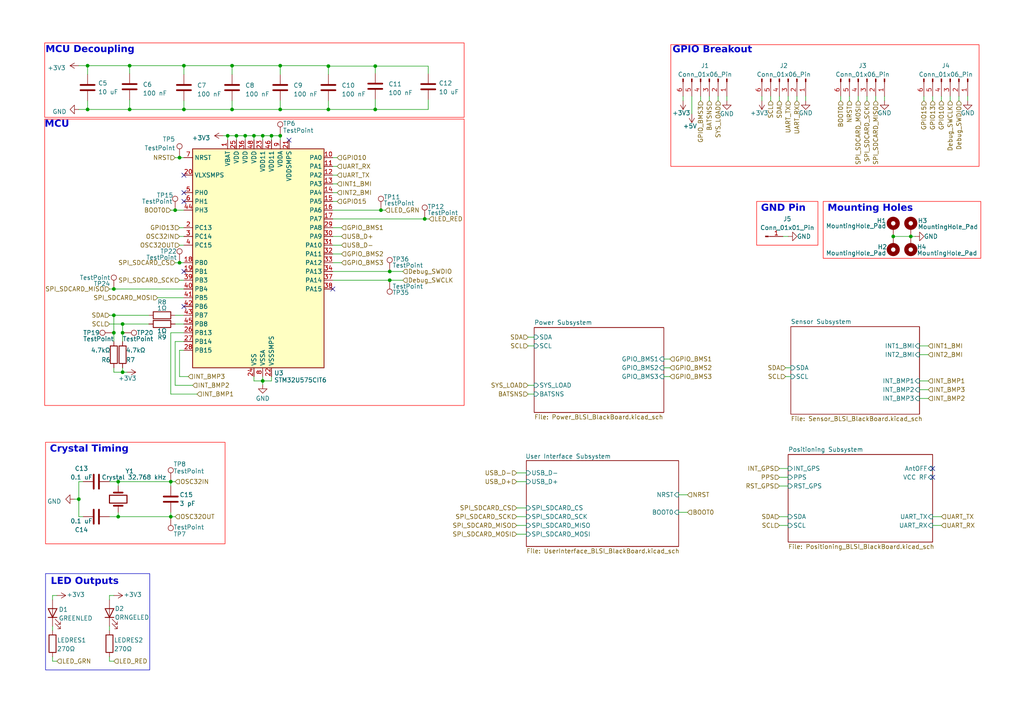
<source format=kicad_sch>
(kicad_sch
	(version 20231120)
	(generator "eeschema")
	(generator_version "8.0")
	(uuid "98ddc91a-caee-41b7-bd1d-3a5466cb9ed7")
	(paper "A4")
	(title_block
		(title "Black Board")
		(date "2025-01-19")
		(company "BLSI")
		(comment 2 "For OSU BLSI")
		(comment 3 "Black Board Recording PCB")
	)
	(lib_symbols
		(symbol "Connector:Conn_01x01_Pin"
			(pin_names
				(offset 1.016) hide)
			(exclude_from_sim no)
			(in_bom yes)
			(on_board yes)
			(property "Reference" "J"
				(at 0 2.54 0)
				(effects
					(font
						(size 1.27 1.27)
					)
				)
			)
			(property "Value" "Conn_01x01_Pin"
				(at 0 -2.54 0)
				(effects
					(font
						(size 1.27 1.27)
					)
				)
			)
			(property "Footprint" ""
				(at 0 0 0)
				(effects
					(font
						(size 1.27 1.27)
					)
					(hide yes)
				)
			)
			(property "Datasheet" "~"
				(at 0 0 0)
				(effects
					(font
						(size 1.27 1.27)
					)
					(hide yes)
				)
			)
			(property "Description" "Generic connector, single row, 01x01, script generated"
				(at 0 0 0)
				(effects
					(font
						(size 1.27 1.27)
					)
					(hide yes)
				)
			)
			(property "ki_locked" ""
				(at 0 0 0)
				(effects
					(font
						(size 1.27 1.27)
					)
				)
			)
			(property "ki_keywords" "connector"
				(at 0 0 0)
				(effects
					(font
						(size 1.27 1.27)
					)
					(hide yes)
				)
			)
			(property "ki_fp_filters" "Connector*:*_1x??_*"
				(at 0 0 0)
				(effects
					(font
						(size 1.27 1.27)
					)
					(hide yes)
				)
			)
			(symbol "Conn_01x01_Pin_1_1"
				(polyline
					(pts
						(xy 1.27 0) (xy 0.8636 0)
					)
					(stroke
						(width 0.1524)
						(type default)
					)
					(fill
						(type none)
					)
				)
				(rectangle
					(start 0.8636 0.127)
					(end 0 -0.127)
					(stroke
						(width 0.1524)
						(type default)
					)
					(fill
						(type outline)
					)
				)
				(pin passive line
					(at 5.08 0 180)
					(length 3.81)
					(name "Pin_1"
						(effects
							(font
								(size 1.27 1.27)
							)
						)
					)
					(number "1"
						(effects
							(font
								(size 1.27 1.27)
							)
						)
					)
				)
			)
		)
		(symbol "Connector:Conn_01x06_Pin"
			(pin_names
				(offset 1.016) hide)
			(exclude_from_sim no)
			(in_bom yes)
			(on_board yes)
			(property "Reference" "J"
				(at 0 7.62 0)
				(effects
					(font
						(size 1.27 1.27)
					)
				)
			)
			(property "Value" "Conn_01x06_Pin"
				(at 0 -10.16 0)
				(effects
					(font
						(size 1.27 1.27)
					)
				)
			)
			(property "Footprint" ""
				(at 0 0 0)
				(effects
					(font
						(size 1.27 1.27)
					)
					(hide yes)
				)
			)
			(property "Datasheet" "~"
				(at 0 0 0)
				(effects
					(font
						(size 1.27 1.27)
					)
					(hide yes)
				)
			)
			(property "Description" "Generic connector, single row, 01x06, script generated"
				(at 0 0 0)
				(effects
					(font
						(size 1.27 1.27)
					)
					(hide yes)
				)
			)
			(property "ki_locked" ""
				(at 0 0 0)
				(effects
					(font
						(size 1.27 1.27)
					)
				)
			)
			(property "ki_keywords" "connector"
				(at 0 0 0)
				(effects
					(font
						(size 1.27 1.27)
					)
					(hide yes)
				)
			)
			(property "ki_fp_filters" "Connector*:*_1x??_*"
				(at 0 0 0)
				(effects
					(font
						(size 1.27 1.27)
					)
					(hide yes)
				)
			)
			(symbol "Conn_01x06_Pin_1_1"
				(polyline
					(pts
						(xy 1.27 -7.62) (xy 0.8636 -7.62)
					)
					(stroke
						(width 0.1524)
						(type default)
					)
					(fill
						(type none)
					)
				)
				(polyline
					(pts
						(xy 1.27 -5.08) (xy 0.8636 -5.08)
					)
					(stroke
						(width 0.1524)
						(type default)
					)
					(fill
						(type none)
					)
				)
				(polyline
					(pts
						(xy 1.27 -2.54) (xy 0.8636 -2.54)
					)
					(stroke
						(width 0.1524)
						(type default)
					)
					(fill
						(type none)
					)
				)
				(polyline
					(pts
						(xy 1.27 0) (xy 0.8636 0)
					)
					(stroke
						(width 0.1524)
						(type default)
					)
					(fill
						(type none)
					)
				)
				(polyline
					(pts
						(xy 1.27 2.54) (xy 0.8636 2.54)
					)
					(stroke
						(width 0.1524)
						(type default)
					)
					(fill
						(type none)
					)
				)
				(polyline
					(pts
						(xy 1.27 5.08) (xy 0.8636 5.08)
					)
					(stroke
						(width 0.1524)
						(type default)
					)
					(fill
						(type none)
					)
				)
				(rectangle
					(start 0.8636 -7.493)
					(end 0 -7.747)
					(stroke
						(width 0.1524)
						(type default)
					)
					(fill
						(type outline)
					)
				)
				(rectangle
					(start 0.8636 -4.953)
					(end 0 -5.207)
					(stroke
						(width 0.1524)
						(type default)
					)
					(fill
						(type outline)
					)
				)
				(rectangle
					(start 0.8636 -2.413)
					(end 0 -2.667)
					(stroke
						(width 0.1524)
						(type default)
					)
					(fill
						(type outline)
					)
				)
				(rectangle
					(start 0.8636 0.127)
					(end 0 -0.127)
					(stroke
						(width 0.1524)
						(type default)
					)
					(fill
						(type outline)
					)
				)
				(rectangle
					(start 0.8636 2.667)
					(end 0 2.413)
					(stroke
						(width 0.1524)
						(type default)
					)
					(fill
						(type outline)
					)
				)
				(rectangle
					(start 0.8636 5.207)
					(end 0 4.953)
					(stroke
						(width 0.1524)
						(type default)
					)
					(fill
						(type outline)
					)
				)
				(pin passive line
					(at 5.08 5.08 180)
					(length 3.81)
					(name "Pin_1"
						(effects
							(font
								(size 1.27 1.27)
							)
						)
					)
					(number "1"
						(effects
							(font
								(size 1.27 1.27)
							)
						)
					)
				)
				(pin passive line
					(at 5.08 2.54 180)
					(length 3.81)
					(name "Pin_2"
						(effects
							(font
								(size 1.27 1.27)
							)
						)
					)
					(number "2"
						(effects
							(font
								(size 1.27 1.27)
							)
						)
					)
				)
				(pin passive line
					(at 5.08 0 180)
					(length 3.81)
					(name "Pin_3"
						(effects
							(font
								(size 1.27 1.27)
							)
						)
					)
					(number "3"
						(effects
							(font
								(size 1.27 1.27)
							)
						)
					)
				)
				(pin passive line
					(at 5.08 -2.54 180)
					(length 3.81)
					(name "Pin_4"
						(effects
							(font
								(size 1.27 1.27)
							)
						)
					)
					(number "4"
						(effects
							(font
								(size 1.27 1.27)
							)
						)
					)
				)
				(pin passive line
					(at 5.08 -5.08 180)
					(length 3.81)
					(name "Pin_5"
						(effects
							(font
								(size 1.27 1.27)
							)
						)
					)
					(number "5"
						(effects
							(font
								(size 1.27 1.27)
							)
						)
					)
				)
				(pin passive line
					(at 5.08 -7.62 180)
					(length 3.81)
					(name "Pin_6"
						(effects
							(font
								(size 1.27 1.27)
							)
						)
					)
					(number "6"
						(effects
							(font
								(size 1.27 1.27)
							)
						)
					)
				)
			)
		)
		(symbol "Connector:TestPoint"
			(pin_numbers hide)
			(pin_names
				(offset 0.762) hide)
			(exclude_from_sim no)
			(in_bom yes)
			(on_board yes)
			(property "Reference" "TP"
				(at 0 6.858 0)
				(effects
					(font
						(size 1.27 1.27)
					)
				)
			)
			(property "Value" "TestPoint"
				(at 0 5.08 0)
				(effects
					(font
						(size 1.27 1.27)
					)
				)
			)
			(property "Footprint" ""
				(at 5.08 0 0)
				(effects
					(font
						(size 1.27 1.27)
					)
					(hide yes)
				)
			)
			(property "Datasheet" "~"
				(at 5.08 0 0)
				(effects
					(font
						(size 1.27 1.27)
					)
					(hide yes)
				)
			)
			(property "Description" "test point"
				(at 0 0 0)
				(effects
					(font
						(size 1.27 1.27)
					)
					(hide yes)
				)
			)
			(property "ki_keywords" "test point tp"
				(at 0 0 0)
				(effects
					(font
						(size 1.27 1.27)
					)
					(hide yes)
				)
			)
			(property "ki_fp_filters" "Pin* Test*"
				(at 0 0 0)
				(effects
					(font
						(size 1.27 1.27)
					)
					(hide yes)
				)
			)
			(symbol "TestPoint_0_1"
				(circle
					(center 0 3.302)
					(radius 0.762)
					(stroke
						(width 0)
						(type default)
					)
					(fill
						(type none)
					)
				)
			)
			(symbol "TestPoint_1_1"
				(pin passive line
					(at 0 0 90)
					(length 2.54)
					(name "1"
						(effects
							(font
								(size 1.27 1.27)
							)
						)
					)
					(number "1"
						(effects
							(font
								(size 1.27 1.27)
							)
						)
					)
				)
			)
		)
		(symbol "Device:C"
			(pin_numbers hide)
			(pin_names
				(offset 0.254)
			)
			(exclude_from_sim no)
			(in_bom yes)
			(on_board yes)
			(property "Reference" "C"
				(at 0.635 2.54 0)
				(effects
					(font
						(size 1.27 1.27)
					)
					(justify left)
				)
			)
			(property "Value" "C"
				(at 0.635 -2.54 0)
				(effects
					(font
						(size 1.27 1.27)
					)
					(justify left)
				)
			)
			(property "Footprint" ""
				(at 0.9652 -3.81 0)
				(effects
					(font
						(size 1.27 1.27)
					)
					(hide yes)
				)
			)
			(property "Datasheet" "~"
				(at 0 0 0)
				(effects
					(font
						(size 1.27 1.27)
					)
					(hide yes)
				)
			)
			(property "Description" "Unpolarized capacitor"
				(at 0 0 0)
				(effects
					(font
						(size 1.27 1.27)
					)
					(hide yes)
				)
			)
			(property "ki_keywords" "cap capacitor"
				(at 0 0 0)
				(effects
					(font
						(size 1.27 1.27)
					)
					(hide yes)
				)
			)
			(property "ki_fp_filters" "C_*"
				(at 0 0 0)
				(effects
					(font
						(size 1.27 1.27)
					)
					(hide yes)
				)
			)
			(symbol "C_0_1"
				(polyline
					(pts
						(xy -2.032 -0.762) (xy 2.032 -0.762)
					)
					(stroke
						(width 0.508)
						(type default)
					)
					(fill
						(type none)
					)
				)
				(polyline
					(pts
						(xy -2.032 0.762) (xy 2.032 0.762)
					)
					(stroke
						(width 0.508)
						(type default)
					)
					(fill
						(type none)
					)
				)
			)
			(symbol "C_1_1"
				(pin passive line
					(at 0 3.81 270)
					(length 2.794)
					(name "~"
						(effects
							(font
								(size 1.27 1.27)
							)
						)
					)
					(number "1"
						(effects
							(font
								(size 1.27 1.27)
							)
						)
					)
				)
				(pin passive line
					(at 0 -3.81 90)
					(length 2.794)
					(name "~"
						(effects
							(font
								(size 1.27 1.27)
							)
						)
					)
					(number "2"
						(effects
							(font
								(size 1.27 1.27)
							)
						)
					)
				)
			)
		)
		(symbol "Device:Crystal"
			(pin_numbers hide)
			(pin_names
				(offset 1.016) hide)
			(exclude_from_sim no)
			(in_bom yes)
			(on_board yes)
			(property "Reference" "Y"
				(at 0 3.81 0)
				(effects
					(font
						(size 1.27 1.27)
					)
				)
			)
			(property "Value" "Crystal"
				(at 0 -3.81 0)
				(effects
					(font
						(size 1.27 1.27)
					)
				)
			)
			(property "Footprint" ""
				(at 0 0 0)
				(effects
					(font
						(size 1.27 1.27)
					)
					(hide yes)
				)
			)
			(property "Datasheet" "~"
				(at 0 0 0)
				(effects
					(font
						(size 1.27 1.27)
					)
					(hide yes)
				)
			)
			(property "Description" "Two pin crystal"
				(at 0 0 0)
				(effects
					(font
						(size 1.27 1.27)
					)
					(hide yes)
				)
			)
			(property "ki_keywords" "quartz ceramic resonator oscillator"
				(at 0 0 0)
				(effects
					(font
						(size 1.27 1.27)
					)
					(hide yes)
				)
			)
			(property "ki_fp_filters" "Crystal*"
				(at 0 0 0)
				(effects
					(font
						(size 1.27 1.27)
					)
					(hide yes)
				)
			)
			(symbol "Crystal_0_1"
				(rectangle
					(start -1.143 2.54)
					(end 1.143 -2.54)
					(stroke
						(width 0.3048)
						(type default)
					)
					(fill
						(type none)
					)
				)
				(polyline
					(pts
						(xy -2.54 0) (xy -1.905 0)
					)
					(stroke
						(width 0)
						(type default)
					)
					(fill
						(type none)
					)
				)
				(polyline
					(pts
						(xy -1.905 -1.27) (xy -1.905 1.27)
					)
					(stroke
						(width 0.508)
						(type default)
					)
					(fill
						(type none)
					)
				)
				(polyline
					(pts
						(xy 1.905 -1.27) (xy 1.905 1.27)
					)
					(stroke
						(width 0.508)
						(type default)
					)
					(fill
						(type none)
					)
				)
				(polyline
					(pts
						(xy 2.54 0) (xy 1.905 0)
					)
					(stroke
						(width 0)
						(type default)
					)
					(fill
						(type none)
					)
				)
			)
			(symbol "Crystal_1_1"
				(pin passive line
					(at -3.81 0 0)
					(length 1.27)
					(name "1"
						(effects
							(font
								(size 1.27 1.27)
							)
						)
					)
					(number "1"
						(effects
							(font
								(size 1.27 1.27)
							)
						)
					)
				)
				(pin passive line
					(at 3.81 0 180)
					(length 1.27)
					(name "2"
						(effects
							(font
								(size 1.27 1.27)
							)
						)
					)
					(number "2"
						(effects
							(font
								(size 1.27 1.27)
							)
						)
					)
				)
			)
		)
		(symbol "Device:LED"
			(pin_numbers hide)
			(pin_names
				(offset 1.016) hide)
			(exclude_from_sim no)
			(in_bom yes)
			(on_board yes)
			(property "Reference" "D"
				(at 0 2.54 0)
				(effects
					(font
						(size 1.27 1.27)
					)
				)
			)
			(property "Value" "LED"
				(at 0 -2.54 0)
				(effects
					(font
						(size 1.27 1.27)
					)
				)
			)
			(property "Footprint" ""
				(at 0 0 0)
				(effects
					(font
						(size 1.27 1.27)
					)
					(hide yes)
				)
			)
			(property "Datasheet" "~"
				(at 0 0 0)
				(effects
					(font
						(size 1.27 1.27)
					)
					(hide yes)
				)
			)
			(property "Description" "Light emitting diode"
				(at 0 0 0)
				(effects
					(font
						(size 1.27 1.27)
					)
					(hide yes)
				)
			)
			(property "ki_keywords" "LED diode"
				(at 0 0 0)
				(effects
					(font
						(size 1.27 1.27)
					)
					(hide yes)
				)
			)
			(property "ki_fp_filters" "LED* LED_SMD:* LED_THT:*"
				(at 0 0 0)
				(effects
					(font
						(size 1.27 1.27)
					)
					(hide yes)
				)
			)
			(symbol "LED_0_1"
				(polyline
					(pts
						(xy -1.27 -1.27) (xy -1.27 1.27)
					)
					(stroke
						(width 0.254)
						(type default)
					)
					(fill
						(type none)
					)
				)
				(polyline
					(pts
						(xy -1.27 0) (xy 1.27 0)
					)
					(stroke
						(width 0)
						(type default)
					)
					(fill
						(type none)
					)
				)
				(polyline
					(pts
						(xy 1.27 -1.27) (xy 1.27 1.27) (xy -1.27 0) (xy 1.27 -1.27)
					)
					(stroke
						(width 0.254)
						(type default)
					)
					(fill
						(type none)
					)
				)
				(polyline
					(pts
						(xy -3.048 -0.762) (xy -4.572 -2.286) (xy -3.81 -2.286) (xy -4.572 -2.286) (xy -4.572 -1.524)
					)
					(stroke
						(width 0)
						(type default)
					)
					(fill
						(type none)
					)
				)
				(polyline
					(pts
						(xy -1.778 -0.762) (xy -3.302 -2.286) (xy -2.54 -2.286) (xy -3.302 -2.286) (xy -3.302 -1.524)
					)
					(stroke
						(width 0)
						(type default)
					)
					(fill
						(type none)
					)
				)
			)
			(symbol "LED_1_1"
				(pin passive line
					(at -3.81 0 0)
					(length 2.54)
					(name "K"
						(effects
							(font
								(size 1.27 1.27)
							)
						)
					)
					(number "1"
						(effects
							(font
								(size 1.27 1.27)
							)
						)
					)
				)
				(pin passive line
					(at 3.81 0 180)
					(length 2.54)
					(name "A"
						(effects
							(font
								(size 1.27 1.27)
							)
						)
					)
					(number "2"
						(effects
							(font
								(size 1.27 1.27)
							)
						)
					)
				)
			)
		)
		(symbol "Device:R"
			(pin_numbers hide)
			(pin_names
				(offset 0)
			)
			(exclude_from_sim no)
			(in_bom yes)
			(on_board yes)
			(property "Reference" "R"
				(at 2.032 0 90)
				(effects
					(font
						(size 1.27 1.27)
					)
				)
			)
			(property "Value" "R"
				(at 0 0 90)
				(effects
					(font
						(size 1.27 1.27)
					)
				)
			)
			(property "Footprint" ""
				(at -1.778 0 90)
				(effects
					(font
						(size 1.27 1.27)
					)
					(hide yes)
				)
			)
			(property "Datasheet" "~"
				(at 0 0 0)
				(effects
					(font
						(size 1.27 1.27)
					)
					(hide yes)
				)
			)
			(property "Description" "Resistor"
				(at 0 0 0)
				(effects
					(font
						(size 1.27 1.27)
					)
					(hide yes)
				)
			)
			(property "ki_keywords" "R res resistor"
				(at 0 0 0)
				(effects
					(font
						(size 1.27 1.27)
					)
					(hide yes)
				)
			)
			(property "ki_fp_filters" "R_*"
				(at 0 0 0)
				(effects
					(font
						(size 1.27 1.27)
					)
					(hide yes)
				)
			)
			(symbol "R_0_1"
				(rectangle
					(start -1.016 -2.54)
					(end 1.016 2.54)
					(stroke
						(width 0.254)
						(type default)
					)
					(fill
						(type none)
					)
				)
			)
			(symbol "R_1_1"
				(pin passive line
					(at 0 3.81 270)
					(length 1.27)
					(name "~"
						(effects
							(font
								(size 1.27 1.27)
							)
						)
					)
					(number "1"
						(effects
							(font
								(size 1.27 1.27)
							)
						)
					)
				)
				(pin passive line
					(at 0 -3.81 90)
					(length 1.27)
					(name "~"
						(effects
							(font
								(size 1.27 1.27)
							)
						)
					)
					(number "2"
						(effects
							(font
								(size 1.27 1.27)
							)
						)
					)
				)
			)
		)
		(symbol "MCU_ST_STM32U5:STM32U575CIUxQ"
			(exclude_from_sim no)
			(in_bom yes)
			(on_board yes)
			(property "Reference" "U"
				(at -17.78 34.29 0)
				(effects
					(font
						(size 1.27 1.27)
					)
					(justify left)
				)
			)
			(property "Value" "STM32U575CIUxQ"
				(at 12.7 34.29 0)
				(effects
					(font
						(size 1.27 1.27)
					)
					(justify left)
				)
			)
			(property "Footprint" "Package_DFN_QFN:QFN-48-1EP_7x7mm_P0.5mm_EP5.6x5.6mm"
				(at -17.78 -30.48 0)
				(effects
					(font
						(size 1.27 1.27)
					)
					(justify right)
					(hide yes)
				)
			)
			(property "Datasheet" "https://www.st.com/resource/en/datasheet/stm32u575ci.pdf"
				(at 0 0 0)
				(effects
					(font
						(size 1.27 1.27)
					)
					(hide yes)
				)
			)
			(property "Description" "STMicroelectronics Arm Cortex-M33 MCU, 2048KB flash, 786KB RAM, 160 MHz, 1.71-3.6V, 33 GPIO, UFQFPN48"
				(at 0 0 0)
				(effects
					(font
						(size 1.27 1.27)
					)
					(hide yes)
				)
			)
			(property "ki_locked" ""
				(at 0 0 0)
				(effects
					(font
						(size 1.27 1.27)
					)
				)
			)
			(property "ki_keywords" "Arm Cortex-M33 STM32U5 STM32U575/585"
				(at 0 0 0)
				(effects
					(font
						(size 1.27 1.27)
					)
					(hide yes)
				)
			)
			(property "ki_fp_filters" "QFN*1EP*7x7mm*P0.5mm*"
				(at 0 0 0)
				(effects
					(font
						(size 1.27 1.27)
					)
					(hide yes)
				)
			)
			(symbol "STM32U575CIUxQ_0_1"
				(rectangle
					(start -17.78 -30.48)
					(end 20.32 33.02)
					(stroke
						(width 0.254)
						(type default)
					)
					(fill
						(type background)
					)
				)
			)
			(symbol "STM32U575CIUxQ_1_1"
				(pin power_in line
					(at -7.62 35.56 270)
					(length 2.54)
					(name "VBAT"
						(effects
							(font
								(size 1.27 1.27)
							)
						)
					)
					(number "1"
						(effects
							(font
								(size 1.27 1.27)
							)
						)
					)
				)
				(pin bidirectional line
					(at 22.86 30.48 180)
					(length 2.54)
					(name "PA0"
						(effects
							(font
								(size 1.27 1.27)
							)
						)
					)
					(number "10"
						(effects
							(font
								(size 1.27 1.27)
							)
						)
					)
					(alternate "ADC1_IN5" bidirectional line)
					(alternate "AUDIOCLK" bidirectional line)
					(alternate "OCTOSPIM_P2_NCS" bidirectional line)
					(alternate "OPAMP1_VINP" bidirectional line)
					(alternate "PWR_WKUP1" bidirectional line)
					(alternate "SPI3_RDY" bidirectional line)
					(alternate "TAMP_IN2" bidirectional line)
					(alternate "TAMP_OUT1" bidirectional line)
					(alternate "TIM2_CH1" bidirectional line)
					(alternate "TIM2_ETR" bidirectional line)
					(alternate "TIM5_CH1" bidirectional line)
					(alternate "TIM8_ETR" bidirectional line)
					(alternate "UART4_TX" bidirectional line)
					(alternate "USART2_CTS" bidirectional line)
				)
				(pin bidirectional line
					(at 22.86 27.94 180)
					(length 2.54)
					(name "PA1"
						(effects
							(font
								(size 1.27 1.27)
							)
						)
					)
					(number "11"
						(effects
							(font
								(size 1.27 1.27)
							)
						)
					)
					(alternate "ADC1_IN6" bidirectional line)
					(alternate "I2C1_SMBA" bidirectional line)
					(alternate "LPTIM1_CH2" bidirectional line)
					(alternate "OCTOSPIM_P1_DQS" bidirectional line)
					(alternate "OPAMP1_VINM" bidirectional line)
					(alternate "PWR_WKUP3" bidirectional line)
					(alternate "SPI1_SCK" bidirectional line)
					(alternate "TAMP_IN5" bidirectional line)
					(alternate "TAMP_OUT4" bidirectional line)
					(alternate "TIM15_CH1N" bidirectional line)
					(alternate "TIM2_CH2" bidirectional line)
					(alternate "TIM5_CH2" bidirectional line)
					(alternate "UART4_RX" bidirectional line)
					(alternate "USART2_DE" bidirectional line)
					(alternate "USART2_RTS" bidirectional line)
				)
				(pin bidirectional line
					(at 22.86 25.4 180)
					(length 2.54)
					(name "PA2"
						(effects
							(font
								(size 1.27 1.27)
							)
						)
					)
					(number "12"
						(effects
							(font
								(size 1.27 1.27)
							)
						)
					)
					(alternate "ADC1_IN7" bidirectional line)
					(alternate "COMP1_INP" bidirectional line)
					(alternate "LPUART1_TX" bidirectional line)
					(alternate "OCTOSPIM_P1_NCS" bidirectional line)
					(alternate "PWR_WKUP4" bidirectional line)
					(alternate "RCC_LSCO" bidirectional line)
					(alternate "SPI1_RDY" bidirectional line)
					(alternate "TIM15_CH1" bidirectional line)
					(alternate "TIM2_CH3" bidirectional line)
					(alternate "TIM5_CH3" bidirectional line)
					(alternate "UCPD1_FRSTX1" bidirectional line)
					(alternate "USART2_TX" bidirectional line)
				)
				(pin bidirectional line
					(at 22.86 22.86 180)
					(length 2.54)
					(name "PA3"
						(effects
							(font
								(size 1.27 1.27)
							)
						)
					)
					(number "13"
						(effects
							(font
								(size 1.27 1.27)
							)
						)
					)
					(alternate "ADC1_IN8" bidirectional line)
					(alternate "LPUART1_RX" bidirectional line)
					(alternate "OCTOSPIM_P1_CLK" bidirectional line)
					(alternate "OPAMP1_VOUT" bidirectional line)
					(alternate "PWR_WKUP5" bidirectional line)
					(alternate "SAI1_CK1" bidirectional line)
					(alternate "SAI1_MCLK_A" bidirectional line)
					(alternate "TIM15_CH2" bidirectional line)
					(alternate "TIM2_CH4" bidirectional line)
					(alternate "TIM5_CH4" bidirectional line)
					(alternate "USART2_RX" bidirectional line)
				)
				(pin bidirectional line
					(at 22.86 20.32 180)
					(length 2.54)
					(name "PA4"
						(effects
							(font
								(size 1.27 1.27)
							)
						)
					)
					(number "14"
						(effects
							(font
								(size 1.27 1.27)
							)
						)
					)
					(alternate "ADC1_IN9" bidirectional line)
					(alternate "ADC4_IN9" bidirectional line)
					(alternate "DAC1_OUT1" bidirectional line)
					(alternate "LPTIM2_CH1" bidirectional line)
					(alternate "OCTOSPIM_P1_NCS" bidirectional line)
					(alternate "PWR_WKUP2" bidirectional line)
					(alternate "SAI1_FS_B" bidirectional line)
					(alternate "SPI1_NSS" bidirectional line)
					(alternate "SPI3_NSS" bidirectional line)
					(alternate "USART2_CK" bidirectional line)
				)
				(pin bidirectional line
					(at 22.86 17.78 180)
					(length 2.54)
					(name "PA5"
						(effects
							(font
								(size 1.27 1.27)
							)
						)
					)
					(number "15"
						(effects
							(font
								(size 1.27 1.27)
							)
						)
					)
					(alternate "ADC1_IN10" bidirectional line)
					(alternate "ADC4_IN10" bidirectional line)
					(alternate "DAC1_OUT2" bidirectional line)
					(alternate "LPTIM2_ETR" bidirectional line)
					(alternate "PWR_CSLEEP" bidirectional line)
					(alternate "PWR_WKUP6" bidirectional line)
					(alternate "SPI1_SCK" bidirectional line)
					(alternate "TIM2_CH1" bidirectional line)
					(alternate "TIM2_ETR" bidirectional line)
					(alternate "TIM8_CH1N" bidirectional line)
					(alternate "USART3_RX" bidirectional line)
				)
				(pin bidirectional line
					(at 22.86 15.24 180)
					(length 2.54)
					(name "PA6"
						(effects
							(font
								(size 1.27 1.27)
							)
						)
					)
					(number "16"
						(effects
							(font
								(size 1.27 1.27)
							)
						)
					)
					(alternate "ADC1_IN11" bidirectional line)
					(alternate "ADC4_IN11" bidirectional line)
					(alternate "LPUART1_CTS" bidirectional line)
					(alternate "OCTOSPIM_P1_IO3" bidirectional line)
					(alternate "OPAMP2_VINP" bidirectional line)
					(alternate "PWR_CDSTOP" bidirectional line)
					(alternate "PWR_WKUP7" bidirectional line)
					(alternate "SPI1_MISO" bidirectional line)
					(alternate "TIM16_CH1" bidirectional line)
					(alternate "TIM1_BKIN" bidirectional line)
					(alternate "TIM3_CH1" bidirectional line)
					(alternate "TIM8_BKIN" bidirectional line)
					(alternate "USART3_CTS" bidirectional line)
				)
				(pin bidirectional line
					(at 22.86 12.7 180)
					(length 2.54)
					(name "PA7"
						(effects
							(font
								(size 1.27 1.27)
							)
						)
					)
					(number "17"
						(effects
							(font
								(size 1.27 1.27)
							)
						)
					)
					(alternate "ADC1_IN12" bidirectional line)
					(alternate "ADC4_IN20" bidirectional line)
					(alternate "I2C3_SCL" bidirectional line)
					(alternate "LPTIM2_CH2" bidirectional line)
					(alternate "OCTOSPIM_P1_IO2" bidirectional line)
					(alternate "OPAMP2_VINM" bidirectional line)
					(alternate "PWR_SRDSTOP" bidirectional line)
					(alternate "PWR_WKUP8" bidirectional line)
					(alternate "SPI1_MOSI" bidirectional line)
					(alternate "TIM17_CH1" bidirectional line)
					(alternate "TIM1_CH1N" bidirectional line)
					(alternate "TIM3_CH2" bidirectional line)
					(alternate "TIM8_CH1N" bidirectional line)
					(alternate "USART3_TX" bidirectional line)
				)
				(pin bidirectional line
					(at -20.32 0 0)
					(length 2.54)
					(name "PB0"
						(effects
							(font
								(size 1.27 1.27)
							)
						)
					)
					(number "18"
						(effects
							(font
								(size 1.27 1.27)
							)
						)
					)
					(alternate "ADC1_IN15" bidirectional line)
					(alternate "ADC4_IN18" bidirectional line)
					(alternate "AUDIOCLK" bidirectional line)
					(alternate "COMP1_OUT" bidirectional line)
					(alternate "LPTIM3_CH1" bidirectional line)
					(alternate "OCTOSPIM_P1_IO1" bidirectional line)
					(alternate "OPAMP2_VOUT" bidirectional line)
					(alternate "SPI1_NSS" bidirectional line)
					(alternate "TIM1_CH2N" bidirectional line)
					(alternate "TIM3_CH3" bidirectional line)
					(alternate "TIM8_CH2N" bidirectional line)
					(alternate "USART3_CK" bidirectional line)
				)
				(pin bidirectional line
					(at -20.32 -2.54 0)
					(length 2.54)
					(name "PB1"
						(effects
							(font
								(size 1.27 1.27)
							)
						)
					)
					(number "19"
						(effects
							(font
								(size 1.27 1.27)
							)
						)
					)
					(alternate "ADC1_IN16" bidirectional line)
					(alternate "ADC4_IN19" bidirectional line)
					(alternate "COMP1_INM" bidirectional line)
					(alternate "LPTIM2_IN1" bidirectional line)
					(alternate "LPTIM3_CH2" bidirectional line)
					(alternate "LPUART1_DE" bidirectional line)
					(alternate "LPUART1_RTS" bidirectional line)
					(alternate "MDF1_SDI0" bidirectional line)
					(alternate "OCTOSPIM_P1_IO0" bidirectional line)
					(alternate "PWR_WKUP4" bidirectional line)
					(alternate "TIM1_CH3N" bidirectional line)
					(alternate "TIM3_CH4" bidirectional line)
					(alternate "TIM8_CH3N" bidirectional line)
					(alternate "USART3_DE" bidirectional line)
					(alternate "USART3_RTS" bidirectional line)
				)
				(pin bidirectional line
					(at -20.32 10.16 0)
					(length 2.54)
					(name "PC13"
						(effects
							(font
								(size 1.27 1.27)
							)
						)
					)
					(number "2"
						(effects
							(font
								(size 1.27 1.27)
							)
						)
					)
					(alternate "PWR_WKUP2" bidirectional line)
					(alternate "RTC_OUT1" bidirectional line)
					(alternate "RTC_TS" bidirectional line)
					(alternate "TAMP_IN1" bidirectional line)
					(alternate "TAMP_OUT2" bidirectional line)
				)
				(pin power_in line
					(at -20.32 25.4 0)
					(length 2.54)
					(name "VLXSMPS"
						(effects
							(font
								(size 1.27 1.27)
							)
						)
					)
					(number "20"
						(effects
							(font
								(size 1.27 1.27)
							)
						)
					)
				)
				(pin power_in line
					(at 10.16 35.56 270)
					(length 2.54)
					(name "VDDSMPS"
						(effects
							(font
								(size 1.27 1.27)
							)
						)
					)
					(number "21"
						(effects
							(font
								(size 1.27 1.27)
							)
						)
					)
				)
				(pin power_in line
					(at 5.08 -33.02 90)
					(length 2.54)
					(name "VSSSMPS"
						(effects
							(font
								(size 1.27 1.27)
							)
						)
					)
					(number "22"
						(effects
							(font
								(size 1.27 1.27)
							)
						)
					)
				)
				(pin power_in line
					(at 2.54 35.56 270)
					(length 2.54)
					(name "VDD11"
						(effects
							(font
								(size 1.27 1.27)
							)
						)
					)
					(number "23"
						(effects
							(font
								(size 1.27 1.27)
							)
						)
					)
				)
				(pin power_in line
					(at 0 -33.02 90)
					(length 2.54)
					(name "VSS"
						(effects
							(font
								(size 1.27 1.27)
							)
						)
					)
					(number "24"
						(effects
							(font
								(size 1.27 1.27)
							)
						)
					)
				)
				(pin power_in line
					(at -5.08 35.56 270)
					(length 2.54)
					(name "VDD"
						(effects
							(font
								(size 1.27 1.27)
							)
						)
					)
					(number "25"
						(effects
							(font
								(size 1.27 1.27)
							)
						)
					)
				)
				(pin bidirectional line
					(at -20.32 -20.32 0)
					(length 2.54)
					(name "PB13"
						(effects
							(font
								(size 1.27 1.27)
							)
						)
					)
					(number "26"
						(effects
							(font
								(size 1.27 1.27)
							)
						)
					)
					(alternate "I2C2_SCL" bidirectional line)
					(alternate "LPTIM3_IN1" bidirectional line)
					(alternate "LPUART1_CTS" bidirectional line)
					(alternate "MDF1_CKI1" bidirectional line)
					(alternate "SPI2_SCK" bidirectional line)
					(alternate "TIM15_CH1N" bidirectional line)
					(alternate "TIM1_CH1N" bidirectional line)
					(alternate "TSC_G1_IO2" bidirectional line)
					(alternate "USART3_CTS" bidirectional line)
				)
				(pin bidirectional line
					(at -20.32 -22.86 0)
					(length 2.54)
					(name "PB14"
						(effects
							(font
								(size 1.27 1.27)
							)
						)
					)
					(number "27"
						(effects
							(font
								(size 1.27 1.27)
							)
						)
					)
					(alternate "I2C2_SDA" bidirectional line)
					(alternate "LPTIM3_ETR" bidirectional line)
					(alternate "MDF1_SDI2" bidirectional line)
					(alternate "SPI2_MISO" bidirectional line)
					(alternate "TIM15_CH1" bidirectional line)
					(alternate "TIM1_CH2N" bidirectional line)
					(alternate "TIM8_CH2N" bidirectional line)
					(alternate "TSC_G1_IO3" bidirectional line)
					(alternate "UCPD1_DBCC2" bidirectional line)
					(alternate "USART3_DE" bidirectional line)
					(alternate "USART3_RTS" bidirectional line)
				)
				(pin bidirectional line
					(at -20.32 -25.4 0)
					(length 2.54)
					(name "PB15"
						(effects
							(font
								(size 1.27 1.27)
							)
						)
					)
					(number "28"
						(effects
							(font
								(size 1.27 1.27)
							)
						)
					)
					(alternate "ADC1_EXTI15" bidirectional line)
					(alternate "ADC4_EXTI15" bidirectional line)
					(alternate "LPTIM2_IN2" bidirectional line)
					(alternate "MDF1_CKI2" bidirectional line)
					(alternate "PWR_WKUP7" bidirectional line)
					(alternate "RTC_REFIN" bidirectional line)
					(alternate "SPI2_MOSI" bidirectional line)
					(alternate "TIM15_CH2" bidirectional line)
					(alternate "TIM1_CH3N" bidirectional line)
					(alternate "TIM8_CH3N" bidirectional line)
					(alternate "UCPD1_CC2" bidirectional line)
				)
				(pin bidirectional line
					(at 22.86 10.16 180)
					(length 2.54)
					(name "PA8"
						(effects
							(font
								(size 1.27 1.27)
							)
						)
					)
					(number "29"
						(effects
							(font
								(size 1.27 1.27)
							)
						)
					)
					(alternate "DEBUG_TRACECLK" bidirectional line)
					(alternate "LPTIM2_CH1" bidirectional line)
					(alternate "RCC_MCO" bidirectional line)
					(alternate "SAI1_CK2" bidirectional line)
					(alternate "SAI1_SCK_A" bidirectional line)
					(alternate "SPI1_RDY" bidirectional line)
					(alternate "TIM1_CH1" bidirectional line)
					(alternate "USART1_CK" bidirectional line)
					(alternate "USB_OTG_FS_SOF" bidirectional line)
				)
				(pin bidirectional line
					(at -20.32 7.62 0)
					(length 2.54)
					(name "PC14"
						(effects
							(font
								(size 1.27 1.27)
							)
						)
					)
					(number "3"
						(effects
							(font
								(size 1.27 1.27)
							)
						)
					)
					(alternate "RCC_OSC32_IN" bidirectional line)
				)
				(pin bidirectional line
					(at 22.86 7.62 180)
					(length 2.54)
					(name "PA9"
						(effects
							(font
								(size 1.27 1.27)
							)
						)
					)
					(number "30"
						(effects
							(font
								(size 1.27 1.27)
							)
						)
					)
					(alternate "DAC1_EXTI9" bidirectional line)
					(alternate "SAI1_FS_A" bidirectional line)
					(alternate "SPI2_SCK" bidirectional line)
					(alternate "TIM15_BKIN" bidirectional line)
					(alternate "TIM1_CH2" bidirectional line)
					(alternate "USART1_TX" bidirectional line)
					(alternate "USB_OTG_FS_VBUS" bidirectional line)
				)
				(pin bidirectional line
					(at 22.86 5.08 180)
					(length 2.54)
					(name "PA10"
						(effects
							(font
								(size 1.27 1.27)
							)
						)
					)
					(number "31"
						(effects
							(font
								(size 1.27 1.27)
							)
						)
					)
					(alternate "CRS_SYNC" bidirectional line)
					(alternate "LPTIM2_IN2" bidirectional line)
					(alternate "SAI1_D1" bidirectional line)
					(alternate "SAI1_SD_A" bidirectional line)
					(alternate "TIM17_BKIN" bidirectional line)
					(alternate "TIM1_CH3" bidirectional line)
					(alternate "USART1_RX" bidirectional line)
					(alternate "USB_OTG_FS_ID" bidirectional line)
				)
				(pin bidirectional line
					(at 22.86 2.54 180)
					(length 2.54)
					(name "PA11"
						(effects
							(font
								(size 1.27 1.27)
							)
						)
					)
					(number "32"
						(effects
							(font
								(size 1.27 1.27)
							)
						)
					)
					(alternate "ADC1_EXTI11" bidirectional line)
					(alternate "FDCAN1_RX" bidirectional line)
					(alternate "SPI1_MISO" bidirectional line)
					(alternate "TIM1_BKIN2" bidirectional line)
					(alternate "TIM1_CH4" bidirectional line)
					(alternate "USART1_CTS" bidirectional line)
					(alternate "USB_OTG_FS_DM" bidirectional line)
				)
				(pin bidirectional line
					(at 22.86 0 180)
					(length 2.54)
					(name "PA12"
						(effects
							(font
								(size 1.27 1.27)
							)
						)
					)
					(number "33"
						(effects
							(font
								(size 1.27 1.27)
							)
						)
					)
					(alternate "FDCAN1_TX" bidirectional line)
					(alternate "OCTOSPIM_P2_NCS" bidirectional line)
					(alternate "SPI1_MOSI" bidirectional line)
					(alternate "TIM1_ETR" bidirectional line)
					(alternate "USART1_DE" bidirectional line)
					(alternate "USART1_RTS" bidirectional line)
					(alternate "USB_OTG_FS_DP" bidirectional line)
				)
				(pin bidirectional line
					(at 22.86 -2.54 180)
					(length 2.54)
					(name "PA13"
						(effects
							(font
								(size 1.27 1.27)
							)
						)
					)
					(number "34"
						(effects
							(font
								(size 1.27 1.27)
							)
						)
					)
					(alternate "DEBUG_JTMS-SWDIO" bidirectional line)
					(alternate "IR_OUT" bidirectional line)
					(alternate "SAI1_SD_B" bidirectional line)
					(alternate "USB_OTG_FS_NOE" bidirectional line)
				)
				(pin passive line
					(at 0 -33.02 90)
					(length 2.54) hide
					(name "VSS"
						(effects
							(font
								(size 1.27 1.27)
							)
						)
					)
					(number "35"
						(effects
							(font
								(size 1.27 1.27)
							)
						)
					)
				)
				(pin power_in line
					(at -2.54 35.56 270)
					(length 2.54)
					(name "VDD"
						(effects
							(font
								(size 1.27 1.27)
							)
						)
					)
					(number "36"
						(effects
							(font
								(size 1.27 1.27)
							)
						)
					)
				)
				(pin bidirectional line
					(at 22.86 -5.08 180)
					(length 2.54)
					(name "PA14"
						(effects
							(font
								(size 1.27 1.27)
							)
						)
					)
					(number "37"
						(effects
							(font
								(size 1.27 1.27)
							)
						)
					)
					(alternate "DEBUG_JTCK-SWCLK" bidirectional line)
					(alternate "I2C1_SMBA" bidirectional line)
					(alternate "I2C4_SMBA" bidirectional line)
					(alternate "LPTIM1_CH1" bidirectional line)
					(alternate "SAI1_FS_B" bidirectional line)
					(alternate "USB_OTG_FS_SOF" bidirectional line)
				)
				(pin bidirectional line
					(at 22.86 -7.62 180)
					(length 2.54)
					(name "PA15"
						(effects
							(font
								(size 1.27 1.27)
							)
						)
					)
					(number "38"
						(effects
							(font
								(size 1.27 1.27)
							)
						)
					)
					(alternate "ADC1_EXTI15" bidirectional line)
					(alternate "ADC4_EXTI15" bidirectional line)
					(alternate "DEBUG_JTDI" bidirectional line)
					(alternate "SPI1_NSS" bidirectional line)
					(alternate "SPI3_NSS" bidirectional line)
					(alternate "TIM2_CH1" bidirectional line)
					(alternate "TIM2_ETR" bidirectional line)
					(alternate "UART4_DE" bidirectional line)
					(alternate "UART4_RTS" bidirectional line)
					(alternate "UCPD1_CC1" bidirectional line)
					(alternate "USART2_RX" bidirectional line)
					(alternate "USART3_DE" bidirectional line)
					(alternate "USART3_RTS" bidirectional line)
				)
				(pin bidirectional line
					(at -20.32 -5.08 0)
					(length 2.54)
					(name "PB3"
						(effects
							(font
								(size 1.27 1.27)
							)
						)
					)
					(number "39"
						(effects
							(font
								(size 1.27 1.27)
							)
						)
					)
					(alternate "ADF1_CCK0" bidirectional line)
					(alternate "COMP2_INM" bidirectional line)
					(alternate "CRS_SYNC" bidirectional line)
					(alternate "DEBUG_JTDO-SWO" bidirectional line)
					(alternate "I2C1_SDA" bidirectional line)
					(alternate "LPTIM1_CH1" bidirectional line)
					(alternate "SAI1_SCK_B" bidirectional line)
					(alternate "SPI1_SCK" bidirectional line)
					(alternate "SPI3_SCK" bidirectional line)
					(alternate "TIM2_CH2" bidirectional line)
					(alternate "USART1_DE" bidirectional line)
					(alternate "USART1_RTS" bidirectional line)
				)
				(pin bidirectional line
					(at -20.32 5.08 0)
					(length 2.54)
					(name "PC15"
						(effects
							(font
								(size 1.27 1.27)
							)
						)
					)
					(number "4"
						(effects
							(font
								(size 1.27 1.27)
							)
						)
					)
					(alternate "ADC1_EXTI15" bidirectional line)
					(alternate "ADC4_EXTI15" bidirectional line)
					(alternate "RCC_OSC32_OUT" bidirectional line)
				)
				(pin bidirectional line
					(at -20.32 -7.62 0)
					(length 2.54)
					(name "PB4"
						(effects
							(font
								(size 1.27 1.27)
							)
						)
					)
					(number "40"
						(effects
							(font
								(size 1.27 1.27)
							)
						)
					)
					(alternate "ADF1_SDI0" bidirectional line)
					(alternate "COMP2_INP" bidirectional line)
					(alternate "DEBUG_JTRST" bidirectional line)
					(alternate "I2C3_SDA" bidirectional line)
					(alternate "LPTIM1_CH2" bidirectional line)
					(alternate "SAI1_MCLK_B" bidirectional line)
					(alternate "SPI1_MISO" bidirectional line)
					(alternate "SPI3_MISO" bidirectional line)
					(alternate "TIM17_BKIN" bidirectional line)
					(alternate "TIM3_CH1" bidirectional line)
					(alternate "TSC_G2_IO1" bidirectional line)
					(alternate "USART1_CTS" bidirectional line)
				)
				(pin bidirectional line
					(at -20.32 -10.16 0)
					(length 2.54)
					(name "PB5"
						(effects
							(font
								(size 1.27 1.27)
							)
						)
					)
					(number "41"
						(effects
							(font
								(size 1.27 1.27)
							)
						)
					)
					(alternate "COMP2_OUT" bidirectional line)
					(alternate "I2C1_SMBA" bidirectional line)
					(alternate "LPTIM1_IN1" bidirectional line)
					(alternate "OCTOSPIM_P1_NCLK" bidirectional line)
					(alternate "PWR_WKUP6" bidirectional line)
					(alternate "SAI1_SD_B" bidirectional line)
					(alternate "SPI1_MOSI" bidirectional line)
					(alternate "SPI3_MOSI" bidirectional line)
					(alternate "TIM16_BKIN" bidirectional line)
					(alternate "TIM3_CH2" bidirectional line)
					(alternate "TSC_G2_IO2" bidirectional line)
					(alternate "UCPD1_DBCC1" bidirectional line)
					(alternate "USART1_CK" bidirectional line)
				)
				(pin bidirectional line
					(at -20.32 -12.7 0)
					(length 2.54)
					(name "PB6"
						(effects
							(font
								(size 1.27 1.27)
							)
						)
					)
					(number "42"
						(effects
							(font
								(size 1.27 1.27)
							)
						)
					)
					(alternate "COMP2_INP" bidirectional line)
					(alternate "I2C1_SCL" bidirectional line)
					(alternate "I2C4_SCL" bidirectional line)
					(alternate "LPTIM1_ETR" bidirectional line)
					(alternate "MDF1_SDI5" bidirectional line)
					(alternate "PWR_WKUP3" bidirectional line)
					(alternate "SAI1_FS_B" bidirectional line)
					(alternate "TIM16_CH1N" bidirectional line)
					(alternate "TIM4_CH1" bidirectional line)
					(alternate "TIM8_BKIN2" bidirectional line)
					(alternate "TSC_G2_IO3" bidirectional line)
					(alternate "USART1_TX" bidirectional line)
				)
				(pin bidirectional line
					(at -20.32 -15.24 0)
					(length 2.54)
					(name "PB7"
						(effects
							(font
								(size 1.27 1.27)
							)
						)
					)
					(number "43"
						(effects
							(font
								(size 1.27 1.27)
							)
						)
					)
					(alternate "COMP2_INM" bidirectional line)
					(alternate "I2C1_SDA" bidirectional line)
					(alternate "I2C4_SDA" bidirectional line)
					(alternate "LPTIM1_IN2" bidirectional line)
					(alternate "MDF1_CKI5" bidirectional line)
					(alternate "PWR_PVD_IN" bidirectional line)
					(alternate "PWR_WKUP4" bidirectional line)
					(alternate "TIM17_CH1N" bidirectional line)
					(alternate "TIM4_CH2" bidirectional line)
					(alternate "TIM8_BKIN" bidirectional line)
					(alternate "TSC_G2_IO4" bidirectional line)
					(alternate "UART4_CTS" bidirectional line)
					(alternate "USART1_RX" bidirectional line)
				)
				(pin bidirectional line
					(at -20.32 15.24 0)
					(length 2.54)
					(name "PH3"
						(effects
							(font
								(size 1.27 1.27)
							)
						)
					)
					(number "44"
						(effects
							(font
								(size 1.27 1.27)
							)
						)
					)
				)
				(pin bidirectional line
					(at -20.32 -17.78 0)
					(length 2.54)
					(name "PB8"
						(effects
							(font
								(size 1.27 1.27)
							)
						)
					)
					(number "45"
						(effects
							(font
								(size 1.27 1.27)
							)
						)
					)
					(alternate "FDCAN1_RX" bidirectional line)
					(alternate "I2C1_SCL" bidirectional line)
					(alternate "MDF1_CCK0" bidirectional line)
					(alternate "PWR_WKUP5" bidirectional line)
					(alternate "SAI1_CK1" bidirectional line)
					(alternate "SAI1_MCLK_A" bidirectional line)
					(alternate "SPI3_RDY" bidirectional line)
					(alternate "TIM16_CH1" bidirectional line)
					(alternate "TIM4_CH3" bidirectional line)
				)
				(pin power_in line
					(at 5.08 35.56 270)
					(length 2.54)
					(name "VDD11"
						(effects
							(font
								(size 1.27 1.27)
							)
						)
					)
					(number "46"
						(effects
							(font
								(size 1.27 1.27)
							)
						)
					)
				)
				(pin passive line
					(at 0 -33.02 90)
					(length 2.54) hide
					(name "VSS"
						(effects
							(font
								(size 1.27 1.27)
							)
						)
					)
					(number "47"
						(effects
							(font
								(size 1.27 1.27)
							)
						)
					)
				)
				(pin power_in line
					(at 0 35.56 270)
					(length 2.54)
					(name "VDD"
						(effects
							(font
								(size 1.27 1.27)
							)
						)
					)
					(number "48"
						(effects
							(font
								(size 1.27 1.27)
							)
						)
					)
				)
				(pin passive line
					(at 0 -33.02 90)
					(length 2.54) hide
					(name "VSS"
						(effects
							(font
								(size 1.27 1.27)
							)
						)
					)
					(number "49"
						(effects
							(font
								(size 1.27 1.27)
							)
						)
					)
				)
				(pin bidirectional line
					(at -20.32 20.32 0)
					(length 2.54)
					(name "PH0"
						(effects
							(font
								(size 1.27 1.27)
							)
						)
					)
					(number "5"
						(effects
							(font
								(size 1.27 1.27)
							)
						)
					)
					(alternate "RCC_OSC_IN" bidirectional line)
				)
				(pin bidirectional line
					(at -20.32 17.78 0)
					(length 2.54)
					(name "PH1"
						(effects
							(font
								(size 1.27 1.27)
							)
						)
					)
					(number "6"
						(effects
							(font
								(size 1.27 1.27)
							)
						)
					)
					(alternate "RCC_OSC_OUT" bidirectional line)
				)
				(pin input line
					(at -20.32 30.48 0)
					(length 2.54)
					(name "NRST"
						(effects
							(font
								(size 1.27 1.27)
							)
						)
					)
					(number "7"
						(effects
							(font
								(size 1.27 1.27)
							)
						)
					)
				)
				(pin power_in line
					(at 2.54 -33.02 90)
					(length 2.54)
					(name "VSSA"
						(effects
							(font
								(size 1.27 1.27)
							)
						)
					)
					(number "8"
						(effects
							(font
								(size 1.27 1.27)
							)
						)
					)
				)
				(pin power_in line
					(at 7.62 35.56 270)
					(length 2.54)
					(name "VDDA"
						(effects
							(font
								(size 1.27 1.27)
							)
						)
					)
					(number "9"
						(effects
							(font
								(size 1.27 1.27)
							)
						)
					)
				)
			)
		)
		(symbol "Mechanical:MountingHole_Pad"
			(pin_numbers hide)
			(pin_names
				(offset 1.016) hide)
			(exclude_from_sim no)
			(in_bom yes)
			(on_board yes)
			(property "Reference" "H"
				(at 0 6.35 0)
				(effects
					(font
						(size 1.27 1.27)
					)
				)
			)
			(property "Value" "MountingHole_Pad"
				(at 0 4.445 0)
				(effects
					(font
						(size 1.27 1.27)
					)
				)
			)
			(property "Footprint" ""
				(at 0 0 0)
				(effects
					(font
						(size 1.27 1.27)
					)
					(hide yes)
				)
			)
			(property "Datasheet" "~"
				(at 0 0 0)
				(effects
					(font
						(size 1.27 1.27)
					)
					(hide yes)
				)
			)
			(property "Description" "Mounting Hole with connection"
				(at 0 0 0)
				(effects
					(font
						(size 1.27 1.27)
					)
					(hide yes)
				)
			)
			(property "ki_keywords" "mounting hole"
				(at 0 0 0)
				(effects
					(font
						(size 1.27 1.27)
					)
					(hide yes)
				)
			)
			(property "ki_fp_filters" "MountingHole*Pad*"
				(at 0 0 0)
				(effects
					(font
						(size 1.27 1.27)
					)
					(hide yes)
				)
			)
			(symbol "MountingHole_Pad_0_1"
				(circle
					(center 0 1.27)
					(radius 1.27)
					(stroke
						(width 1.27)
						(type default)
					)
					(fill
						(type none)
					)
				)
			)
			(symbol "MountingHole_Pad_1_1"
				(pin input line
					(at 0 -2.54 90)
					(length 2.54)
					(name "1"
						(effects
							(font
								(size 1.27 1.27)
							)
						)
					)
					(number "1"
						(effects
							(font
								(size 1.27 1.27)
							)
						)
					)
				)
			)
		)
		(symbol "power:+3V3"
			(power)
			(pin_names
				(offset 0)
			)
			(exclude_from_sim no)
			(in_bom yes)
			(on_board yes)
			(property "Reference" "#PWR"
				(at 0 -3.81 0)
				(effects
					(font
						(size 1.27 1.27)
					)
					(hide yes)
				)
			)
			(property "Value" "+3V3"
				(at 0 3.556 0)
				(effects
					(font
						(size 1.27 1.27)
					)
				)
			)
			(property "Footprint" ""
				(at 0 0 0)
				(effects
					(font
						(size 1.27 1.27)
					)
					(hide yes)
				)
			)
			(property "Datasheet" ""
				(at 0 0 0)
				(effects
					(font
						(size 1.27 1.27)
					)
					(hide yes)
				)
			)
			(property "Description" "Power symbol creates a global label with name \"+3V3\""
				(at 0 0 0)
				(effects
					(font
						(size 1.27 1.27)
					)
					(hide yes)
				)
			)
			(property "ki_keywords" "global power"
				(at 0 0 0)
				(effects
					(font
						(size 1.27 1.27)
					)
					(hide yes)
				)
			)
			(symbol "+3V3_0_1"
				(polyline
					(pts
						(xy -0.762 1.27) (xy 0 2.54)
					)
					(stroke
						(width 0)
						(type default)
					)
					(fill
						(type none)
					)
				)
				(polyline
					(pts
						(xy 0 0) (xy 0 2.54)
					)
					(stroke
						(width 0)
						(type default)
					)
					(fill
						(type none)
					)
				)
				(polyline
					(pts
						(xy 0 2.54) (xy 0.762 1.27)
					)
					(stroke
						(width 0)
						(type default)
					)
					(fill
						(type none)
					)
				)
			)
			(symbol "+3V3_1_1"
				(pin power_in line
					(at 0 0 90)
					(length 0) hide
					(name "+3V3"
						(effects
							(font
								(size 1.27 1.27)
							)
						)
					)
					(number "1"
						(effects
							(font
								(size 1.27 1.27)
							)
						)
					)
				)
			)
		)
		(symbol "power:+5V"
			(power)
			(pin_names
				(offset 0)
			)
			(exclude_from_sim no)
			(in_bom yes)
			(on_board yes)
			(property "Reference" "#PWR"
				(at 0 -3.81 0)
				(effects
					(font
						(size 1.27 1.27)
					)
					(hide yes)
				)
			)
			(property "Value" "+5V"
				(at 0 3.556 0)
				(effects
					(font
						(size 1.27 1.27)
					)
				)
			)
			(property "Footprint" ""
				(at 0 0 0)
				(effects
					(font
						(size 1.27 1.27)
					)
					(hide yes)
				)
			)
			(property "Datasheet" ""
				(at 0 0 0)
				(effects
					(font
						(size 1.27 1.27)
					)
					(hide yes)
				)
			)
			(property "Description" "Power symbol creates a global label with name \"+5V\""
				(at 0 0 0)
				(effects
					(font
						(size 1.27 1.27)
					)
					(hide yes)
				)
			)
			(property "ki_keywords" "global power"
				(at 0 0 0)
				(effects
					(font
						(size 1.27 1.27)
					)
					(hide yes)
				)
			)
			(symbol "+5V_0_1"
				(polyline
					(pts
						(xy -0.762 1.27) (xy 0 2.54)
					)
					(stroke
						(width 0)
						(type default)
					)
					(fill
						(type none)
					)
				)
				(polyline
					(pts
						(xy 0 0) (xy 0 2.54)
					)
					(stroke
						(width 0)
						(type default)
					)
					(fill
						(type none)
					)
				)
				(polyline
					(pts
						(xy 0 2.54) (xy 0.762 1.27)
					)
					(stroke
						(width 0)
						(type default)
					)
					(fill
						(type none)
					)
				)
			)
			(symbol "+5V_1_1"
				(pin power_in line
					(at 0 0 90)
					(length 0) hide
					(name "+5V"
						(effects
							(font
								(size 1.27 1.27)
							)
						)
					)
					(number "1"
						(effects
							(font
								(size 1.27 1.27)
							)
						)
					)
				)
			)
		)
		(symbol "power:GND"
			(power)
			(pin_names
				(offset 0)
			)
			(exclude_from_sim no)
			(in_bom yes)
			(on_board yes)
			(property "Reference" "#PWR"
				(at 0 -6.35 0)
				(effects
					(font
						(size 1.27 1.27)
					)
					(hide yes)
				)
			)
			(property "Value" "GND"
				(at 0 -3.81 0)
				(effects
					(font
						(size 1.27 1.27)
					)
				)
			)
			(property "Footprint" ""
				(at 0 0 0)
				(effects
					(font
						(size 1.27 1.27)
					)
					(hide yes)
				)
			)
			(property "Datasheet" ""
				(at 0 0 0)
				(effects
					(font
						(size 1.27 1.27)
					)
					(hide yes)
				)
			)
			(property "Description" "Power symbol creates a global label with name \"GND\" , ground"
				(at 0 0 0)
				(effects
					(font
						(size 1.27 1.27)
					)
					(hide yes)
				)
			)
			(property "ki_keywords" "global power"
				(at 0 0 0)
				(effects
					(font
						(size 1.27 1.27)
					)
					(hide yes)
				)
			)
			(symbol "GND_0_1"
				(polyline
					(pts
						(xy 0 0) (xy 0 -1.27) (xy 1.27 -1.27) (xy 0 -2.54) (xy -1.27 -1.27) (xy 0 -1.27)
					)
					(stroke
						(width 0)
						(type default)
					)
					(fill
						(type none)
					)
				)
			)
			(symbol "GND_1_1"
				(pin power_in line
					(at 0 0 270)
					(length 0) hide
					(name "GND"
						(effects
							(font
								(size 1.27 1.27)
							)
						)
					)
					(number "1"
						(effects
							(font
								(size 1.27 1.27)
							)
						)
					)
				)
			)
		)
	)
	(junction
		(at 95.25 31.75)
		(diameter 0)
		(color 0 0 0 0)
		(uuid "03bfaaa3-6f06-4ae0-b8a0-c0051050d5e6")
	)
	(junction
		(at 22.86 144.78)
		(diameter 0)
		(color 0 0 0 0)
		(uuid "1c34c42e-e57a-47fe-8613-b53a48dcc1cd")
	)
	(junction
		(at 81.28 19.05)
		(diameter 0)
		(color 0 0 0 0)
		(uuid "1d5c3e5a-ad71-42af-b130-0062aa5cb5bf")
	)
	(junction
		(at 35.56 93.98)
		(diameter 0)
		(color 0 0 0 0)
		(uuid "1e3847f2-b2cc-42fd-ac5f-86ab8e26bf1f")
	)
	(junction
		(at 33.02 91.44)
		(diameter 0)
		(color 0 0 0 0)
		(uuid "282d07a6-cd33-419c-a1e0-cfd628ffeba5")
	)
	(junction
		(at 67.31 31.75)
		(diameter 0)
		(color 0 0 0 0)
		(uuid "29a6be32-e860-40ae-a0ab-7389b73741e2")
	)
	(junction
		(at 33.02 83.82)
		(diameter 0)
		(color 0 0 0 0)
		(uuid "2ab75b01-8b2b-48f9-bec3-6bcd596ad4e4")
	)
	(junction
		(at 108.839 19.177)
		(diameter 0)
		(color 0 0 0 0)
		(uuid "2abb8b4d-2492-4ed4-82e0-83c4c3023d78")
	)
	(junction
		(at 76.2 39.37)
		(diameter 0)
		(color 0 0 0 0)
		(uuid "2df06d6c-95da-4313-91ab-f0ddc1535afd")
	)
	(junction
		(at 78.74 39.37)
		(diameter 0)
		(color 0 0 0 0)
		(uuid "39d6a16d-8b5c-45cd-b64a-1f4b5012889f")
	)
	(junction
		(at 76.2 110.49)
		(diameter 0)
		(color 0 0 0 0)
		(uuid "4281ff04-8264-43eb-b77b-b52f4d03378c")
	)
	(junction
		(at 108.839 31.75)
		(diameter 0)
		(color 0 0 0 0)
		(uuid "480a4bd4-8b36-47a7-9e3a-0cafb8a32a99")
	)
	(junction
		(at 49.53 139.7)
		(diameter 0)
		(color 0 0 0 0)
		(uuid "4a13f57e-6578-455a-a53e-53111aad2d28")
	)
	(junction
		(at 33.02 96.52)
		(diameter 0)
		(color 0 0 0 0)
		(uuid "530a00e1-e2a8-4702-b968-46d4729b6abd")
	)
	(junction
		(at 49.53 149.86)
		(diameter 0)
		(color 0 0 0 0)
		(uuid "56320141-88d4-4ac1-9a35-6f27ac9a7eb5")
	)
	(junction
		(at 37.592 31.75)
		(diameter 0)
		(color 0 0 0 0)
		(uuid "56d0f5ba-9601-40a6-aca9-6ea2285d06d0")
	)
	(junction
		(at 264.16 68.58)
		(diameter 0)
		(color 0 0 0 0)
		(uuid "610f2096-5590-422b-86e0-cdf4118a98f7")
	)
	(junction
		(at 52.07 45.72)
		(diameter 0)
		(color 0 0 0 0)
		(uuid "6e5ca4b5-64d3-4973-ab7b-e4d2fcd85ce3")
	)
	(junction
		(at 73.66 39.37)
		(diameter 0)
		(color 0 0 0 0)
		(uuid "6e8c33c1-0e7f-494d-bf83-01b7d42ca5d6")
	)
	(junction
		(at 110.49 60.96)
		(diameter 0)
		(color 0 0 0 0)
		(uuid "7c64273b-5d49-4371-9757-521797f95bf6")
	)
	(junction
		(at 67.31 19.05)
		(diameter 0)
		(color 0 0 0 0)
		(uuid "80dcbe29-a2c1-428e-ada2-604814314fb4")
	)
	(junction
		(at 68.58 39.37)
		(diameter 0)
		(color 0 0 0 0)
		(uuid "8400fb4e-5714-4129-9c42-e7a8ada5d196")
	)
	(junction
		(at 34.29 149.86)
		(diameter 0)
		(color 0 0 0 0)
		(uuid "88ba4eaf-db33-4a3a-8801-07b81ab81374")
	)
	(junction
		(at 66.04 39.37)
		(diameter 0)
		(color 0 0 0 0)
		(uuid "8cd22b4e-6825-4f70-8139-0052e2e22d7c")
	)
	(junction
		(at 95.25 19.177)
		(diameter 0)
		(color 0 0 0 0)
		(uuid "8f33c532-da7a-4601-9681-c44a852a9e8a")
	)
	(junction
		(at 35.56 107.95)
		(diameter 0)
		(color 0 0 0 0)
		(uuid "92a212cc-9b69-4ba1-a7fc-a47f1a72ffef")
	)
	(junction
		(at 81.28 31.75)
		(diameter 0)
		(color 0 0 0 0)
		(uuid "969b5b5e-6be9-4309-9d9c-c7df4edf36e6")
	)
	(junction
		(at 81.28 39.37)
		(diameter 0)
		(color 0 0 0 0)
		(uuid "971179cf-8b3c-4e7f-b466-99c9af45757d")
	)
	(junction
		(at 113.03 81.28)
		(diameter 0)
		(color 0 0 0 0)
		(uuid "a517ae16-adb1-411b-8311-000db8fca35c")
	)
	(junction
		(at 53.34 19.05)
		(diameter 0)
		(color 0 0 0 0)
		(uuid "a9598a64-24b7-41b0-9269-8c797446b515")
	)
	(junction
		(at 53.34 31.75)
		(diameter 0)
		(color 0 0 0 0)
		(uuid "b914bb61-f594-4d08-92fc-e0095bbb6f23")
	)
	(junction
		(at 123.19 63.5)
		(diameter 0)
		(color 0 0 0 0)
		(uuid "bcbb5dbd-1959-4c46-bbaf-6708114174fa")
	)
	(junction
		(at 52.07 76.2)
		(diameter 0)
		(color 0 0 0 0)
		(uuid "c2fbc29d-6b9b-4ebb-bd5c-b8cd9ef5cbb8")
	)
	(junction
		(at 34.29 139.7)
		(diameter 0)
		(color 0 0 0 0)
		(uuid "c6a53d57-485e-4c27-8308-5e3d4c2b2e10")
	)
	(junction
		(at 35.56 96.52)
		(diameter 0)
		(color 0 0 0 0)
		(uuid "d3ddb290-a1bf-4a22-9482-c7f0ec5b5958")
	)
	(junction
		(at 259.08 68.58)
		(diameter 0)
		(color 0 0 0 0)
		(uuid "d7f33806-d49b-4f04-8cd0-9f22fc04eb22")
	)
	(junction
		(at 71.12 39.37)
		(diameter 0)
		(color 0 0 0 0)
		(uuid "dcb41421-e37f-4c58-9571-bc6366d2db93")
	)
	(junction
		(at 113.03 78.74)
		(diameter 0)
		(color 0 0 0 0)
		(uuid "f710fc56-4ba2-42e7-abd3-f6d55697aff4")
	)
	(junction
		(at 25.4 31.75)
		(diameter 0)
		(color 0 0 0 0)
		(uuid "f8eda772-15e2-4409-9eb9-80a147b3bbc4")
	)
	(junction
		(at 50.8 60.96)
		(diameter 0)
		(color 0 0 0 0)
		(uuid "f9356436-9079-4db9-9d58-e314e7ee9540")
	)
	(junction
		(at 37.592 19.05)
		(diameter 0)
		(color 0 0 0 0)
		(uuid "fc28da00-e986-4924-9955-906f23a9938a")
	)
	(junction
		(at 25.4 19.05)
		(diameter 0)
		(color 0 0 0 0)
		(uuid "fcf8e101-f3a5-4568-b4ed-cc23e18baf0b")
	)
	(no_connect
		(at 53.34 88.9)
		(uuid "0bba7a70-bccc-4f40-9c23-6a036db2d36a")
	)
	(no_connect
		(at 83.82 40.64)
		(uuid "0c9dd3ef-e692-4e54-b158-60fed045c552")
	)
	(no_connect
		(at 96.52 83.82)
		(uuid "12417449-faa6-4c38-b130-156a416c5c59")
	)
	(no_connect
		(at 270.51 135.89)
		(uuid "3c9b6141-7b95-4a13-9203-1d5293d9e15e")
	)
	(no_connect
		(at 53.34 78.74)
		(uuid "5ebf3c82-b42a-45da-b550-f324acbda868")
	)
	(no_connect
		(at 270.51 138.43)
		(uuid "64f96414-b0b7-45bc-91d5-5e3ecd6953e4")
	)
	(no_connect
		(at 53.34 55.88)
		(uuid "88fbf68c-b2eb-469e-81f8-a2f97e3ee7d4")
	)
	(no_connect
		(at 53.34 50.8)
		(uuid "d0993ff6-885b-4066-94d2-c28bd55b7f41")
	)
	(no_connect
		(at 53.34 58.42)
		(uuid "e475e0ae-e0fd-47b4-b4a0-16680973f5fb")
	)
	(wire
		(pts
			(xy 78.74 39.37) (xy 78.74 40.64)
		)
		(stroke
			(width 0)
			(type default)
		)
		(uuid "00c9903c-8265-4595-bd82-bd9f346b77b4")
	)
	(wire
		(pts
			(xy 226.06 29.21) (xy 226.06 27.94)
		)
		(stroke
			(width 0)
			(type default)
		)
		(uuid "01e3f5aa-2cd8-41e2-bf2a-34e7814cfeea")
	)
	(wire
		(pts
			(xy 52.07 71.12) (xy 53.34 71.12)
		)
		(stroke
			(width 0)
			(type default)
		)
		(uuid "02348cd5-61de-4d15-8b5c-d02cdd34c479")
	)
	(wire
		(pts
			(xy 49.53 114.3) (xy 57.15 114.3)
		)
		(stroke
			(width 0)
			(type default)
		)
		(uuid "02cf24f4-c934-45e1-8ec8-e9299b603d77")
	)
	(wire
		(pts
			(xy 52.07 66.04) (xy 53.34 66.04)
		)
		(stroke
			(width 0)
			(type default)
		)
		(uuid "02de2911-bd69-4a5a-a8fd-053bc193c20b")
	)
	(wire
		(pts
			(xy 68.58 39.37) (xy 68.58 40.64)
		)
		(stroke
			(width 0)
			(type default)
		)
		(uuid "090ac469-d99f-4c5b-8419-450306dca674")
	)
	(wire
		(pts
			(xy 97.79 58.42) (xy 96.52 58.42)
		)
		(stroke
			(width 0)
			(type default)
		)
		(uuid "091c8f80-5384-44a8-be25-ae6ef22b11bd")
	)
	(wire
		(pts
			(xy 97.79 45.72) (xy 96.52 45.72)
		)
		(stroke
			(width 0)
			(type default)
		)
		(uuid "09915304-7d91-4578-9b6b-4951144b3856")
	)
	(wire
		(pts
			(xy 45.72 86.36) (xy 53.34 86.36)
		)
		(stroke
			(width 0)
			(type default)
		)
		(uuid "0a3247bc-3992-4845-a166-d40cc5098c80")
	)
	(wire
		(pts
			(xy 96.52 68.58) (xy 99.06 68.58)
		)
		(stroke
			(width 0)
			(type default)
		)
		(uuid "0ae2ec13-3de4-476c-b2d9-50524452bfe8")
	)
	(wire
		(pts
			(xy 96.52 48.26) (xy 97.79 48.26)
		)
		(stroke
			(width 0)
			(type default)
		)
		(uuid "0ebbcc1e-b814-4cb5-b504-d60df083e610")
	)
	(wire
		(pts
			(xy 50.8 60.96) (xy 53.34 60.96)
		)
		(stroke
			(width 0)
			(type default)
		)
		(uuid "104d663c-997a-4175-bb50-cb7630334bc0")
	)
	(wire
		(pts
			(xy 50.8 111.76) (xy 55.88 111.76)
		)
		(stroke
			(width 0)
			(type default)
		)
		(uuid "107662d3-3d11-487b-9176-35669427f03d")
	)
	(wire
		(pts
			(xy 52.07 45.72) (xy 53.34 45.72)
		)
		(stroke
			(width 0)
			(type default)
		)
		(uuid "10c15dd8-8abd-4e7d-aaa7-26c9555c1fe2")
	)
	(wire
		(pts
			(xy 96.52 50.8) (xy 97.79 50.8)
		)
		(stroke
			(width 0)
			(type default)
		)
		(uuid "160239d2-859e-43bb-89f3-0a782a193ffa")
	)
	(wire
		(pts
			(xy 73.66 39.37) (xy 73.66 40.64)
		)
		(stroke
			(width 0)
			(type default)
		)
		(uuid "168c2622-94a3-421a-8e44-c7355c740ed4")
	)
	(wire
		(pts
			(xy 52.07 68.58) (xy 53.34 68.58)
		)
		(stroke
			(width 0)
			(type default)
		)
		(uuid "17f5d01d-4484-401a-955d-a8377d82231c")
	)
	(wire
		(pts
			(xy 226.06 149.86) (xy 228.6 149.86)
		)
		(stroke
			(width 0)
			(type default)
		)
		(uuid "1b96e289-5c9d-4933-a8ba-001a7d9da660")
	)
	(wire
		(pts
			(xy 49.53 140.97) (xy 49.53 139.7)
		)
		(stroke
			(width 0)
			(type default)
		)
		(uuid "1c2e0e64-e2bf-446b-9ed9-7acfd37671e2")
	)
	(wire
		(pts
			(xy 280.67 29.21) (xy 280.67 27.94)
		)
		(stroke
			(width 0)
			(type default)
		)
		(uuid "1c5527ee-369d-4800-8ad6-f782381b240a")
	)
	(wire
		(pts
			(xy 95.25 19.05) (xy 95.25 19.177)
		)
		(stroke
			(width 0)
			(type default)
		)
		(uuid "1c921ae2-5d76-41d8-b258-892d55c499ef")
	)
	(wire
		(pts
			(xy 220.98 29.21) (xy 220.98 27.94)
		)
		(stroke
			(width 0)
			(type default)
		)
		(uuid "1db5ba31-7104-4ee7-9089-9c6efb76f29d")
	)
	(wire
		(pts
			(xy 270.51 149.86) (xy 273.05 149.86)
		)
		(stroke
			(width 0)
			(type default)
		)
		(uuid "1e3f17cf-277d-49d1-b137-1fea20f8b09d")
	)
	(wire
		(pts
			(xy 64.77 39.37) (xy 66.04 39.37)
		)
		(stroke
			(width 0)
			(type default)
		)
		(uuid "20fcd53d-964c-45a6-a12f-00aba5770b3a")
	)
	(wire
		(pts
			(xy 71.12 39.37) (xy 73.66 39.37)
		)
		(stroke
			(width 0)
			(type default)
		)
		(uuid "22e4b92c-acb6-4e5a-9fe6-acf7429c32cb")
	)
	(wire
		(pts
			(xy 31.75 190.5) (xy 31.75 191.77)
		)
		(stroke
			(width 0)
			(type default)
		)
		(uuid "23ae266e-1fb6-4af6-9c99-9951c2a2cdf8")
	)
	(wire
		(pts
			(xy 95.25 19.177) (xy 95.25 21.59)
		)
		(stroke
			(width 0)
			(type default)
		)
		(uuid "23e3262b-45a5-40c2-ab51-6e692481b230")
	)
	(wire
		(pts
			(xy 149.86 154.94) (xy 152.654 154.94)
		)
		(stroke
			(width 0)
			(type default)
		)
		(uuid "23fe54f6-8c7f-449d-86a8-f2d4a19d8b78")
	)
	(wire
		(pts
			(xy 226.06 152.4) (xy 228.6 152.4)
		)
		(stroke
			(width 0)
			(type default)
		)
		(uuid "27204506-04ed-4eb5-b279-58f314692476")
	)
	(wire
		(pts
			(xy 96.52 76.2) (xy 99.06 76.2)
		)
		(stroke
			(width 0)
			(type default)
		)
		(uuid "27c46357-2d13-479d-82b8-fc269a26aa26")
	)
	(wire
		(pts
			(xy 35.56 93.98) (xy 35.56 96.52)
		)
		(stroke
			(width 0)
			(type default)
		)
		(uuid "2aebf3ed-7e04-411e-afc8-4c156d82826b")
	)
	(wire
		(pts
			(xy 246.38 29.21) (xy 246.38 27.94)
		)
		(stroke
			(width 0)
			(type default)
		)
		(uuid "2db1f4d8-c39b-4681-b6fb-36ffc77d266c")
	)
	(wire
		(pts
			(xy 97.79 55.88) (xy 96.52 55.88)
		)
		(stroke
			(width 0)
			(type default)
		)
		(uuid "2e8f47d2-8a78-4903-96c1-901cba73117b")
	)
	(wire
		(pts
			(xy 66.04 39.37) (xy 66.04 40.64)
		)
		(stroke
			(width 0)
			(type default)
		)
		(uuid "2ec86d92-fed2-4237-85d4-17fd51616d8f")
	)
	(wire
		(pts
			(xy 108.839 28.829) (xy 108.839 31.75)
		)
		(stroke
			(width 0)
			(type default)
		)
		(uuid "2fcacb5c-2ced-4639-b14d-de59ade9cf08")
	)
	(wire
		(pts
			(xy 31.75 172.72) (xy 33.02 172.72)
		)
		(stroke
			(width 0)
			(type default)
		)
		(uuid "301ee11e-b37e-4356-8209-53605fb1439e")
	)
	(wire
		(pts
			(xy 76.2 39.37) (xy 76.2 40.64)
		)
		(stroke
			(width 0)
			(type default)
		)
		(uuid "3036d629-560c-4665-92e4-72cb83d1163f")
	)
	(wire
		(pts
			(xy 24.13 139.7) (xy 22.86 139.7)
		)
		(stroke
			(width 0)
			(type default)
		)
		(uuid "36278deb-ac74-4e64-9de7-c0206378a210")
	)
	(wire
		(pts
			(xy 192.532 104.14) (xy 194.31 104.14)
		)
		(stroke
			(width 0)
			(type default)
		)
		(uuid "3740b867-1536-457a-b274-099ee8ade29f")
	)
	(wire
		(pts
			(xy 149.86 137.16) (xy 152.654 137.16)
		)
		(stroke
			(width 0)
			(type default)
		)
		(uuid "37f0c34a-27b6-40ce-8238-6e0da0e07406")
	)
	(wire
		(pts
			(xy 96.52 63.5) (xy 123.19 63.5)
		)
		(stroke
			(width 0)
			(type default)
		)
		(uuid "37fb034c-e110-48e1-bba9-818bce6952df")
	)
	(wire
		(pts
			(xy 50.8 99.06) (xy 50.8 111.76)
		)
		(stroke
			(width 0)
			(type default)
		)
		(uuid "38aee010-27ef-4481-a4a8-9613506a81c8")
	)
	(wire
		(pts
			(xy 96.52 78.74) (xy 113.03 78.74)
		)
		(stroke
			(width 0)
			(type default)
		)
		(uuid "390c9e0d-8ca1-47f6-8e3c-96c590f05c9a")
	)
	(wire
		(pts
			(xy 227.076 68.58) (xy 228.6 68.58)
		)
		(stroke
			(width 0)
			(type default)
		)
		(uuid "3b7ef0ba-a78d-4a83-80ab-33668a954201")
	)
	(wire
		(pts
			(xy 227.838 106.68) (xy 229.362 106.68)
		)
		(stroke
			(width 0)
			(type default)
		)
		(uuid "3be32728-d535-4217-a2ae-33b8cecf77c0")
	)
	(wire
		(pts
			(xy 96.52 71.12) (xy 99.06 71.12)
		)
		(stroke
			(width 0)
			(type default)
		)
		(uuid "3dd853f0-6522-4060-88a4-f014ee6c83a6")
	)
	(wire
		(pts
			(xy 99.06 66.04) (xy 96.52 66.04)
		)
		(stroke
			(width 0)
			(type default)
		)
		(uuid "3eb5c2ed-e170-444e-ad2b-f19b7ea73347")
	)
	(wire
		(pts
			(xy 278.13 29.21) (xy 278.13 27.94)
		)
		(stroke
			(width 0)
			(type default)
		)
		(uuid "3f39b93a-385b-442e-b4a0-b01c35e7999c")
	)
	(wire
		(pts
			(xy 196.85 143.51) (xy 199.39 143.51)
		)
		(stroke
			(width 0)
			(type default)
		)
		(uuid "400029c6-4acb-4542-8098-f84d999dc674")
	)
	(wire
		(pts
			(xy 124.206 31.75) (xy 108.839 31.75)
		)
		(stroke
			(width 0)
			(type default)
		)
		(uuid "41ac6640-2707-4e1a-9cdf-b9ed59f1e6a5")
	)
	(wire
		(pts
			(xy 33.02 91.44) (xy 33.02 96.52)
		)
		(stroke
			(width 0)
			(type default)
		)
		(uuid "42819a6a-aecb-4e0b-a318-f71cf575859f")
	)
	(wire
		(pts
			(xy 198.12 29.21) (xy 198.12 27.94)
		)
		(stroke
			(width 0)
			(type default)
		)
		(uuid "46f2d786-e63d-48f8-8792-33e96216ff34")
	)
	(wire
		(pts
			(xy 52.07 101.6) (xy 52.07 109.22)
		)
		(stroke
			(width 0)
			(type default)
		)
		(uuid "49c39c5f-7100-4ff1-bdf3-1f8bc01c6b89")
	)
	(wire
		(pts
			(xy 34.29 140.97) (xy 34.29 139.7)
		)
		(stroke
			(width 0)
			(type default)
		)
		(uuid "4e40fd02-9f7f-4cfe-aa93-6484f83902c0")
	)
	(wire
		(pts
			(xy 267.97 29.21) (xy 267.97 27.94)
		)
		(stroke
			(width 0)
			(type default)
		)
		(uuid "508462d0-7e20-4a91-9574-934d6047256a")
	)
	(wire
		(pts
			(xy 33.02 91.44) (xy 43.18 91.44)
		)
		(stroke
			(width 0)
			(type default)
		)
		(uuid "526c3f7e-d94d-4ea3-a1fd-82dca34febbe")
	)
	(wire
		(pts
			(xy 266.7 115.57) (xy 269.24 115.57)
		)
		(stroke
			(width 0)
			(type default)
		)
		(uuid "560e59ea-2fab-480f-aff5-86bffceec252")
	)
	(wire
		(pts
			(xy 22.86 144.78) (xy 22.86 149.86)
		)
		(stroke
			(width 0)
			(type default)
		)
		(uuid "572114b8-74ed-4d72-ad2c-9ae174201ec6")
	)
	(wire
		(pts
			(xy 78.74 39.37) (xy 81.28 39.37)
		)
		(stroke
			(width 0)
			(type default)
		)
		(uuid "58456d17-f9ca-4093-b007-622632d6e53a")
	)
	(wire
		(pts
			(xy 53.34 99.06) (xy 50.8 99.06)
		)
		(stroke
			(width 0)
			(type default)
		)
		(uuid "592b7667-e770-406c-932e-e753e1307578")
	)
	(wire
		(pts
			(xy 270.51 29.21) (xy 270.51 27.94)
		)
		(stroke
			(width 0)
			(type default)
		)
		(uuid "5a26810c-de65-4943-9390-caf8f939468e")
	)
	(wire
		(pts
			(xy 67.31 19.05) (xy 67.31 21.59)
		)
		(stroke
			(width 0)
			(type default)
		)
		(uuid "5ae8e2d5-615a-4bbc-ad39-f00318ddd750")
	)
	(wire
		(pts
			(xy 95.25 29.21) (xy 95.25 31.75)
		)
		(stroke
			(width 0)
			(type default)
		)
		(uuid "5c13da31-5a85-4021-91ab-0856cc66fe55")
	)
	(wire
		(pts
			(xy 266.7 100.33) (xy 269.24 100.33)
		)
		(stroke
			(width 0)
			(type default)
		)
		(uuid "5d2c56ba-a936-4ca7-9346-2d6d0daeb5f5")
	)
	(wire
		(pts
			(xy 81.28 40.64) (xy 81.28 39.37)
		)
		(stroke
			(width 0)
			(type default)
		)
		(uuid "5d79b06b-cacd-4864-aefb-0ae64c86fffc")
	)
	(wire
		(pts
			(xy 96.52 81.28) (xy 113.03 81.28)
		)
		(stroke
			(width 0)
			(type default)
		)
		(uuid "5e8cca28-7067-4ea6-b170-bd32bf973deb")
	)
	(wire
		(pts
			(xy 266.7 113.03) (xy 269.24 113.03)
		)
		(stroke
			(width 0)
			(type default)
		)
		(uuid "5f5cf9cb-c902-4fa0-874b-650c3d8b6ca2")
	)
	(wire
		(pts
			(xy 270.51 152.4) (xy 273.05 152.4)
		)
		(stroke
			(width 0)
			(type default)
		)
		(uuid "5fa7d30d-7f96-4482-ab1b-867952d420c2")
	)
	(wire
		(pts
			(xy 266.7 110.49) (xy 269.24 110.49)
		)
		(stroke
			(width 0)
			(type default)
		)
		(uuid "61862f14-aab9-4924-ae3f-34e826165178")
	)
	(wire
		(pts
			(xy 24.13 149.86) (xy 22.86 149.86)
		)
		(stroke
			(width 0)
			(type default)
		)
		(uuid "62fa70eb-d101-450e-a7cf-b8304355aa57")
	)
	(wire
		(pts
			(xy 22.86 31.75) (xy 25.4 31.75)
		)
		(stroke
			(width 0)
			(type default)
		)
		(uuid "6622fbd3-ef7b-4b21-a42f-0e5d47e4b3cd")
	)
	(wire
		(pts
			(xy 208.28 29.21) (xy 208.28 27.94)
		)
		(stroke
			(width 0)
			(type default)
		)
		(uuid "671eec64-3e06-4462-85f8-1ac247619b18")
	)
	(wire
		(pts
			(xy 111.76 60.96) (xy 110.49 60.96)
		)
		(stroke
			(width 0)
			(type default)
		)
		(uuid "6938e6b9-ad56-47bc-b2dd-c5dd845de580")
	)
	(wire
		(pts
			(xy 113.03 78.74) (xy 116.84 78.74)
		)
		(stroke
			(width 0)
			(type default)
		)
		(uuid "6b56f3c7-21f3-4871-b332-e19726f78043")
	)
	(wire
		(pts
			(xy 53.34 96.52) (xy 49.53 96.52)
		)
		(stroke
			(width 0)
			(type default)
		)
		(uuid "6bb5878e-9166-47cf-a0f6-0fca45424d2d")
	)
	(wire
		(pts
			(xy 196.85 148.59) (xy 199.39 148.59)
		)
		(stroke
			(width 0)
			(type default)
		)
		(uuid "6bd8e182-e627-4bb4-b22d-6561d0838958")
	)
	(wire
		(pts
			(xy 81.28 29.21) (xy 81.28 31.75)
		)
		(stroke
			(width 0)
			(type default)
		)
		(uuid "6d483ca1-9d0c-4310-872d-0aab80cae392")
	)
	(wire
		(pts
			(xy 33.02 107.95) (xy 33.02 106.68)
		)
		(stroke
			(width 0)
			(type default)
		)
		(uuid "6db73a24-6616-4c8a-9a02-ed10a1a4d41e")
	)
	(wire
		(pts
			(xy 37.592 28.956) (xy 37.592 31.75)
		)
		(stroke
			(width 0)
			(type default)
		)
		(uuid "6e8ca500-09dc-448e-bfd4-347be478506a")
	)
	(wire
		(pts
			(xy 231.14 27.94) (xy 231.14 29.21)
		)
		(stroke
			(width 0)
			(type default)
		)
		(uuid "716d3665-2df7-4529-9f91-aae24fedbed0")
	)
	(wire
		(pts
			(xy 31.75 181.61) (xy 31.75 182.88)
		)
		(stroke
			(width 0)
			(type default)
		)
		(uuid "733a3572-82fc-48aa-b4ee-7925f32124f5")
	)
	(wire
		(pts
			(xy 275.59 29.21) (xy 275.59 27.94)
		)
		(stroke
			(width 0)
			(type default)
		)
		(uuid "759e78e1-35b4-4c7e-bea5-db26723c190e")
	)
	(wire
		(pts
			(xy 21.59 144.78) (xy 22.86 144.78)
		)
		(stroke
			(width 0)
			(type default)
		)
		(uuid "78ec687f-f0cf-4ce4-9c3b-0616edf9f03b")
	)
	(wire
		(pts
			(xy 124.206 19.177) (xy 108.839 19.177)
		)
		(stroke
			(width 0)
			(type default)
		)
		(uuid "79811e19-33cb-4076-b652-5b998a4a0277")
	)
	(wire
		(pts
			(xy 15.24 191.77) (xy 16.51 191.77)
		)
		(stroke
			(width 0)
			(type default)
		)
		(uuid "7ad2ed00-cff9-4491-b2a8-2f72379594dd")
	)
	(wire
		(pts
			(xy 76.2 109.22) (xy 76.2 110.49)
		)
		(stroke
			(width 0)
			(type default)
		)
		(uuid "7b3720cc-a7cd-4975-8eac-e73d91a1e60d")
	)
	(wire
		(pts
			(xy 123.19 63.5) (xy 124.46 63.5)
		)
		(stroke
			(width 0)
			(type default)
		)
		(uuid "7c148a77-9013-4b2a-93e6-baff27d858b9")
	)
	(wire
		(pts
			(xy 223.52 29.21) (xy 223.52 27.94)
		)
		(stroke
			(width 0)
			(type default)
		)
		(uuid "7c60517e-43be-4e62-8c18-52908e7699af")
	)
	(wire
		(pts
			(xy 266.7 102.87) (xy 269.24 102.87)
		)
		(stroke
			(width 0)
			(type default)
		)
		(uuid "7d1e6bf7-7aa9-446a-aee2-df82a01de3f0")
	)
	(wire
		(pts
			(xy 226.06 138.43) (xy 228.6 138.43)
		)
		(stroke
			(width 0)
			(type default)
		)
		(uuid "7d99ff2a-6156-4efc-90b5-f5ef91390909")
	)
	(wire
		(pts
			(xy 108.839 21.209) (xy 108.839 19.177)
		)
		(stroke
			(width 0)
			(type default)
		)
		(uuid "7f97d756-ed51-4f2e-aa0e-646c98f94bfb")
	)
	(wire
		(pts
			(xy 15.24 181.61) (xy 15.24 182.88)
		)
		(stroke
			(width 0)
			(type default)
		)
		(uuid "80fe359b-1f87-43d0-a307-731b86c4aeb8")
	)
	(wire
		(pts
			(xy 37.592 31.75) (xy 25.4 31.75)
		)
		(stroke
			(width 0)
			(type default)
		)
		(uuid "82101532-2afd-4d95-8d26-b973926c06a7")
	)
	(wire
		(pts
			(xy 226.06 140.97) (xy 228.6 140.97)
		)
		(stroke
			(width 0)
			(type default)
		)
		(uuid "837b352e-51d7-4f63-87c0-07bf3fdc5353")
	)
	(wire
		(pts
			(xy 96.52 60.96) (xy 110.49 60.96)
		)
		(stroke
			(width 0)
			(type default)
		)
		(uuid "842ff1b2-089d-4f2b-a06e-39af74b2138a")
	)
	(wire
		(pts
			(xy 52.07 81.28) (xy 53.34 81.28)
		)
		(stroke
			(width 0)
			(type default)
		)
		(uuid "85c09702-4c2e-48d5-8d71-9d3721c0dfeb")
	)
	(wire
		(pts
			(xy 149.86 152.4) (xy 152.654 152.4)
		)
		(stroke
			(width 0)
			(type default)
		)
		(uuid "8866da98-d7f3-4943-9eae-660616ce5249")
	)
	(wire
		(pts
			(xy 108.839 19.177) (xy 95.25 19.177)
		)
		(stroke
			(width 0)
			(type default)
		)
		(uuid "894e139f-8efe-4885-8919-4a905dc49098")
	)
	(wire
		(pts
			(xy 35.56 96.52) (xy 35.56 99.06)
		)
		(stroke
			(width 0)
			(type default)
		)
		(uuid "8a06cc04-c56a-4653-a0f2-bc39d14b22db")
	)
	(wire
		(pts
			(xy 81.28 19.05) (xy 95.25 19.05)
		)
		(stroke
			(width 0)
			(type default)
		)
		(uuid "8a5c6f6f-4bc2-4c47-9f41-b98243bbc0d8")
	)
	(wire
		(pts
			(xy 25.4 19.05) (xy 37.592 19.05)
		)
		(stroke
			(width 0)
			(type default)
		)
		(uuid "8d168e17-dc71-41d1-93f1-17451f2bfc03")
	)
	(wire
		(pts
			(xy 71.12 39.37) (xy 71.12 40.64)
		)
		(stroke
			(width 0)
			(type default)
		)
		(uuid "8e2410fe-77b6-4341-9626-0e778de8358e")
	)
	(wire
		(pts
			(xy 243.84 29.21) (xy 243.84 27.94)
		)
		(stroke
			(width 0)
			(type default)
		)
		(uuid "8eb30b5c-5a29-4974-98df-c4ec0896ff69")
	)
	(wire
		(pts
			(xy 97.79 53.34) (xy 96.52 53.34)
		)
		(stroke
			(width 0)
			(type default)
		)
		(uuid "9484392a-0483-4e82-b47d-eeaecbe7ab62")
	)
	(wire
		(pts
			(xy 203.2 27.94) (xy 203.2 29.21)
		)
		(stroke
			(width 0)
			(type default)
		)
		(uuid "96ecafcd-29bc-4259-ac40-60d3961c8f02")
	)
	(wire
		(pts
			(xy 50.8 45.72) (xy 52.07 45.72)
		)
		(stroke
			(width 0)
			(type default)
		)
		(uuid "976e1076-55fd-4fe2-bd4b-83b7f3c07c4b")
	)
	(wire
		(pts
			(xy 53.34 19.05) (xy 67.31 19.05)
		)
		(stroke
			(width 0)
			(type default)
		)
		(uuid "98e504eb-5040-4d7b-a00f-38be6c7cc54d")
	)
	(wire
		(pts
			(xy 52.07 101.6) (xy 53.34 101.6)
		)
		(stroke
			(width 0)
			(type default)
		)
		(uuid "9904dc9c-4d77-4c60-9782-8d6aa382da0f")
	)
	(wire
		(pts
			(xy 25.4 31.75) (xy 25.4 29.21)
		)
		(stroke
			(width 0)
			(type default)
		)
		(uuid "994dd8e6-879c-496b-a7bf-d6e1d42e4bae")
	)
	(wire
		(pts
			(xy 15.24 190.5) (xy 15.24 191.77)
		)
		(stroke
			(width 0)
			(type default)
		)
		(uuid "9b0bcc5e-daf3-4b70-8aa5-292a679d316b")
	)
	(wire
		(pts
			(xy 34.29 149.86) (xy 49.53 149.86)
		)
		(stroke
			(width 0)
			(type default)
		)
		(uuid "9b8ef44e-3ec0-4ad7-b7ef-5aa7eb8623e0")
	)
	(wire
		(pts
			(xy 67.31 31.75) (xy 53.34 31.75)
		)
		(stroke
			(width 0)
			(type default)
		)
		(uuid "a11fdde6-8f38-4149-a217-79d6ce96a7e5")
	)
	(wire
		(pts
			(xy 33.02 96.52) (xy 33.02 99.06)
		)
		(stroke
			(width 0)
			(type default)
		)
		(uuid "a12fcb9b-26b3-42cd-9175-a9c9aa8e4c6f")
	)
	(wire
		(pts
			(xy 35.56 93.98) (xy 43.18 93.98)
		)
		(stroke
			(width 0)
			(type default)
		)
		(uuid "a39787c0-c379-46ca-9f26-0820f532370c")
	)
	(wire
		(pts
			(xy 228.6 27.94) (xy 228.6 29.21)
		)
		(stroke
			(width 0)
			(type default)
		)
		(uuid "a494e827-8fba-42af-bfc0-a4ae24ff534e")
	)
	(wire
		(pts
			(xy 76.2 110.49) (xy 76.2 111.506)
		)
		(stroke
			(width 0)
			(type default)
		)
		(uuid "a57ab8e5-7e88-4afd-ac3c-ccb469b830ec")
	)
	(wire
		(pts
			(xy 73.66 110.49) (xy 73.66 109.22)
		)
		(stroke
			(width 0)
			(type default)
		)
		(uuid "a8640439-780a-44ac-8494-7cc05ff1f893")
	)
	(wire
		(pts
			(xy 81.28 31.75) (xy 67.31 31.75)
		)
		(stroke
			(width 0)
			(type default)
		)
		(uuid "aa2b0020-9e56-4f01-b806-3e05ff4ffdfc")
	)
	(wire
		(pts
			(xy 210.82 29.21) (xy 210.82 27.94)
		)
		(stroke
			(width 0)
			(type default)
		)
		(uuid "aa4de4b4-a2c3-4174-9cdf-221b44f82e9e")
	)
	(wire
		(pts
			(xy 34.29 139.7) (xy 31.75 139.7)
		)
		(stroke
			(width 0)
			(type default)
		)
		(uuid "ab3e8c6c-732b-476a-9931-957b248d341a")
	)
	(wire
		(pts
			(xy 95.25 31.75) (xy 81.28 31.75)
		)
		(stroke
			(width 0)
			(type default)
		)
		(uuid "ab949810-a497-4523-bd3d-224ed328cd57")
	)
	(wire
		(pts
			(xy 50.8 91.44) (xy 53.34 91.44)
		)
		(stroke
			(width 0)
			(type default)
		)
		(uuid "ac73e2f4-5221-4a6b-88e1-1cf314e89c90")
	)
	(wire
		(pts
			(xy 31.75 83.82) (xy 33.02 83.82)
		)
		(stroke
			(width 0)
			(type default)
		)
		(uuid "acfae908-00f2-4209-9088-29ed40befb6d")
	)
	(wire
		(pts
			(xy 124.206 21.336) (xy 124.206 19.177)
		)
		(stroke
			(width 0)
			(type default)
		)
		(uuid "ae17f80a-096a-49a6-a602-e65f565fc38e")
	)
	(wire
		(pts
			(xy 192.532 106.68) (xy 194.31 106.68)
		)
		(stroke
			(width 0)
			(type default)
		)
		(uuid "ae9903a0-b0ec-44b8-a1ee-3b941ecce4a0")
	)
	(wire
		(pts
			(xy 49.53 60.96) (xy 50.8 60.96)
		)
		(stroke
			(width 0)
			(type default)
		)
		(uuid "af2691a7-58f5-44d4-b554-9bc70210c44c")
	)
	(wire
		(pts
			(xy 251.46 29.21) (xy 251.46 27.94)
		)
		(stroke
			(width 0)
			(type default)
		)
		(uuid "b12606eb-a786-4efa-b135-350d0e7f1c53")
	)
	(wire
		(pts
			(xy 81.28 19.05) (xy 81.28 21.59)
		)
		(stroke
			(width 0)
			(type default)
		)
		(uuid "b1b67443-61fd-401c-8702-d6d97bbc7d56")
	)
	(wire
		(pts
			(xy 52.07 109.22) (xy 54.61 109.22)
		)
		(stroke
			(width 0)
			(type default)
		)
		(uuid "b4e70e47-3f83-43d7-930f-bfb34f2d1a58")
	)
	(wire
		(pts
			(xy 36.83 107.95) (xy 35.56 107.95)
		)
		(stroke
			(width 0)
			(type default)
		)
		(uuid "ba9d44b2-1bae-444e-8a40-3a3c8340b734")
	)
	(wire
		(pts
			(xy 273.05 29.21) (xy 273.05 27.94)
		)
		(stroke
			(width 0)
			(type default)
		)
		(uuid "bbdd6a5c-89c6-4016-9d4c-8728ce3ad286")
	)
	(wire
		(pts
			(xy 49.53 96.52) (xy 49.53 114.3)
		)
		(stroke
			(width 0)
			(type default)
		)
		(uuid "bd4eb81b-69e3-4b0e-afe6-b388488a14ce")
	)
	(wire
		(pts
			(xy 124.206 28.956) (xy 124.206 31.75)
		)
		(stroke
			(width 0)
			(type default)
		)
		(uuid "c052b773-fe76-424f-b0da-c435e0bc21f5")
	)
	(wire
		(pts
			(xy 35.56 106.68) (xy 35.56 107.95)
		)
		(stroke
			(width 0)
			(type default)
		)
		(uuid "c13ff0be-cdba-4ec6-8b6b-6737ca36895c")
	)
	(wire
		(pts
			(xy 53.34 29.21) (xy 53.34 31.75)
		)
		(stroke
			(width 0)
			(type default)
		)
		(uuid "c3686dcc-30af-44cf-8af1-567504d30a4b")
	)
	(wire
		(pts
			(xy 31.75 93.98) (xy 35.56 93.98)
		)
		(stroke
			(width 0)
			(type default)
		)
		(uuid "c3e6f884-d3c8-4bf0-b42c-20c524aae115")
	)
	(wire
		(pts
			(xy 52.07 76.2) (xy 53.34 76.2)
		)
		(stroke
			(width 0)
			(type default)
		)
		(uuid "c4a71d9b-f075-486c-99fc-5485adb20470")
	)
	(wire
		(pts
			(xy 34.29 139.7) (xy 49.53 139.7)
		)
		(stroke
			(width 0)
			(type default)
		)
		(uuid "c6af5d9b-dd9a-4117-ba19-888feb549bb9")
	)
	(wire
		(pts
			(xy 49.53 148.59) (xy 49.53 149.86)
		)
		(stroke
			(width 0)
			(type default)
		)
		(uuid "c6d83659-c2db-42bb-835e-36a0d1c34ba3")
	)
	(wire
		(pts
			(xy 37.592 31.75) (xy 53.34 31.75)
		)
		(stroke
			(width 0)
			(type default)
		)
		(uuid "c7e982ce-8093-4258-9a2a-0260961f9221")
	)
	(wire
		(pts
			(xy 22.86 19.05) (xy 25.4 19.05)
		)
		(stroke
			(width 0)
			(type default)
		)
		(uuid "c84022b7-da4d-4fcb-bb62-e55d11a6e0fd")
	)
	(wire
		(pts
			(xy 254 29.21) (xy 254 27.94)
		)
		(stroke
			(width 0)
			(type default)
		)
		(uuid "c91cbe3d-8143-4344-b4d8-d37cb7232667")
	)
	(wire
		(pts
			(xy 22.86 139.7) (xy 22.86 144.78)
		)
		(stroke
			(width 0)
			(type default)
		)
		(uuid "c92c2dfd-780b-41b8-803c-90b663432cad")
	)
	(wire
		(pts
			(xy 233.68 29.21) (xy 233.68 27.94)
		)
		(stroke
			(width 0)
			(type default)
		)
		(uuid "cb1366ce-879e-4c51-a8cb-815131777cab")
	)
	(wire
		(pts
			(xy 227.838 109.22) (xy 229.362 109.22)
		)
		(stroke
			(width 0)
			(type default)
		)
		(uuid "cc98cf4b-d070-42b8-97fa-796df3a42e4e")
	)
	(wire
		(pts
			(xy 15.24 172.72) (xy 15.24 173.99)
		)
		(stroke
			(width 0)
			(type default)
		)
		(uuid "cd95dcf5-739f-4bfc-99c9-bdeb41bd1fd7")
	)
	(wire
		(pts
			(xy 68.58 39.37) (xy 71.12 39.37)
		)
		(stroke
			(width 0)
			(type default)
		)
		(uuid "ce902cff-84ce-4f91-a9c3-bad69b84d914")
	)
	(wire
		(pts
			(xy 66.04 39.37) (xy 68.58 39.37)
		)
		(stroke
			(width 0)
			(type default)
		)
		(uuid "cfa5c695-f08d-4fbb-8013-b224a74f14eb")
	)
	(wire
		(pts
			(xy 154.94 100.33) (xy 153.162 100.33)
		)
		(stroke
			(width 0)
			(type default)
		)
		(uuid "cfaf83e1-25dc-4232-8c58-d41248a3c71a")
	)
	(wire
		(pts
			(xy 149.86 147.32) (xy 152.654 147.32)
		)
		(stroke
			(width 0)
			(type default)
		)
		(uuid "d1c72d09-b087-44ae-a53a-c6884add20ca")
	)
	(wire
		(pts
			(xy 108.839 31.75) (xy 95.25 31.75)
		)
		(stroke
			(width 0)
			(type default)
		)
		(uuid "d20698cf-1495-45b3-893e-d75566747da8")
	)
	(wire
		(pts
			(xy 200.66 33.02) (xy 200.66 27.94)
		)
		(stroke
			(width 0)
			(type default)
		)
		(uuid "d3745c2f-61f7-44cb-97ba-e3acf2f69d0d")
	)
	(wire
		(pts
			(xy 256.54 29.21) (xy 256.54 27.94)
		)
		(stroke
			(width 0)
			(type default)
		)
		(uuid "d679721f-58cb-408f-8abc-c4f4cf49e45c")
	)
	(wire
		(pts
			(xy 67.31 19.05) (xy 81.28 19.05)
		)
		(stroke
			(width 0)
			(type default)
		)
		(uuid "d74a95b6-6c0a-41bf-a48b-0da584b52054")
	)
	(wire
		(pts
			(xy 113.03 81.28) (xy 116.84 81.28)
		)
		(stroke
			(width 0)
			(type default)
		)
		(uuid "db33b7a6-8a13-4b09-a2ce-78ba653132cb")
	)
	(wire
		(pts
			(xy 205.74 27.94) (xy 205.74 29.21)
		)
		(stroke
			(width 0)
			(type default)
		)
		(uuid "dc48652b-758d-4267-838b-b7c3b33440bb")
	)
	(wire
		(pts
			(xy 15.24 172.72) (xy 16.51 172.72)
		)
		(stroke
			(width 0)
			(type default)
		)
		(uuid "deef4311-40ae-4b08-a8ff-0d7847b0c869")
	)
	(wire
		(pts
			(xy 265.43 68.58) (xy 264.16 68.58)
		)
		(stroke
			(width 0)
			(type default)
		)
		(uuid "df6363ac-8c2b-48a7-af30-ed01c1c76dda")
	)
	(wire
		(pts
			(xy 49.53 149.86) (xy 50.8 149.86)
		)
		(stroke
			(width 0)
			(type default)
		)
		(uuid "e0134ede-2438-4f99-9ff8-35a0d046d734")
	)
	(wire
		(pts
			(xy 37.592 19.05) (xy 37.592 21.336)
		)
		(stroke
			(width 0)
			(type default)
		)
		(uuid "e0b7490d-fa2a-4838-b51c-6d8bd3aed6d3")
	)
	(wire
		(pts
			(xy 259.08 68.58) (xy 264.16 68.58)
		)
		(stroke
			(width 0)
			(type default)
		)
		(uuid "e29570ee-a3e5-4286-8f26-8646e7d03d78")
	)
	(wire
		(pts
			(xy 226.06 135.89) (xy 228.6 135.89)
		)
		(stroke
			(width 0)
			(type default)
		)
		(uuid "e2e983fa-fdd8-4691-9e3b-9c542ef4aea7")
	)
	(wire
		(pts
			(xy 76.2 110.49) (xy 73.66 110.49)
		)
		(stroke
			(width 0)
			(type default)
		)
		(uuid "e3c370dd-9000-4ca8-9af4-de92c78392db")
	)
	(wire
		(pts
			(xy 52.07 76.2) (xy 50.8 76.2)
		)
		(stroke
			(width 0)
			(type default)
		)
		(uuid "e7d941fe-581c-41ca-82d1-e6667d09a594")
	)
	(wire
		(pts
			(xy 31.75 172.72) (xy 31.75 173.99)
		)
		(stroke
			(width 0)
			(type default)
		)
		(uuid "e93c4b94-6fbd-48f8-8155-f7c5579c14a3")
	)
	(wire
		(pts
			(xy 33.02 83.82) (xy 53.34 83.82)
		)
		(stroke
			(width 0)
			(type default)
		)
		(uuid "e9613f9b-6091-4a72-97ac-562abf064570")
	)
	(wire
		(pts
			(xy 34.29 149.86) (xy 31.75 149.86)
		)
		(stroke
			(width 0)
			(type default)
		)
		(uuid "e9d1ffdb-ca62-4a96-b525-1f83b0267517")
	)
	(wire
		(pts
			(xy 78.74 110.49) (xy 76.2 110.49)
		)
		(stroke
			(width 0)
			(type default)
		)
		(uuid "eaa04969-febe-4d79-bb7d-5ba44ac32b58")
	)
	(wire
		(pts
			(xy 67.31 29.21) (xy 67.31 31.75)
		)
		(stroke
			(width 0)
			(type default)
		)
		(uuid "ec66b68e-7150-43ee-89c0-6c8ffbcd02df")
	)
	(wire
		(pts
			(xy 154.94 97.79) (xy 153.162 97.79)
		)
		(stroke
			(width 0)
			(type default)
		)
		(uuid "eca8052b-4f7f-49d6-bfd1-2e8d849ae0c3")
	)
	(wire
		(pts
			(xy 76.2 39.37) (xy 78.74 39.37)
		)
		(stroke
			(width 0)
			(type default)
		)
		(uuid "eeb6d726-5d87-46a4-b142-1f5929f9e658")
	)
	(wire
		(pts
			(xy 33.02 107.95) (xy 35.56 107.95)
		)
		(stroke
			(width 0)
			(type default)
		)
		(uuid "eed8dfa6-9d5c-4843-b605-1523f3bfd158")
	)
	(wire
		(pts
			(xy 53.34 19.05) (xy 53.34 21.59)
		)
		(stroke
			(width 0)
			(type default)
		)
		(uuid "f0368a4d-d84b-473d-b731-43354b4a0d3b")
	)
	(wire
		(pts
			(xy 31.75 191.77) (xy 33.02 191.77)
		)
		(stroke
			(width 0)
			(type default)
		)
		(uuid "f19d63ad-cf04-402c-94ac-83594c699765")
	)
	(wire
		(pts
			(xy 153.162 111.76) (xy 154.94 111.76)
		)
		(stroke
			(width 0)
			(type default)
		)
		(uuid "f241c116-187c-4db6-9811-98241c3c58cc")
	)
	(wire
		(pts
			(xy 149.86 139.7) (xy 152.654 139.7)
		)
		(stroke
			(width 0)
			(type default)
		)
		(uuid "f2b0742e-7d1a-46b9-bc40-fe6a86561813")
	)
	(wire
		(pts
			(xy 192.532 109.22) (xy 194.31 109.22)
		)
		(stroke
			(width 0)
			(type default)
		)
		(uuid "f309952a-312e-4cee-92db-5880a257bad3")
	)
	(wire
		(pts
			(xy 49.53 139.7) (xy 50.8 139.7)
		)
		(stroke
			(width 0)
			(type default)
		)
		(uuid "f52da7b2-cb33-485b-a976-4b610d6d3bd1")
	)
	(wire
		(pts
			(xy 153.162 114.3) (xy 154.94 114.3)
		)
		(stroke
			(width 0)
			(type default)
		)
		(uuid "f6d22f95-7994-4c87-9872-a2576680e0d7")
	)
	(wire
		(pts
			(xy 34.29 148.59) (xy 34.29 149.86)
		)
		(stroke
			(width 0)
			(type default)
		)
		(uuid "f71165bc-ff66-42bc-ab4e-133e9e317e75")
	)
	(wire
		(pts
			(xy 37.592 19.05) (xy 53.34 19.05)
		)
		(stroke
			(width 0)
			(type default)
		)
		(uuid "f741a01e-140d-43f0-8b7b-ed2c045b5c57")
	)
	(wire
		(pts
			(xy 31.75 91.44) (xy 33.02 91.44)
		)
		(stroke
			(width 0)
			(type default)
		)
		(uuid "f751dbf3-646c-4812-ae0c-12fff358369e")
	)
	(wire
		(pts
			(xy 248.92 29.21) (xy 248.92 27.94)
		)
		(stroke
			(width 0)
			(type default)
		)
		(uuid "f8635d0f-30c2-470c-b919-a83605484ac9")
	)
	(wire
		(pts
			(xy 96.52 73.66) (xy 99.06 73.66)
		)
		(stroke
			(width 0)
			(type default)
		)
		(uuid "fa1cead9-588d-4a6a-b90e-0e876de15a63")
	)
	(wire
		(pts
			(xy 25.4 19.05) (xy 25.4 21.59)
		)
		(stroke
			(width 0)
			(type default)
		)
		(uuid "fab6650d-c516-4865-8dcb-9fcc1cc62ace")
	)
	(wire
		(pts
			(xy 73.66 39.37) (xy 76.2 39.37)
		)
		(stroke
			(width 0)
			(type default)
		)
		(uuid "fac7c664-3eb6-4827-8891-a7506e4de50e")
	)
	(wire
		(pts
			(xy 149.86 149.86) (xy 152.654 149.86)
		)
		(stroke
			(width 0)
			(type default)
		)
		(uuid "fb446c28-e1e2-4ac5-8795-f26e105aa978")
	)
	(wire
		(pts
			(xy 78.74 109.22) (xy 78.74 110.49)
		)
		(stroke
			(width 0)
			(type default)
		)
		(uuid "fd98ebdb-5a61-45aa-8b7f-b887e8c9b1db")
	)
	(wire
		(pts
			(xy 50.8 93.98) (xy 53.34 93.98)
		)
		(stroke
			(width 0)
			(type default)
		)
		(uuid "ff65e51c-6403-49b1-9903-388c971f02a1")
	)
	(rectangle
		(start 13.208 166.37)
		(end 43.434 194.31)
		(stroke
			(width 0)
			(type default)
		)
		(fill
			(type none)
		)
		(uuid 1f7e8e3c-bd14-40a1-be3c-f4c7f1927165)
	)
	(rectangle
		(start 13.208 128.27)
		(end 65.278 157.734)
		(stroke
			(width 0)
			(type default)
			(color 255 0 0 1)
		)
		(fill
			(type none)
		)
		(uuid 69745f9e-4974-4957-b1e3-5ffa2597037e)
	)
	(rectangle
		(start 238.76 58.42)
		(end 284.48 74.93)
		(stroke
			(width 0)
			(type default)
			(color 255 0 0 1)
		)
		(fill
			(type none)
		)
		(uuid 7caed467-588a-4601-960a-d4e11f498215)
	)
	(rectangle
		(start 12.954 12.446)
		(end 134.62 34.036)
		(stroke
			(width 0)
			(type default)
			(color 255 0 0 1)
		)
		(fill
			(type none)
		)
		(uuid 905afaf6-8f6c-45e3-92c1-9fbf762dd7ce)
	)
	(rectangle
		(start 12.954 34.544)
		(end 134.62 117.602)
		(stroke
			(width 0)
			(type default)
			(color 255 0 0 1)
		)
		(fill
			(type none)
		)
		(uuid a4a5c3a6-bb8b-4da0-bbcb-c887e70dd819)
	)
	(rectangle
		(start 194.564 12.954)
		(end 283.972 48.26)
		(stroke
			(width 0)
			(type default)
			(color 255 0 0 1)
		)
		(fill
			(type none)
		)
		(uuid baedaf06-87af-4803-a572-1fd3f3d92b1d)
	)
	(rectangle
		(start 219.456 58.42)
		(end 237.236 71.12)
		(stroke
			(width 0)
			(type default)
			(color 255 0 0 1)
		)
		(fill
			(type none)
		)
		(uuid c9782013-4aee-46c7-a1b7-e4b10df3cd83)
	)
	(text "MCU Decoupling\n\n"
		(exclude_from_sim no)
		(at 13.208 19.558 0)
		(effects
			(font
				(face "Bell MT")
				(size 2 2)
				(thickness 0.4)
				(bold yes)
			)
			(justify left bottom)
		)
		(uuid "21df0ce7-465a-4604-9aba-2884f482d850")
	)
	(text "GND Pin\n"
		(exclude_from_sim no)
		(at 220.726 62.23 0)
		(effects
			(font
				(face "Bell MT")
				(size 2 2)
				(thickness 0.4)
				(bold yes)
			)
			(justify left bottom)
		)
		(uuid "3adf7a79-a2a2-4d06-a75f-521837b6c58f")
	)
	(text "LED Outputs\n\n\n\n\n"
		(exclude_from_sim no)
		(at 14.732 183.896 0)
		(effects
			(font
				(face "Bell MT")
				(size 2 2)
				(thickness 0.4)
				(bold yes)
			)
			(justify left bottom)
		)
		(uuid "5ca28d05-efae-4258-bc62-a439da74a920")
	)
	(text "MCU\n"
		(exclude_from_sim no)
		(at 12.954 37.846 0)
		(effects
			(font
				(face "Bell MT")
				(size 2 2)
				(thickness 0.4)
				(bold yes)
			)
			(justify left bottom)
		)
		(uuid "70523ad5-897a-4aad-8c3f-ffd518448c6f")
	)
	(text "GPIO Breakout"
		(exclude_from_sim no)
		(at 195.072 16.256 0)
		(effects
			(font
				(face "Bell MT")
				(size 2 2)
				(thickness 0.4)
				(bold yes)
			)
			(justify left bottom)
		)
		(uuid "8fa1ac24-f80e-4379-8797-042dc5c828cd")
	)
	(text "Crystal Timing"
		(exclude_from_sim no)
		(at 14.478 132.08 0)
		(effects
			(font
				(face "Bell MT")
				(size 2 2)
				(thickness 0.4)
				(bold yes)
			)
			(justify left bottom)
		)
		(uuid "cda0d13d-cfaa-46b5-8b25-8f73d8686adf")
	)
	(text "Mounting Holes"
		(exclude_from_sim no)
		(at 240.03 62.23 0)
		(effects
			(font
				(face "Bell MT")
				(size 2 2)
				(thickness 0.4)
				(bold yes)
			)
			(justify left bottom)
		)
		(uuid "f0cdb679-d5bb-41e1-94d6-25ddb6c846dd")
	)
	(hierarchical_label "USB_D-"
		(shape input)
		(at 99.06 71.12 0)
		(fields_autoplaced yes)
		(effects
			(font
				(size 1.27 1.27)
			)
			(justify left)
		)
		(uuid "02151094-f943-482a-8948-2d8a2736f328")
	)
	(hierarchical_label "OSC32IN"
		(shape input)
		(at 50.8 139.7 0)
		(fields_autoplaced yes)
		(effects
			(font
				(size 1.27 1.27)
			)
			(justify left)
		)
		(uuid "037210bf-10a9-476b-b833-92320f36d2a5")
	)
	(hierarchical_label "BATSNS"
		(shape input)
		(at 205.74 29.21 270)
		(fields_autoplaced yes)
		(effects
			(font
				(size 1.27 1.27)
			)
			(justify right)
		)
		(uuid "092f128d-1840-40ec-afc5-638184d0d967")
	)
	(hierarchical_label "GPIO_BMS2"
		(shape input)
		(at 194.31 106.68 0)
		(fields_autoplaced yes)
		(effects
			(font
				(size 1.27 1.27)
			)
			(justify left)
		)
		(uuid "09707fc6-c40b-43dd-8eb9-29b32c26212b")
	)
	(hierarchical_label "Debug_SWDIO"
		(shape input)
		(at 116.84 78.74 0)
		(fields_autoplaced yes)
		(effects
			(font
				(size 1.27 1.27)
			)
			(justify left)
		)
		(uuid "0e3af31d-de23-4726-8929-20e7fb621bc9")
	)
	(hierarchical_label "BOOT0"
		(shape input)
		(at 49.53 60.96 180)
		(fields_autoplaced yes)
		(effects
			(font
				(size 1.27 1.27)
			)
			(justify right)
		)
		(uuid "14158e48-d620-4549-825e-d2cb97434f6f")
	)
	(hierarchical_label "UART_TX"
		(shape input)
		(at 228.6 29.21 270)
		(fields_autoplaced yes)
		(effects
			(font
				(size 1.27 1.27)
			)
			(justify right)
		)
		(uuid "1821709a-2959-4e04-a87b-36df5ecbdb8c")
	)
	(hierarchical_label "SPI_SDCARD_MISO"
		(shape input)
		(at 31.75 83.82 180)
		(fields_autoplaced yes)
		(effects
			(font
				(size 1.27 1.27)
			)
			(justify right)
		)
		(uuid "1fd28ede-9c32-4794-bce0-a450eaaec2aa")
	)
	(hierarchical_label "SDA"
		(shape input)
		(at 31.75 91.44 180)
		(fields_autoplaced yes)
		(effects
			(font
				(size 1.27 1.27)
			)
			(justify right)
		)
		(uuid "29ea5292-dfe1-439c-95ca-e09f9119df53")
	)
	(hierarchical_label "SPI_SDCARD_MOSI"
		(shape input)
		(at 45.72 86.36 180)
		(fields_autoplaced yes)
		(effects
			(font
				(size 1.27 1.27)
			)
			(justify right)
		)
		(uuid "2c5e23df-cbf9-4dcd-af94-4f41c42e76d7")
	)
	(hierarchical_label "GPIO_BMS2"
		(shape input)
		(at 99.06 73.66 0)
		(fields_autoplaced yes)
		(effects
			(font
				(size 1.27 1.27)
			)
			(justify left)
		)
		(uuid "2e69b97e-34e8-41f4-a7fc-7711b42ebba0")
	)
	(hierarchical_label "GPIO15"
		(shape input)
		(at 97.79 58.42 0)
		(fields_autoplaced yes)
		(effects
			(font
				(size 1.27 1.27)
			)
			(justify left)
		)
		(uuid "2fbde877-37de-44d3-8b62-fbe1786a0664")
	)
	(hierarchical_label "SCL"
		(shape input)
		(at 227.838 109.22 180)
		(fields_autoplaced yes)
		(effects
			(font
				(size 1.27 1.27)
			)
			(justify right)
		)
		(uuid "3177429d-2c90-477d-b4a8-8d37f0cc54d7")
	)
	(hierarchical_label "LED_GRN"
		(shape input)
		(at 16.51 191.77 0)
		(fields_autoplaced yes)
		(effects
			(font
				(size 1.27 1.27)
			)
			(justify left)
		)
		(uuid "34f09b57-6a35-4ae3-a41e-869f39b4044f")
	)
	(hierarchical_label "SYS_LOAD"
		(shape input)
		(at 208.28 29.21 270)
		(fields_autoplaced yes)
		(effects
			(font
				(size 1.27 1.27)
			)
			(justify right)
		)
		(uuid "34f36899-47ca-402c-90a9-a295e0435faa")
	)
	(hierarchical_label "GPIO13"
		(shape input)
		(at 52.07 66.04 180)
		(fields_autoplaced yes)
		(effects
			(font
				(size 1.27 1.27)
			)
			(justify right)
		)
		(uuid "3f831de2-2e83-4efd-bfc2-660d0a49d0c1")
	)
	(hierarchical_label "GPIO15"
		(shape input)
		(at 267.97 29.21 270)
		(fields_autoplaced yes)
		(effects
			(font
				(size 1.27 1.27)
			)
			(justify right)
		)
		(uuid "41e4ab2a-49dd-4dfc-81c1-535c107bfa14")
	)
	(hierarchical_label "USB_D+"
		(shape input)
		(at 149.86 139.7 180)
		(fields_autoplaced yes)
		(effects
			(font
				(size 1.27 1.27)
			)
			(justify right)
		)
		(uuid "456c071f-a242-4eba-b2e0-2a8e216ec2b7")
	)
	(hierarchical_label "SCL"
		(shape input)
		(at 153.162 100.33 180)
		(fields_autoplaced yes)
		(effects
			(font
				(size 1.27 1.27)
			)
			(justify right)
		)
		(uuid "47b32aa2-3241-44c7-b9bf-5b805dd6e39c")
	)
	(hierarchical_label "UART_TX"
		(shape input)
		(at 97.79 50.8 0)
		(fields_autoplaced yes)
		(effects
			(font
				(size 1.27 1.27)
			)
			(justify left)
		)
		(uuid "4f40db86-8272-4451-9871-196389b45241")
	)
	(hierarchical_label "UART_RX"
		(shape input)
		(at 231.14 29.21 270)
		(fields_autoplaced yes)
		(effects
			(font
				(size 1.27 1.27)
			)
			(justify right)
		)
		(uuid "525b1c2f-9775-46a6-ac02-8014a458c8cc")
	)
	(hierarchical_label "SPI_SDCARD_SCK"
		(shape input)
		(at 52.07 81.28 180)
		(fields_autoplaced yes)
		(effects
			(font
				(size 1.27 1.27)
			)
			(justify right)
		)
		(uuid "543ab177-bb27-43ca-a43e-6365a2db5f92")
	)
	(hierarchical_label "USB_D-"
		(shape input)
		(at 149.86 137.16 180)
		(fields_autoplaced yes)
		(effects
			(font
				(size 1.27 1.27)
			)
			(justify right)
		)
		(uuid "54e29df6-f4de-4f52-ad1c-1e2ec1ba4ddc")
	)
	(hierarchical_label "GPIO13"
		(shape input)
		(at 270.51 29.21 270)
		(fields_autoplaced yes)
		(effects
			(font
				(size 1.27 1.27)
			)
			(justify right)
		)
		(uuid "57d5be68-4dba-4bcf-bf31-b74aa942ec6c")
	)
	(hierarchical_label "SDA"
		(shape input)
		(at 226.06 29.21 270)
		(fields_autoplaced yes)
		(effects
			(font
				(size 1.27 1.27)
			)
			(justify right)
		)
		(uuid "5a0fa0c5-50c0-47f9-be1c-fa8e8440fcb1")
	)
	(hierarchical_label "INT1_BMI"
		(shape input)
		(at 269.24 100.33 0)
		(fields_autoplaced yes)
		(effects
			(font
				(size 1.27 1.27)
			)
			(justify left)
		)
		(uuid "5e7c5370-bf92-4e9a-8385-0fcbae9b0659")
	)
	(hierarchical_label "OSC32OUT"
		(shape input)
		(at 52.07 71.12 180)
		(fields_autoplaced yes)
		(effects
			(font
				(size 1.27 1.27)
			)
			(justify right)
		)
		(uuid "610820ba-8f0d-4195-ad1d-b011d1dc013c")
	)
	(hierarchical_label "SCL"
		(shape input)
		(at 223.52 29.21 270)
		(fields_autoplaced yes)
		(effects
			(font
				(size 1.27 1.27)
			)
			(justify right)
		)
		(uuid "67c55d5f-48c5-4a28-9752-5c3d95d59b26")
	)
	(hierarchical_label "SPI_SDCARD_MOSI"
		(shape input)
		(at 248.92 29.21 270)
		(fields_autoplaced yes)
		(effects
			(font
				(size 1.27 1.27)
			)
			(justify right)
		)
		(uuid "68d86282-ee4c-48cf-8121-72c9e3ef9434")
	)
	(hierarchical_label "LED_RED"
		(shape input)
		(at 33.02 191.77 0)
		(fields_autoplaced yes)
		(effects
			(font
				(size 1.27 1.27)
			)
			(justify left)
		)
		(uuid "6b771a02-8024-4b85-b199-3c0077618a95")
	)
	(hierarchical_label "UART_RX"
		(shape input)
		(at 273.05 152.4 0)
		(fields_autoplaced yes)
		(effects
			(font
				(size 1.27 1.27)
			)
			(justify left)
		)
		(uuid "6c136d68-54fb-49b0-8ba3-648494b1bdab")
	)
	(hierarchical_label "BOOT0"
		(shape input)
		(at 243.84 29.21 270)
		(fields_autoplaced yes)
		(effects
			(font
				(size 1.27 1.27)
			)
			(justify right)
		)
		(uuid "6c8737cf-05db-4437-8d36-d221d615ac4c")
	)
	(hierarchical_label "PPS"
		(shape input)
		(at 226.06 138.43 180)
		(fields_autoplaced yes)
		(effects
			(font
				(size 1.27 1.27)
			)
			(justify right)
		)
		(uuid "712090c1-bce9-443e-91f7-d96a5ec95417")
	)
	(hierarchical_label "NRST"
		(shape input)
		(at 246.38 29.21 270)
		(fields_autoplaced yes)
		(effects
			(font
				(size 1.27 1.27)
			)
			(justify right)
		)
		(uuid "73e4af0a-8277-4ccf-be6f-dd9625f35570")
	)
	(hierarchical_label "INT_GPS"
		(shape input)
		(at 226.06 135.89 180)
		(fields_autoplaced yes)
		(effects
			(font
				(size 1.27 1.27)
			)
			(justify right)
		)
		(uuid "77a8b30b-8fab-4653-91c8-e1559d77f1df")
	)
	(hierarchical_label "SYS_LOAD"
		(shape input)
		(at 153.162 111.76 180)
		(fields_autoplaced yes)
		(effects
			(font
				(size 1.27 1.27)
			)
			(justify right)
		)
		(uuid "7c1bafc9-1671-4b19-841c-83e3c8ea652d")
	)
	(hierarchical_label "GPIO_BMS1"
		(shape input)
		(at 194.31 104.14 0)
		(fields_autoplaced yes)
		(effects
			(font
				(size 1.27 1.27)
			)
			(justify left)
		)
		(uuid "7d5590fa-0b57-457c-9e95-ddacc4b128ca")
	)
	(hierarchical_label "SPI_SDCARD_SCK"
		(shape input)
		(at 251.46 29.21 270)
		(fields_autoplaced yes)
		(effects
			(font
				(size 1.27 1.27)
			)
			(justify right)
		)
		(uuid "9026d359-8a30-487d-a2e1-615189eaa576")
	)
	(hierarchical_label "SCL"
		(shape input)
		(at 226.06 152.4 180)
		(fields_autoplaced yes)
		(effects
			(font
				(size 1.27 1.27)
			)
			(justify right)
		)
		(uuid "908239b7-d179-49e4-b81d-199bb1867a90")
	)
	(hierarchical_label "RST_GPS"
		(shape input)
		(at 226.06 140.97 180)
		(fields_autoplaced yes)
		(effects
			(font
				(size 1.27 1.27)
			)
			(justify right)
		)
		(uuid "91e8d2b2-20a5-49c9-9022-b0eab953b82c")
	)
	(hierarchical_label "GPIO_BMS3"
		(shape input)
		(at 194.31 109.22 0)
		(fields_autoplaced yes)
		(effects
			(font
				(size 1.27 1.27)
			)
			(justify left)
		)
		(uuid "98d94dd7-533f-41d8-969b-60396a2a6c07")
	)
	(hierarchical_label "NRST"
		(shape input)
		(at 199.39 143.51 0)
		(fields_autoplaced yes)
		(effects
			(font
				(size 1.27 1.27)
			)
			(justify left)
		)
		(uuid "9a85bc35-f6d8-4c60-85f8-431ecbf83587")
	)
	(hierarchical_label "INT_BMP3"
		(shape input)
		(at 54.61 109.22 0)
		(fields_autoplaced yes)
		(effects
			(font
				(size 1.27 1.27)
			)
			(justify left)
		)
		(uuid "a0038285-491c-417b-a380-82e33541a8f6")
	)
	(hierarchical_label "GPIO_BMS3"
		(shape input)
		(at 203.2 29.21 270)
		(fields_autoplaced yes)
		(effects
			(font
				(size 1.27 1.27)
			)
			(justify right)
		)
		(uuid "a08bf578-4fa0-4265-98d7-2c07fa79ed30")
	)
	(hierarchical_label "NRST"
		(shape input)
		(at 50.8 45.72 180)
		(fields_autoplaced yes)
		(effects
			(font
				(size 1.27 1.27)
			)
			(justify right)
		)
		(uuid "a89fec2e-3657-4b16-8423-07fa3cb7d988")
	)
	(hierarchical_label "SPI_SDCARD_MOSI"
		(shape input)
		(at 149.86 154.94 180)
		(fields_autoplaced yes)
		(effects
			(font
				(size 1.27 1.27)
			)
			(justify right)
		)
		(uuid "a8e8025c-7613-4924-8ead-5ab045085a9f")
	)
	(hierarchical_label "INT_BMP1"
		(shape input)
		(at 269.24 110.49 0)
		(fields_autoplaced yes)
		(effects
			(font
				(size 1.27 1.27)
			)
			(justify left)
		)
		(uuid "a8f4a8ac-cb74-4b79-8cae-b7d024feb394")
	)
	(hierarchical_label "GPIO_BMS1"
		(shape input)
		(at 99.06 66.04 0)
		(fields_autoplaced yes)
		(effects
			(font
				(size 1.27 1.27)
			)
			(justify left)
		)
		(uuid "ae4ad6aa-b315-4449-9bd5-35866fc330ca")
	)
	(hierarchical_label "INT2_BMI"
		(shape input)
		(at 269.24 102.87 0)
		(fields_autoplaced yes)
		(effects
			(font
				(size 1.27 1.27)
			)
			(justify left)
		)
		(uuid "afa45188-c3c0-402c-ae39-2ab53015c4bf")
	)
	(hierarchical_label "BATSNS"
		(shape input)
		(at 153.162 114.3 180)
		(fields_autoplaced yes)
		(effects
			(font
				(size 1.27 1.27)
			)
			(justify right)
		)
		(uuid "b26d05fe-5a26-4f17-b98b-34be14fe14e6")
	)
	(hierarchical_label "GPIO_BMS3"
		(shape input)
		(at 99.06 76.2 0)
		(fields_autoplaced yes)
		(effects
			(font
				(size 1.27 1.27)
			)
			(justify left)
		)
		(uuid "b29db524-fcb5-4e45-bf9b-d2eabaa8a44d")
	)
	(hierarchical_label "SDA"
		(shape input)
		(at 226.06 149.86 180)
		(fields_autoplaced yes)
		(effects
			(font
				(size 1.27 1.27)
			)
			(justify right)
		)
		(uuid "b67b19f1-6fbe-43bb-a015-4f300f5a8910")
	)
	(hierarchical_label "SDA"
		(shape input)
		(at 227.838 106.68 180)
		(fields_autoplaced yes)
		(effects
			(font
				(size 1.27 1.27)
			)
			(justify right)
		)
		(uuid "b7c9f563-a831-47a9-8f5a-8d1b5c3e98c9")
	)
	(hierarchical_label "BOOT0"
		(shape input)
		(at 199.39 148.59 0)
		(fields_autoplaced yes)
		(effects
			(font
				(size 1.27 1.27)
			)
			(justify left)
		)
		(uuid "b7f97424-7653-49d6-bb67-40e44e1be6c6")
	)
	(hierarchical_label "SPI_SDCARD_CS"
		(shape input)
		(at 50.8 76.2 180)
		(fields_autoplaced yes)
		(effects
			(font
				(size 1.27 1.27)
			)
			(justify right)
		)
		(uuid "ba171638-ff75-4be8-9e35-e0ab6f5aded5")
	)
	(hierarchical_label "INT_BMP2"
		(shape input)
		(at 269.24 115.57 0)
		(fields_autoplaced yes)
		(effects
			(font
				(size 1.27 1.27)
			)
			(justify left)
		)
		(uuid "bd953f4f-2f90-4229-9cd7-fe522e0ffdf0")
	)
	(hierarchical_label "INT_BMP1"
		(shape input)
		(at 57.15 114.3 0)
		(fields_autoplaced yes)
		(effects
			(font
				(size 1.27 1.27)
			)
			(justify left)
		)
		(uuid "c14d50a3-453c-4aa9-9218-f9d0e4ebcbcb")
	)
	(hierarchical_label "SPI_SDCARD_CS"
		(shape input)
		(at 149.86 147.32 180)
		(fields_autoplaced yes)
		(effects
			(font
				(size 1.27 1.27)
			)
			(justify right)
		)
		(uuid "c237bf79-f6a2-4a04-b5ec-0cdf2e527919")
	)
	(hierarchical_label "SPI_SDCARD_SCK"
		(shape input)
		(at 149.86 149.86 180)
		(fields_autoplaced yes)
		(effects
			(font
				(size 1.27 1.27)
			)
			(justify right)
		)
		(uuid "c244473e-06d8-4ecb-8f4d-92ff63353dae")
	)
	(hierarchical_label "OSC32OUT"
		(shape input)
		(at 50.8 149.86 0)
		(fields_autoplaced yes)
		(effects
			(font
				(size 1.27 1.27)
			)
			(justify left)
		)
		(uuid "c4ca5e06-ac77-4089-8048-68ad85bfc33b")
	)
	(hierarchical_label "INT_BMP2"
		(shape input)
		(at 55.88 111.76 0)
		(fields_autoplaced yes)
		(effects
			(font
				(size 1.27 1.27)
			)
			(justify left)
		)
		(uuid "c781d020-1d65-44f4-8977-a7120230ac1c")
	)
	(hierarchical_label "LED_GRN"
		(shape input)
		(at 111.76 60.96 0)
		(fields_autoplaced yes)
		(effects
			(font
				(size 1.27 1.27)
			)
			(justify left)
		)
		(uuid "c88cd758-2193-4baf-994d-06fb4ce52788")
	)
	(hierarchical_label "SPI_SDCARD_MISO"
		(shape input)
		(at 254 29.21 270)
		(fields_autoplaced yes)
		(effects
			(font
				(size 1.27 1.27)
			)
			(justify right)
		)
		(uuid "cabc1295-8024-406e-b3af-7b3024e0ee3b")
	)
	(hierarchical_label "UART_RX"
		(shape input)
		(at 97.79 48.26 0)
		(fields_autoplaced yes)
		(effects
			(font
				(size 1.27 1.27)
			)
			(justify left)
		)
		(uuid "d22fb679-4305-4236-81c5-0f41930e301a")
	)
	(hierarchical_label "LED_RED"
		(shape input)
		(at 124.46 63.5 0)
		(fields_autoplaced yes)
		(effects
			(font
				(size 1.27 1.27)
			)
			(justify left)
		)
		(uuid "e0b998d4-dea6-4e26-b4bb-f751d96b9c2f")
	)
	(hierarchical_label "SPI_SDCARD_MISO"
		(shape input)
		(at 149.86 152.4 180)
		(fields_autoplaced yes)
		(effects
			(font
				(size 1.27 1.27)
			)
			(justify right)
		)
		(uuid "e1072fc7-8746-451d-b17c-49172488c773")
	)
	(hierarchical_label "OSC32IN"
		(shape input)
		(at 52.07 68.58 180)
		(fields_autoplaced yes)
		(effects
			(font
				(size 1.27 1.27)
			)
			(justify right)
		)
		(uuid "e96afcf1-69a8-4f63-9b99-5f1d58c72164")
	)
	(hierarchical_label "INT2_BMI"
		(shape input)
		(at 97.79 55.88 0)
		(fields_autoplaced yes)
		(effects
			(font
				(size 1.27 1.27)
			)
			(justify left)
		)
		(uuid "eab95198-6f3b-4ee7-9b87-e555bde6d59c")
	)
	(hierarchical_label "Debug_SWCLK"
		(shape input)
		(at 116.84 81.28 0)
		(fields_autoplaced yes)
		(effects
			(font
				(size 1.27 1.27)
			)
			(justify left)
		)
		(uuid "eb5932e4-392e-4ea5-84d7-958af619f91c")
	)
	(hierarchical_label "INT_BMP3"
		(shape input)
		(at 269.24 113.03 0)
		(fields_autoplaced yes)
		(effects
			(font
				(size 1.27 1.27)
			)
			(justify left)
		)
		(uuid "ec888c9c-b40d-46a7-81ca-e65e98c6e9e7")
	)
	(hierarchical_label "Debug_SWDIO"
		(shape input)
		(at 278.13 29.21 270)
		(fields_autoplaced yes)
		(effects
			(font
				(size 1.27 1.27)
			)
			(justify right)
		)
		(uuid "ef340dac-ee14-417d-b05c-3a9d28c71903")
	)
	(hierarchical_label "GPIO10"
		(shape input)
		(at 273.05 29.21 270)
		(fields_autoplaced yes)
		(effects
			(font
				(size 1.27 1.27)
			)
			(justify right)
		)
		(uuid "f01f27b3-49e6-4001-b19e-8685c617a0a0")
	)
	(hierarchical_label "SDA"
		(shape input)
		(at 153.162 97.79 180)
		(fields_autoplaced yes)
		(effects
			(font
				(size 1.27 1.27)
			)
			(justify right)
		)
		(uuid "f183922a-8078-41db-97c7-00903fb0bd94")
	)
	(hierarchical_label "GPIO10"
		(shape input)
		(at 97.79 45.72 0)
		(fields_autoplaced yes)
		(effects
			(font
				(size 1.27 1.27)
			)
			(justify left)
		)
		(uuid "f4957e4b-f001-40f7-bfd9-b354ab72b278")
	)
	(hierarchical_label "INT1_BMI"
		(shape input)
		(at 97.79 53.34 0)
		(fields_autoplaced yes)
		(effects
			(font
				(size 1.27 1.27)
			)
			(justify left)
		)
		(uuid "f5bfc863-75fd-4d0e-96a4-a1c26e1f9450")
	)
	(hierarchical_label "UART_TX"
		(shape input)
		(at 273.05 149.86 0)
		(fields_autoplaced yes)
		(effects
			(font
				(size 1.27 1.27)
			)
			(justify left)
		)
		(uuid "f675ae79-2b83-45cb-9d09-fe19c899c93b")
	)
	(hierarchical_label "SCL"
		(shape input)
		(at 31.75 93.98 180)
		(fields_autoplaced yes)
		(effects
			(font
				(size 1.27 1.27)
			)
			(justify right)
		)
		(uuid "f7b918de-14dc-4861-8ff6-9755bc7fd51d")
	)
	(hierarchical_label "USB_D+"
		(shape input)
		(at 99.06 68.58 0)
		(fields_autoplaced yes)
		(effects
			(font
				(size 1.27 1.27)
			)
			(justify left)
		)
		(uuid "f9a0eef8-23f8-4e01-807b-fd73bdbf49d4")
	)
	(hierarchical_label "Debug_SWCLK"
		(shape input)
		(at 275.59 29.21 270)
		(fields_autoplaced yes)
		(effects
			(font
				(size 1.27 1.27)
			)
			(justify right)
		)
		(uuid "fd56945e-5370-46c9-8306-32ed992ee572")
	)
	(symbol
		(lib_id "power:+3V3")
		(at 33.02 172.72 270)
		(unit 1)
		(exclude_from_sim no)
		(in_bom yes)
		(on_board yes)
		(dnp no)
		(uuid "1032d0a9-5da1-49f6-9577-096c536846af")
		(property "Reference" "#PWR051"
			(at 29.21 172.72 0)
			(effects
				(font
					(size 1.27 1.27)
				)
				(hide yes)
			)
		)
		(property "Value" "+3V3"
			(at 35.814 172.466 90)
			(effects
				(font
					(size 1.27 1.27)
				)
				(justify left)
			)
		)
		(property "Footprint" ""
			(at 33.02 172.72 0)
			(effects
				(font
					(size 1.27 1.27)
				)
				(hide yes)
			)
		)
		(property "Datasheet" ""
			(at 33.02 172.72 0)
			(effects
				(font
					(size 1.27 1.27)
				)
				(hide yes)
			)
		)
		(property "Description" ""
			(at 33.02 172.72 0)
			(effects
				(font
					(size 1.27 1.27)
				)
				(hide yes)
			)
		)
		(pin "1"
			(uuid "17e3b51d-65e5-458e-b078-a7ed3d124ae0")
		)
		(instances
			(project "BlackBoxBLSI"
				(path "/98ddc91a-caee-41b7-bd1d-3a5466cb9ed7"
					(reference "#PWR051")
					(unit 1)
				)
			)
		)
	)
	(symbol
		(lib_id "Connector:TestPoint")
		(at 33.02 83.82 0)
		(unit 1)
		(exclude_from_sim no)
		(in_bom yes)
		(on_board yes)
		(dnp no)
		(uuid "24b65359-905b-41c4-99f5-b817f9c73f4f")
		(property "Reference" "TP24"
			(at 32.004 82.296 0)
			(effects
				(font
					(size 1.27 1.27)
				)
				(justify right)
			)
		)
		(property "Value" "TestPoint"
			(at 32.004 80.518 0)
			(effects
				(font
					(size 1.27 1.27)
				)
				(justify right)
			)
		)
		(property "Footprint" "TestPoint:TestPoint_Pad_D1.0mm"
			(at 38.1 83.82 0)
			(effects
				(font
					(size 1.27 1.27)
				)
				(hide yes)
			)
		)
		(property "Datasheet" "~"
			(at 38.1 83.82 0)
			(effects
				(font
					(size 1.27 1.27)
				)
				(hide yes)
			)
		)
		(property "Description" "test point"
			(at 33.02 83.82 0)
			(effects
				(font
					(size 1.27 1.27)
				)
				(hide yes)
			)
		)
		(pin "1"
			(uuid "1ce34296-d3d8-4058-adf0-1ff42338a3c1")
		)
		(instances
			(project "BlackBoxBLSI"
				(path "/98ddc91a-caee-41b7-bd1d-3a5466cb9ed7"
					(reference "TP24")
					(unit 1)
				)
			)
		)
	)
	(symbol
		(lib_id "Device:C")
		(at 27.94 149.86 90)
		(unit 1)
		(exclude_from_sim no)
		(in_bom yes)
		(on_board yes)
		(dnp no)
		(uuid "26692469-0133-46f0-a06d-5563f93590f3")
		(property "Reference" "C14"
			(at 23.622 153.67 90)
			(effects
				(font
					(size 1.27 1.27)
				)
			)
		)
		(property "Value" "0.1 uF"
			(at 23.622 151.13 90)
			(effects
				(font
					(size 1.27 1.27)
				)
			)
		)
		(property "Footprint" "Capacitor_SMD:C_0805_2012Metric"
			(at 31.75 148.8948 0)
			(effects
				(font
					(size 1.27 1.27)
				)
				(hide yes)
			)
		)
		(property "Datasheet" "~"
			(at 27.94 149.86 0)
			(effects
				(font
					(size 1.27 1.27)
				)
				(hide yes)
			)
		)
		(property "Description" ""
			(at 27.94 149.86 0)
			(effects
				(font
					(size 1.27 1.27)
				)
				(hide yes)
			)
		)
		(pin "1"
			(uuid "399a8ac4-eacd-4663-83ec-8203050afcfc")
		)
		(pin "2"
			(uuid "b144f854-6810-45e3-b252-3a6cc8c7bf2f")
		)
		(instances
			(project "BlackBoxBLSI"
				(path "/98ddc91a-caee-41b7-bd1d-3a5466cb9ed7"
					(reference "C14")
					(unit 1)
				)
			)
		)
	)
	(symbol
		(lib_id "Connector:TestPoint")
		(at 110.49 60.96 0)
		(unit 1)
		(exclude_from_sim no)
		(in_bom yes)
		(on_board yes)
		(dnp no)
		(uuid "28a6b955-12a2-4538-8b17-3aca385a87e1")
		(property "Reference" "TP11"
			(at 111.252 57.15 0)
			(effects
				(font
					(size 1.27 1.27)
				)
				(justify left)
			)
		)
		(property "Value" "TestPoint"
			(at 111.252 58.928 0)
			(effects
				(font
					(size 1.27 1.27)
				)
				(justify left)
			)
		)
		(property "Footprint" "TestPoint:TestPoint_Pad_D1.0mm"
			(at 115.57 60.96 0)
			(effects
				(font
					(size 1.27 1.27)
				)
				(hide yes)
			)
		)
		(property "Datasheet" "~"
			(at 115.57 60.96 0)
			(effects
				(font
					(size 1.27 1.27)
				)
				(hide yes)
			)
		)
		(property "Description" "test point"
			(at 110.49 60.96 0)
			(effects
				(font
					(size 1.27 1.27)
				)
				(hide yes)
			)
		)
		(pin "1"
			(uuid "71fc2bf6-1b06-4169-99f7-26e90d39c49c")
		)
		(instances
			(project "BlackBoxBLSI"
				(path "/98ddc91a-caee-41b7-bd1d-3a5466cb9ed7"
					(reference "TP11")
					(unit 1)
				)
			)
		)
	)
	(symbol
		(lib_id "Connector:TestPoint")
		(at 113.03 81.28 0)
		(mirror x)
		(unit 1)
		(exclude_from_sim no)
		(in_bom yes)
		(on_board yes)
		(dnp no)
		(uuid "2a783ff4-7962-449f-8875-b0dc76de9056")
		(property "Reference" "TP35"
			(at 113.792 84.836 0)
			(effects
				(font
					(size 1.27 1.27)
				)
				(justify left)
			)
		)
		(property "Value" "TestPoint"
			(at 113.792 83.058 0)
			(effects
				(font
					(size 1.27 1.27)
				)
				(justify left)
			)
		)
		(property "Footprint" "TestPoint:TestPoint_Pad_D1.0mm"
			(at 118.11 81.28 0)
			(effects
				(font
					(size 1.27 1.27)
				)
				(hide yes)
			)
		)
		(property "Datasheet" "~"
			(at 118.11 81.28 0)
			(effects
				(font
					(size 1.27 1.27)
				)
				(hide yes)
			)
		)
		(property "Description" "test point"
			(at 113.03 81.28 0)
			(effects
				(font
					(size 1.27 1.27)
				)
				(hide yes)
			)
		)
		(pin "1"
			(uuid "7bfdc36a-7b42-4f79-9c95-d1752e54363a")
		)
		(instances
			(project "BlackBoxBLSI"
				(path "/98ddc91a-caee-41b7-bd1d-3a5466cb9ed7"
					(reference "TP35")
					(unit 1)
				)
			)
		)
	)
	(symbol
		(lib_id "Device:C")
		(at 124.206 25.146 0)
		(unit 1)
		(exclude_from_sim no)
		(in_bom yes)
		(on_board yes)
		(dnp no)
		(uuid "2ac2fa24-e0a8-4865-ab2f-ccfe403f77b8")
		(property "Reference" "C12"
			(at 127.254 24.13 0)
			(effects
				(font
					(size 1.27 1.27)
				)
				(justify left)
			)
		)
		(property "Value" "10 uF"
			(at 127.254 26.67 0)
			(effects
				(font
					(size 1.27 1.27)
				)
				(justify left)
			)
		)
		(property "Footprint" "Capacitor_SMD:C_0805_2012Metric"
			(at 125.1712 28.956 0)
			(effects
				(font
					(size 1.27 1.27)
				)
				(hide yes)
			)
		)
		(property "Datasheet" "~"
			(at 124.206 25.146 0)
			(effects
				(font
					(size 1.27 1.27)
				)
				(hide yes)
			)
		)
		(property "Description" ""
			(at 124.206 25.146 0)
			(effects
				(font
					(size 1.27 1.27)
				)
				(hide yes)
			)
		)
		(pin "1"
			(uuid "1ff21060-84e2-4c07-a420-e0d38e8de804")
		)
		(pin "2"
			(uuid "b78c4077-1b03-49fb-b121-a3804e49284b")
		)
		(instances
			(project "BlackBoxBLSI"
				(path "/98ddc91a-caee-41b7-bd1d-3a5466cb9ed7"
					(reference "C12")
					(unit 1)
				)
			)
		)
	)
	(symbol
		(lib_id "power:+3V3")
		(at 198.12 29.21 180)
		(unit 1)
		(exclude_from_sim no)
		(in_bom yes)
		(on_board yes)
		(dnp no)
		(uuid "2b4f131a-8c03-4cac-a6ed-db23cd0f6a6b")
		(property "Reference" "#PWR036"
			(at 198.12 25.4 0)
			(effects
				(font
					(size 1.27 1.27)
				)
				(hide yes)
			)
		)
		(property "Value" "+3V3"
			(at 197.612 32.766 0)
			(effects
				(font
					(size 1.27 1.27)
				)
			)
		)
		(property "Footprint" ""
			(at 198.12 29.21 0)
			(effects
				(font
					(size 1.27 1.27)
				)
				(hide yes)
			)
		)
		(property "Datasheet" ""
			(at 198.12 29.21 0)
			(effects
				(font
					(size 1.27 1.27)
				)
				(hide yes)
			)
		)
		(property "Description" "Power symbol creates a global label with name \"+3V3\""
			(at 198.12 29.21 0)
			(effects
				(font
					(size 1.27 1.27)
				)
				(hide yes)
			)
		)
		(pin "1"
			(uuid "17cedef1-bb00-47f4-b6b2-ec72f6d61b24")
		)
		(instances
			(project "BlackBoxBLSI"
				(path "/98ddc91a-caee-41b7-bd1d-3a5466cb9ed7"
					(reference "#PWR036")
					(unit 1)
				)
			)
		)
	)
	(symbol
		(lib_id "Device:C")
		(at 27.94 139.7 270)
		(unit 1)
		(exclude_from_sim no)
		(in_bom yes)
		(on_board yes)
		(dnp no)
		(uuid "2e65b791-802c-4e34-bc5c-18333ec36118")
		(property "Reference" "C13"
			(at 23.622 135.89 90)
			(effects
				(font
					(size 1.27 1.27)
				)
			)
		)
		(property "Value" "0.1 uF"
			(at 23.622 138.43 90)
			(effects
				(font
					(size 1.27 1.27)
				)
			)
		)
		(property "Footprint" "Capacitor_SMD:C_0805_2012Metric"
			(at 24.13 140.6652 0)
			(effects
				(font
					(size 1.27 1.27)
				)
				(hide yes)
			)
		)
		(property "Datasheet" "~"
			(at 27.94 139.7 0)
			(effects
				(font
					(size 1.27 1.27)
				)
				(hide yes)
			)
		)
		(property "Description" ""
			(at 27.94 139.7 0)
			(effects
				(font
					(size 1.27 1.27)
				)
				(hide yes)
			)
		)
		(pin "1"
			(uuid "6cda622c-6789-44e0-b344-db1a82e51aab")
		)
		(pin "2"
			(uuid "3b83ad41-a5f1-4616-991d-d59d7047b654")
		)
		(instances
			(project "BlackBoxBLSI"
				(path "/98ddc91a-caee-41b7-bd1d-3a5466cb9ed7"
					(reference "C13")
					(unit 1)
				)
			)
		)
	)
	(symbol
		(lib_id "Connector:TestPoint")
		(at 81.28 39.37 0)
		(unit 1)
		(exclude_from_sim no)
		(in_bom yes)
		(on_board yes)
		(dnp no)
		(uuid "2f7bed20-5b1a-46b5-a956-fdc05c9f2bb3")
		(property "Reference" "TP6"
			(at 82.042 35.814 0)
			(effects
				(font
					(size 1.27 1.27)
				)
				(justify left)
			)
		)
		(property "Value" "TestPoint"
			(at 82.042 37.846 0)
			(effects
				(font
					(size 1.27 1.27)
				)
				(justify left)
			)
		)
		(property "Footprint" "TestPoint:TestPoint_Pad_D1.0mm"
			(at 86.36 39.37 0)
			(effects
				(font
					(size 1.27 1.27)
				)
				(hide yes)
			)
		)
		(property "Datasheet" "~"
			(at 86.36 39.37 0)
			(effects
				(font
					(size 1.27 1.27)
				)
				(hide yes)
			)
		)
		(property "Description" "test point"
			(at 81.28 39.37 0)
			(effects
				(font
					(size 1.27 1.27)
				)
				(hide yes)
			)
		)
		(pin "1"
			(uuid "0e8cc680-2f3f-4f8d-ab91-3670507c4857")
		)
		(instances
			(project "BlackBoxBLSI"
				(path "/98ddc91a-caee-41b7-bd1d-3a5466cb9ed7"
					(reference "TP6")
					(unit 1)
				)
			)
		)
	)
	(symbol
		(lib_id "MCU_ST_STM32U5:STM32U575CIUxQ")
		(at 73.66 76.2 0)
		(unit 1)
		(exclude_from_sim no)
		(in_bom yes)
		(on_board yes)
		(dnp no)
		(uuid "3200593e-19c1-46ca-91d1-864659bed38b")
		(property "Reference" "U3"
			(at 79.502 108.204 0)
			(effects
				(font
					(size 1.27 1.27)
				)
				(justify left)
			)
		)
		(property "Value" "STM32U575CIT6"
			(at 79.502 110.236 0)
			(effects
				(font
					(size 1.27 1.27)
				)
				(justify left)
			)
		)
		(property "Footprint" "Package_QFP:LQFP-48_7x7mm_P0.5mm"
			(at 55.88 106.68 0)
			(effects
				(font
					(size 1.27 1.27)
				)
				(justify right)
				(hide yes)
			)
		)
		(property "Datasheet" "https://www.st.com/resource/en/datasheet/stm32u575ci.pdf"
			(at 73.66 76.2 0)
			(effects
				(font
					(size 1.27 1.27)
				)
				(hide yes)
			)
		)
		(property "Description" "https://www.mouser.com/ProductDetail/STMicroelectronics/STM32U575CIT6?qs=DRkmTr78QATSUD6hn9a2SA%3D%3D"
			(at 73.66 76.2 0)
			(effects
				(font
					(size 1.27 1.27)
				)
				(hide yes)
			)
		)
		(pin "1"
			(uuid "03d972ab-e1e1-42b6-be1b-2bd4360f6935")
		)
		(pin "10"
			(uuid "9b92c135-8bdc-4125-a07a-7cccfe86901b")
		)
		(pin "11"
			(uuid "7fee1752-1af5-41ee-8fb6-af4e15af7e24")
		)
		(pin "12"
			(uuid "fd9d39bf-dd34-45a5-8e7e-c88e4fd3350d")
		)
		(pin "13"
			(uuid "9189e060-8901-4ca5-8bb8-68c6b9eb438f")
		)
		(pin "14"
			(uuid "b280666e-0cfb-4031-aa17-aeeaff86489b")
		)
		(pin "15"
			(uuid "f84dd908-c167-46f8-bffd-c4aaecbcf573")
		)
		(pin "16"
			(uuid "82196ae5-3306-4993-a697-38e75414d882")
		)
		(pin "17"
			(uuid "18cd8953-85eb-4dcb-bfb1-b8bc555c2e20")
		)
		(pin "18"
			(uuid "4db9a2e1-5689-4241-81ba-6a4c5a2cd035")
		)
		(pin "19"
			(uuid "d9c30020-b7b1-4b66-8281-195474869d2e")
		)
		(pin "2"
			(uuid "0491a931-9911-4e44-9ee4-8e925fcd85e2")
		)
		(pin "20"
			(uuid "e6e9593b-c014-4036-a905-1da09afc02c9")
		)
		(pin "21"
			(uuid "0696db3c-bebf-4d93-a28c-54ce8c266e73")
		)
		(pin "22"
			(uuid "0c8df779-13a9-4d61-b5cc-70ecab520407")
		)
		(pin "23"
			(uuid "5fe5d540-9bee-4296-9e1b-a235ac6d82a3")
		)
		(pin "24"
			(uuid "0f7b5ba5-80cd-4f05-9553-fc5a72ecd0af")
		)
		(pin "25"
			(uuid "5abc4f28-99c9-4ec3-9ea0-882accbde11a")
		)
		(pin "26"
			(uuid "a70e2be6-1c9c-468e-ad4a-086306fc06fb")
		)
		(pin "27"
			(uuid "e7dd632c-85ca-4a27-801a-140eb2105e4b")
		)
		(pin "28"
			(uuid "0cac93ed-8564-454a-8050-83b072202093")
		)
		(pin "29"
			(uuid "d84b4eec-1dff-45a5-acf9-2be146d2b8ab")
		)
		(pin "3"
			(uuid "b12bee91-d9fe-48dc-99fa-6f0782bbd95e")
		)
		(pin "30"
			(uuid "d0caac1e-b98b-46a1-a959-81bb3e7a1adf")
		)
		(pin "31"
			(uuid "d7ea99a5-5117-46b7-a617-720a50f7a6c2")
		)
		(pin "32"
			(uuid "7c27e31f-4ac1-46ec-b499-832317cee029")
		)
		(pin "33"
			(uuid "b09f05d0-d922-443f-aafd-55b0b58b64d2")
		)
		(pin "34"
			(uuid "c5b44537-80fe-4337-8108-03ae102946cf")
		)
		(pin "35"
			(uuid "66b02369-3766-4817-9f7e-096013b0aaff")
		)
		(pin "36"
			(uuid "1b3773a8-2f15-4db2-b4ff-6cf9977a0397")
		)
		(pin "37"
			(uuid "55b0c92c-fddc-443a-86a0-f960be8f612e")
		)
		(pin "38"
			(uuid "4dea25bd-7fad-4318-b762-f831f1c28fff")
		)
		(pin "39"
			(uuid "8cf2fb09-6c0a-4ca8-838e-0f8acc8584b6")
		)
		(pin "4"
			(uuid "077e1050-627b-48df-afdb-a8c7b19a17dc")
		)
		(pin "40"
			(uuid "2afb3ce2-9e30-4a47-9786-a78d7963c97d")
		)
		(pin "41"
			(uuid "8a851fe8-0be3-4167-bb64-b9511dabb150")
		)
		(pin "42"
			(uuid "f9af0115-af54-4b5f-bd5b-27b1137ea0d4")
		)
		(pin "43"
			(uuid "498190df-2de7-4158-8150-9737ce76d3ee")
		)
		(pin "44"
			(uuid "2b30cf49-2241-493b-a2bf-56a8800238ac")
		)
		(pin "45"
			(uuid "4132aa24-3193-4e29-8f6c-057fe35c29ef")
		)
		(pin "46"
			(uuid "f7337ca0-1aa6-4e3c-8a27-58bb636978bc")
		)
		(pin "47"
			(uuid "202d3bfd-b3d3-4dff-9e4d-fc3a48831ab2")
		)
		(pin "48"
			(uuid "ec76aea1-5468-463b-81f1-bd4d315820be")
		)
		(pin "49"
			(uuid "c8679d20-9af9-4021-a43d-76719b5511b3")
		)
		(pin "5"
			(uuid "add4267b-51b5-4fb3-8197-2307a8404230")
		)
		(pin "6"
			(uuid "9360ae9f-fc31-4bdd-8a1f-ae38fb9685ae")
		)
		(pin "7"
			(uuid "e7649f9f-a50a-4d56-be05-9ec926cbd491")
		)
		(pin "8"
			(uuid "0b6e9aed-d835-4c66-9ea8-e86843b43ef0")
		)
		(pin "9"
			(uuid "f7d5757a-47eb-4138-b02d-afaef039e445")
		)
		(instances
			(project "BlackBoxBLSI"
				(path "/98ddc91a-caee-41b7-bd1d-3a5466cb9ed7"
					(reference "U3")
					(unit 1)
				)
			)
		)
	)
	(symbol
		(lib_id "Device:C")
		(at 108.839 25.019 0)
		(unit 1)
		(exclude_from_sim no)
		(in_bom yes)
		(on_board yes)
		(dnp no)
		(fields_autoplaced yes)
		(uuid "35fd2706-70a2-40e3-82ae-633115996698")
		(property "Reference" "C11"
			(at 112.649 24.384 0)
			(effects
				(font
					(size 1.27 1.27)
				)
				(justify left)
			)
		)
		(property "Value" "100 nF"
			(at 112.649 26.924 0)
			(effects
				(font
					(size 1.27 1.27)
				)
				(justify left)
			)
		)
		(property "Footprint" "Capacitor_SMD:C_0805_2012Metric"
			(at 109.8042 28.829 0)
			(effects
				(font
					(size 1.27 1.27)
				)
				(hide yes)
			)
		)
		(property "Datasheet" "~"
			(at 108.839 25.019 0)
			(effects
				(font
					(size 1.27 1.27)
				)
				(hide yes)
			)
		)
		(property "Description" ""
			(at 108.839 25.019 0)
			(effects
				(font
					(size 1.27 1.27)
				)
				(hide yes)
			)
		)
		(pin "1"
			(uuid "b9057b5a-df54-4a62-8ea3-5103444bf5a1")
		)
		(pin "2"
			(uuid "0c65f140-82f7-4447-a88a-974cbd0aa649")
		)
		(instances
			(project "BlackBoxBLSI"
				(path "/98ddc91a-caee-41b7-bd1d-3a5466cb9ed7"
					(reference "C11")
					(unit 1)
				)
			)
		)
	)
	(symbol
		(lib_id "Connector:TestPoint")
		(at 52.07 45.72 0)
		(mirror y)
		(unit 1)
		(exclude_from_sim no)
		(in_bom yes)
		(on_board yes)
		(dnp no)
		(uuid "3b7d5c69-da9c-4f10-bc3e-7cb62321a2b4")
		(property "Reference" "TP5"
			(at 50.8 40.386 0)
			(effects
				(font
					(size 1.27 1.27)
				)
				(justify left)
			)
		)
		(property "Value" "TestPoint"
			(at 50.8 42.926 0)
			(effects
				(font
					(size 1.27 1.27)
				)
				(justify left)
			)
		)
		(property "Footprint" "TestPoint:TestPoint_Pad_D1.0mm"
			(at 46.99 45.72 0)
			(effects
				(font
					(size 1.27 1.27)
				)
				(hide yes)
			)
		)
		(property "Datasheet" "~"
			(at 46.99 45.72 0)
			(effects
				(font
					(size 1.27 1.27)
				)
				(hide yes)
			)
		)
		(property "Description" "test point"
			(at 52.07 45.72 0)
			(effects
				(font
					(size 1.27 1.27)
				)
				(hide yes)
			)
		)
		(pin "1"
			(uuid "7c53c9ed-4828-4351-9141-59cca38c767a")
		)
		(instances
			(project "BlackBoxBLSI"
				(path "/98ddc91a-caee-41b7-bd1d-3a5466cb9ed7"
					(reference "TP5")
					(unit 1)
				)
			)
		)
	)
	(symbol
		(lib_id "power:GND")
		(at 280.67 29.21 0)
		(unit 1)
		(exclude_from_sim no)
		(in_bom yes)
		(on_board yes)
		(dnp no)
		(uuid "4083b971-98cc-4fa7-b93c-5ce0bf0bf0ad")
		(property "Reference" "#PWR079"
			(at 280.67 35.56 0)
			(effects
				(font
					(size 1.27 1.27)
				)
				(hide yes)
			)
		)
		(property "Value" "GND"
			(at 280.67 32.766 0)
			(effects
				(font
					(size 1.27 1.27)
				)
			)
		)
		(property "Footprint" ""
			(at 280.67 29.21 0)
			(effects
				(font
					(size 1.27 1.27)
				)
				(hide yes)
			)
		)
		(property "Datasheet" ""
			(at 280.67 29.21 0)
			(effects
				(font
					(size 1.27 1.27)
				)
				(hide yes)
			)
		)
		(property "Description" "Power symbol creates a global label with name \"GND\" , ground"
			(at 280.67 29.21 0)
			(effects
				(font
					(size 1.27 1.27)
				)
				(hide yes)
			)
		)
		(pin "1"
			(uuid "b23999a3-e6b7-4113-b8e4-9f94794bd704")
		)
		(instances
			(project "BlackBoxBLSI"
				(path "/98ddc91a-caee-41b7-bd1d-3a5466cb9ed7"
					(reference "#PWR079")
					(unit 1)
				)
			)
		)
	)
	(symbol
		(lib_id "Device:R")
		(at 46.99 93.98 90)
		(unit 1)
		(exclude_from_sim no)
		(in_bom yes)
		(on_board yes)
		(dnp no)
		(uuid "436fccb1-4ac0-4637-afd9-d6aea7263dab")
		(property "Reference" "R9"
			(at 46.99 97.79 90)
			(effects
				(font
					(size 1.27 1.27)
				)
			)
		)
		(property "Value" "1Ω"
			(at 46.99 96.012 90)
			(effects
				(font
					(size 1.27 1.27)
				)
			)
		)
		(property "Footprint" "Resistor_SMD:R_0805_2012Metric"
			(at 46.99 95.758 90)
			(effects
				(font
					(size 1.27 1.27)
				)
				(hide yes)
			)
		)
		(property "Datasheet" "~"
			(at 46.99 93.98 0)
			(effects
				(font
					(size 1.27 1.27)
				)
				(hide yes)
			)
		)
		(property "Description" ""
			(at 46.99 93.98 0)
			(effects
				(font
					(size 1.27 1.27)
				)
				(hide yes)
			)
		)
		(pin "1"
			(uuid "9b099e37-77a1-46f7-99ac-58f30b6db2b9")
		)
		(pin "2"
			(uuid "e4e20b72-6732-4937-b399-d1645d998c14")
		)
		(instances
			(project "BlackBoxBLSI"
				(path "/98ddc91a-caee-41b7-bd1d-3a5466cb9ed7"
					(reference "R9")
					(unit 1)
				)
			)
		)
	)
	(symbol
		(lib_id "power:+3V3")
		(at 64.77 39.37 90)
		(unit 1)
		(exclude_from_sim no)
		(in_bom yes)
		(on_board yes)
		(dnp no)
		(fields_autoplaced yes)
		(uuid "4fc68c78-8acd-4f72-94f2-d20db989d0c1")
		(property "Reference" "#PWR089"
			(at 68.58 39.37 0)
			(effects
				(font
					(size 1.27 1.27)
				)
				(hide yes)
			)
		)
		(property "Value" "+3V3"
			(at 60.96 40.005 90)
			(effects
				(font
					(size 1.27 1.27)
				)
				(justify left)
			)
		)
		(property "Footprint" ""
			(at 64.77 39.37 0)
			(effects
				(font
					(size 1.27 1.27)
				)
				(hide yes)
			)
		)
		(property "Datasheet" ""
			(at 64.77 39.37 0)
			(effects
				(font
					(size 1.27 1.27)
				)
				(hide yes)
			)
		)
		(property "Description" ""
			(at 64.77 39.37 0)
			(effects
				(font
					(size 1.27 1.27)
				)
				(hide yes)
			)
		)
		(pin "1"
			(uuid "c46f8433-6e17-4e00-a8b8-69f30ef778b3")
		)
		(instances
			(project "BlackBoxBLSI"
				(path "/98ddc91a-caee-41b7-bd1d-3a5466cb9ed7"
					(reference "#PWR089")
					(unit 1)
				)
			)
		)
	)
	(symbol
		(lib_id "Connector:TestPoint")
		(at 33.02 96.52 90)
		(unit 1)
		(exclude_from_sim no)
		(in_bom yes)
		(on_board yes)
		(dnp no)
		(uuid "5509ee16-2a43-474c-adc9-d9019b013fba")
		(property "Reference" "TP19"
			(at 28.956 96.52 90)
			(effects
				(font
					(size 1.27 1.27)
				)
				(justify left)
			)
		)
		(property "Value" "TestPoint"
			(at 33.02 98.298 90)
			(effects
				(font
					(size 1.27 1.27)
				)
				(justify left)
			)
		)
		(property "Footprint" "TestPoint:TestPoint_Pad_D1.0mm"
			(at 33.02 91.44 0)
			(effects
				(font
					(size 1.27 1.27)
				)
				(hide yes)
			)
		)
		(property "Datasheet" "~"
			(at 33.02 91.44 0)
			(effects
				(font
					(size 1.27 1.27)
				)
				(hide yes)
			)
		)
		(property "Description" "test point"
			(at 33.02 96.52 0)
			(effects
				(font
					(size 1.27 1.27)
				)
				(hide yes)
			)
		)
		(pin "1"
			(uuid "5fce8816-bb0f-4b68-8b6e-4df50ca05ad6")
		)
		(instances
			(project "BlackBoxBLSI"
				(path "/98ddc91a-caee-41b7-bd1d-3a5466cb9ed7"
					(reference "TP19")
					(unit 1)
				)
			)
		)
	)
	(symbol
		(lib_id "power:GND")
		(at 22.86 31.75 270)
		(unit 1)
		(exclude_from_sim no)
		(in_bom yes)
		(on_board yes)
		(dnp no)
		(fields_autoplaced yes)
		(uuid "5517cdb9-08bf-4137-aef2-bea299b65950")
		(property "Reference" "#PWR087"
			(at 16.51 31.75 0)
			(effects
				(font
					(size 1.27 1.27)
				)
				(hide yes)
			)
		)
		(property "Value" "GND"
			(at 19.304 32.385 90)
			(effects
				(font
					(size 1.27 1.27)
				)
				(justify right)
			)
		)
		(property "Footprint" ""
			(at 22.86 31.75 0)
			(effects
				(font
					(size 1.27 1.27)
				)
				(hide yes)
			)
		)
		(property "Datasheet" ""
			(at 22.86 31.75 0)
			(effects
				(font
					(size 1.27 1.27)
				)
				(hide yes)
			)
		)
		(property "Description" ""
			(at 22.86 31.75 0)
			(effects
				(font
					(size 1.27 1.27)
				)
				(hide yes)
			)
		)
		(pin "1"
			(uuid "700df37f-404e-46ed-bd13-9f4ffcca5006")
		)
		(instances
			(project "BlackBoxBLSI"
				(path "/98ddc91a-caee-41b7-bd1d-3a5466cb9ed7"
					(reference "#PWR087")
					(unit 1)
				)
			)
		)
	)
	(symbol
		(lib_id "Device:C")
		(at 53.34 25.4 0)
		(unit 1)
		(exclude_from_sim no)
		(in_bom yes)
		(on_board yes)
		(dnp no)
		(fields_autoplaced yes)
		(uuid "55a0fe36-a7dd-4e0d-9372-c5326c0e1571")
		(property "Reference" "C7"
			(at 57.15 24.765 0)
			(effects
				(font
					(size 1.27 1.27)
				)
				(justify left)
			)
		)
		(property "Value" "100 nF"
			(at 57.15 27.305 0)
			(effects
				(font
					(size 1.27 1.27)
				)
				(justify left)
			)
		)
		(property "Footprint" "Capacitor_SMD:C_0805_2012Metric"
			(at 54.3052 29.21 0)
			(effects
				(font
					(size 1.27 1.27)
				)
				(hide yes)
			)
		)
		(property "Datasheet" "~"
			(at 53.34 25.4 0)
			(effects
				(font
					(size 1.27 1.27)
				)
				(hide yes)
			)
		)
		(property "Description" ""
			(at 53.34 25.4 0)
			(effects
				(font
					(size 1.27 1.27)
				)
				(hide yes)
			)
		)
		(pin "1"
			(uuid "3d7c7b53-c55f-45a4-a97d-8ceb24dbf8bc")
		)
		(pin "2"
			(uuid "27d1b0ad-cf92-4062-8a7a-e137bd37162e")
		)
		(instances
			(project "BlackBoxBLSI"
				(path "/98ddc91a-caee-41b7-bd1d-3a5466cb9ed7"
					(reference "C7")
					(unit 1)
				)
			)
		)
	)
	(symbol
		(lib_id "Connector:Conn_01x01_Pin")
		(at 221.996 68.58 0)
		(unit 1)
		(exclude_from_sim no)
		(in_bom yes)
		(on_board yes)
		(dnp no)
		(uuid "57a50003-df5f-438c-9dcd-92279e9a5325")
		(property "Reference" "J17"
			(at 228.346 63.5 0)
			(effects
				(font
					(size 1.27 1.27)
				)
			)
		)
		(property "Value" "Conn_01x01_Pin"
			(at 228.346 66.04 0)
			(effects
				(font
					(size 1.27 1.27)
				)
			)
		)
		(property "Footprint" "Connector_PinSocket_2.54mm:PinSocket_1x01_P2.54mm_Vertical"
			(at 221.996 68.58 0)
			(effects
				(font
					(size 1.27 1.27)
				)
				(hide yes)
			)
		)
		(property "Datasheet" "~"
			(at 221.996 68.58 0)
			(effects
				(font
					(size 1.27 1.27)
				)
				(hide yes)
			)
		)
		(property "Description" ""
			(at 221.996 68.58 0)
			(effects
				(font
					(size 1.27 1.27)
				)
				(hide yes)
			)
		)
		(pin "1"
			(uuid "2c4bd776-88a9-42f5-81ee-5aee035a952d")
		)
		(instances
			(project "ORCASandboxBackup22224"
				(path "/5233321a-2b4a-4405-b908-5bf77ab12e0a"
					(reference "J17")
					(unit 1)
				)
			)
			(project "BlackBoxBLSI"
				(path "/98ddc91a-caee-41b7-bd1d-3a5466cb9ed7"
					(reference "J5")
					(unit 1)
				)
			)
		)
	)
	(symbol
		(lib_id "Device:C")
		(at 81.28 25.4 0)
		(unit 1)
		(exclude_from_sim no)
		(in_bom yes)
		(on_board yes)
		(dnp no)
		(fields_autoplaced yes)
		(uuid "5a72b12c-669b-4aa8-8372-456e2f5016bc")
		(property "Reference" "C9"
			(at 85.09 24.765 0)
			(effects
				(font
					(size 1.27 1.27)
				)
				(justify left)
			)
		)
		(property "Value" "100 nF"
			(at 85.09 27.305 0)
			(effects
				(font
					(size 1.27 1.27)
				)
				(justify left)
			)
		)
		(property "Footprint" "Capacitor_SMD:C_0805_2012Metric"
			(at 82.2452 29.21 0)
			(effects
				(font
					(size 1.27 1.27)
				)
				(hide yes)
			)
		)
		(property "Datasheet" "~"
			(at 81.28 25.4 0)
			(effects
				(font
					(size 1.27 1.27)
				)
				(hide yes)
			)
		)
		(property "Description" ""
			(at 81.28 25.4 0)
			(effects
				(font
					(size 1.27 1.27)
				)
				(hide yes)
			)
		)
		(pin "1"
			(uuid "a0a3ad4b-e72d-4284-ad7f-d7a0e7b8d94a")
		)
		(pin "2"
			(uuid "16c39ff6-fd54-4c86-8c79-bf35054c5e9a")
		)
		(instances
			(project "BlackBoxBLSI"
				(path "/98ddc91a-caee-41b7-bd1d-3a5466cb9ed7"
					(reference "C9")
					(unit 1)
				)
			)
		)
	)
	(symbol
		(lib_id "power:GND")
		(at 76.2 111.506 0)
		(unit 1)
		(exclude_from_sim no)
		(in_bom yes)
		(on_board yes)
		(dnp no)
		(uuid "682f9010-364c-4ba1-8649-5bef71529e0f")
		(property "Reference" "#PWR090"
			(at 76.2 117.856 0)
			(effects
				(font
					(size 1.27 1.27)
				)
				(hide yes)
			)
		)
		(property "Value" "GND"
			(at 76.2 115.57 0)
			(effects
				(font
					(size 1.27 1.27)
				)
			)
		)
		(property "Footprint" ""
			(at 76.2 111.506 0)
			(effects
				(font
					(size 1.27 1.27)
				)
				(hide yes)
			)
		)
		(property "Datasheet" ""
			(at 76.2 111.506 0)
			(effects
				(font
					(size 1.27 1.27)
				)
				(hide yes)
			)
		)
		(property "Description" ""
			(at 76.2 111.506 0)
			(effects
				(font
					(size 1.27 1.27)
				)
				(hide yes)
			)
		)
		(pin "1"
			(uuid "231def4e-0495-4115-9710-09082d20c925")
		)
		(instances
			(project "BlackBoxBLSI"
				(path "/98ddc91a-caee-41b7-bd1d-3a5466cb9ed7"
					(reference "#PWR090")
					(unit 1)
				)
			)
		)
	)
	(symbol
		(lib_id "power:GND")
		(at 228.6 68.58 90)
		(unit 1)
		(exclude_from_sim no)
		(in_bom yes)
		(on_board yes)
		(dnp no)
		(uuid "69d41fec-46a4-44e0-8264-b3f27b1f83a6")
		(property "Reference" "#PWR01"
			(at 234.95 68.58 0)
			(effects
				(font
					(size 1.27 1.27)
				)
				(hide yes)
			)
		)
		(property "Value" "GND"
			(at 233.172 68.58 90)
			(effects
				(font
					(size 1.27 1.27)
				)
			)
		)
		(property "Footprint" ""
			(at 228.6 68.58 0)
			(effects
				(font
					(size 1.27 1.27)
				)
				(hide yes)
			)
		)
		(property "Datasheet" ""
			(at 228.6 68.58 0)
			(effects
				(font
					(size 1.27 1.27)
				)
				(hide yes)
			)
		)
		(property "Description" "Power symbol creates a global label with name \"GND\" , ground"
			(at 228.6 68.58 0)
			(effects
				(font
					(size 1.27 1.27)
				)
				(hide yes)
			)
		)
		(pin "1"
			(uuid "61d74a7f-2d6b-42db-918e-8f95feec3725")
		)
		(instances
			(project "BlackBoxBLSI"
				(path "/98ddc91a-caee-41b7-bd1d-3a5466cb9ed7"
					(reference "#PWR01")
					(unit 1)
				)
			)
		)
	)
	(symbol
		(lib_id "Device:R")
		(at 33.02 102.87 0)
		(mirror x)
		(unit 1)
		(exclude_from_sim no)
		(in_bom yes)
		(on_board yes)
		(dnp no)
		(uuid "6a951f3a-db91-49d7-83cc-4617cb25a3ac")
		(property "Reference" "R6"
			(at 30.734 104.394 0)
			(effects
				(font
					(size 1.27 1.27)
				)
			)
		)
		(property "Value" "4.7kΩ"
			(at 29.21 101.6 0)
			(effects
				(font
					(size 1.27 1.27)
				)
			)
		)
		(property "Footprint" "Resistor_SMD:R_0805_2012Metric"
			(at 31.242 102.87 90)
			(effects
				(font
					(size 1.27 1.27)
				)
				(hide yes)
			)
		)
		(property "Datasheet" "~"
			(at 33.02 102.87 0)
			(effects
				(font
					(size 1.27 1.27)
				)
				(hide yes)
			)
		)
		(property "Description" ""
			(at 33.02 102.87 0)
			(effects
				(font
					(size 1.27 1.27)
				)
				(hide yes)
			)
		)
		(pin "1"
			(uuid "79e7fd28-1882-4216-bdca-dc12fb6f5b3a")
		)
		(pin "2"
			(uuid "a85f8395-75e4-49bb-b3e3-4880186ab554")
		)
		(instances
			(project "BlackBoxBLSI"
				(path "/98ddc91a-caee-41b7-bd1d-3a5466cb9ed7"
					(reference "R6")
					(unit 1)
				)
			)
		)
	)
	(symbol
		(lib_id "Device:R")
		(at 31.75 186.69 0)
		(unit 1)
		(exclude_from_sim no)
		(in_bom yes)
		(on_board yes)
		(dnp no)
		(uuid "769f62d3-54b2-4298-81a9-0e0e6c763fe9")
		(property "Reference" "LEDRES2"
			(at 33.02 185.674 0)
			(effects
				(font
					(size 1.27 1.27)
				)
				(justify left)
			)
		)
		(property "Value" "270Ω"
			(at 33.02 188.214 0)
			(effects
				(font
					(size 1.27 1.27)
				)
				(justify left)
			)
		)
		(property "Footprint" "Resistor_SMD:R_0805_2012Metric"
			(at 29.972 186.69 90)
			(effects
				(font
					(size 1.27 1.27)
				)
				(hide yes)
			)
		)
		(property "Datasheet" "https://jlcpcb.com/partdetail/23693-0603WAF2700T5E/C22966"
			(at 31.75 186.69 0)
			(effects
				(font
					(size 1.27 1.27)
				)
				(hide yes)
			)
		)
		(property "Description" ""
			(at 31.75 186.69 0)
			(effects
				(font
					(size 1.27 1.27)
				)
				(hide yes)
			)
		)
		(pin "1"
			(uuid "56a51599-0f91-45f3-8683-e63f27a18b8e")
		)
		(pin "2"
			(uuid "0dc7cd80-5994-4ff8-9d77-bbc1b8b77c68")
		)
		(instances
			(project "BlackBoxBLSI"
				(path "/98ddc91a-caee-41b7-bd1d-3a5466cb9ed7"
					(reference "LEDRES2")
					(unit 1)
				)
			)
		)
	)
	(symbol
		(lib_id "Connector:TestPoint")
		(at 113.03 78.74 0)
		(unit 1)
		(exclude_from_sim no)
		(in_bom yes)
		(on_board yes)
		(dnp no)
		(uuid "77c1e7d6-c460-4d4d-9f23-829ea782d21d")
		(property "Reference" "TP36"
			(at 113.792 75.184 0)
			(effects
				(font
					(size 1.27 1.27)
				)
				(justify left)
			)
		)
		(property "Value" "TestPoint"
			(at 113.792 76.962 0)
			(effects
				(font
					(size 1.27 1.27)
				)
				(justify left)
			)
		)
		(property "Footprint" "TestPoint:TestPoint_Pad_D1.0mm"
			(at 118.11 78.74 0)
			(effects
				(font
					(size 1.27 1.27)
				)
				(hide yes)
			)
		)
		(property "Datasheet" "~"
			(at 118.11 78.74 0)
			(effects
				(font
					(size 1.27 1.27)
				)
				(hide yes)
			)
		)
		(property "Description" "test point"
			(at 113.03 78.74 0)
			(effects
				(font
					(size 1.27 1.27)
				)
				(hide yes)
			)
		)
		(pin "1"
			(uuid "12dab8d3-048a-4b86-a5c9-0ad80344e848")
		)
		(instances
			(project "BlackBoxBLSI"
				(path "/98ddc91a-caee-41b7-bd1d-3a5466cb9ed7"
					(reference "TP36")
					(unit 1)
				)
			)
		)
	)
	(symbol
		(lib_id "Device:C")
		(at 95.25 25.4 0)
		(unit 1)
		(exclude_from_sim no)
		(in_bom yes)
		(on_board yes)
		(dnp no)
		(fields_autoplaced yes)
		(uuid "804b3f45-2f74-4563-aab7-57733f9f82b4")
		(property "Reference" "C10"
			(at 99.06 24.765 0)
			(effects
				(font
					(size 1.27 1.27)
				)
				(justify left)
			)
		)
		(property "Value" "100 nF"
			(at 99.06 27.305 0)
			(effects
				(font
					(size 1.27 1.27)
				)
				(justify left)
			)
		)
		(property "Footprint" "Capacitor_SMD:C_0805_2012Metric"
			(at 96.2152 29.21 0)
			(effects
				(font
					(size 1.27 1.27)
				)
				(hide yes)
			)
		)
		(property "Datasheet" "~"
			(at 95.25 25.4 0)
			(effects
				(font
					(size 1.27 1.27)
				)
				(hide yes)
			)
		)
		(property "Description" ""
			(at 95.25 25.4 0)
			(effects
				(font
					(size 1.27 1.27)
				)
				(hide yes)
			)
		)
		(pin "1"
			(uuid "00e2f365-2adf-4e89-8f6f-b25dae928b87")
		)
		(pin "2"
			(uuid "7cbe6887-bd9b-4466-ad32-ba710227f150")
		)
		(instances
			(project "BlackBoxBLSI"
				(path "/98ddc91a-caee-41b7-bd1d-3a5466cb9ed7"
					(reference "C10")
					(unit 1)
				)
			)
		)
	)
	(symbol
		(lib_id "Connector:TestPoint")
		(at 50.8 60.96 0)
		(mirror y)
		(unit 1)
		(exclude_from_sim no)
		(in_bom yes)
		(on_board yes)
		(dnp no)
		(uuid "81d42999-c5ca-495d-b472-d241ee7b04d5")
		(property "Reference" "TP15"
			(at 50.292 56.642 0)
			(effects
				(font
					(size 1.27 1.27)
				)
				(justify left)
			)
		)
		(property "Value" "TestPoint"
			(at 50.038 58.42 0)
			(effects
				(font
					(size 1.27 1.27)
				)
				(justify left)
			)
		)
		(property "Footprint" "TestPoint:TestPoint_Pad_D1.0mm"
			(at 45.72 60.96 0)
			(effects
				(font
					(size 1.27 1.27)
				)
				(hide yes)
			)
		)
		(property "Datasheet" "~"
			(at 45.72 60.96 0)
			(effects
				(font
					(size 1.27 1.27)
				)
				(hide yes)
			)
		)
		(property "Description" "test point"
			(at 50.8 60.96 0)
			(effects
				(font
					(size 1.27 1.27)
				)
				(hide yes)
			)
		)
		(pin "1"
			(uuid "3dbae101-a4ff-4c90-b7ba-120b11cebc97")
		)
		(instances
			(project "BlackBoxBLSI"
				(path "/98ddc91a-caee-41b7-bd1d-3a5466cb9ed7"
					(reference "TP15")
					(unit 1)
				)
			)
		)
	)
	(symbol
		(lib_id "Mechanical:MountingHole_Pad")
		(at 264.16 71.12 180)
		(unit 1)
		(exclude_from_sim no)
		(in_bom yes)
		(on_board yes)
		(dnp no)
		(uuid "81d6adf8-dfc4-4e82-b28c-faaa55356983")
		(property "Reference" "H3"
			(at 265.938 71.628 0)
			(effects
				(font
					(size 1.27 1.27)
				)
				(justify right)
			)
		)
		(property "Value" "MountingHole_Pad"
			(at 265.938 73.406 0)
			(effects
				(font
					(size 1.27 1.27)
				)
				(justify right)
			)
		)
		(property "Footprint" "MountingHole:MountingHole_2.2mm_M2_ISO7380"
			(at 264.16 71.12 0)
			(effects
				(font
					(size 1.27 1.27)
				)
				(hide yes)
			)
		)
		(property "Datasheet" "~"
			(at 264.16 71.12 0)
			(effects
				(font
					(size 1.27 1.27)
				)
				(hide yes)
			)
		)
		(property "Description" ""
			(at 264.16 71.12 0)
			(effects
				(font
					(size 1.27 1.27)
				)
				(hide yes)
			)
		)
		(pin "1"
			(uuid "90e4a925-1086-4604-a23a-81b804449c30")
		)
		(instances
			(project "ORCASandboxBackup22224"
				(path "/5233321a-2b4a-4405-b908-5bf77ab12e0a"
					(reference "H3")
					(unit 1)
				)
			)
			(project "BlackBoxBLSI"
				(path "/98ddc91a-caee-41b7-bd1d-3a5466cb9ed7"
					(reference "H4")
					(unit 1)
				)
			)
		)
	)
	(symbol
		(lib_id "Connector:TestPoint")
		(at 35.56 96.52 270)
		(mirror x)
		(unit 1)
		(exclude_from_sim no)
		(in_bom yes)
		(on_board yes)
		(dnp no)
		(uuid "8a9a702e-5d44-4350-a9f8-052da20b4ac3")
		(property "Reference" "TP20"
			(at 39.624 96.52 90)
			(effects
				(font
					(size 1.27 1.27)
				)
				(justify left)
			)
		)
		(property "Value" "TestPoint"
			(at 35.56 98.298 90)
			(effects
				(font
					(size 1.27 1.27)
				)
				(justify left)
			)
		)
		(property "Footprint" "TestPoint:TestPoint_Pad_D1.0mm"
			(at 35.56 91.44 0)
			(effects
				(font
					(size 1.27 1.27)
				)
				(hide yes)
			)
		)
		(property "Datasheet" "~"
			(at 35.56 91.44 0)
			(effects
				(font
					(size 1.27 1.27)
				)
				(hide yes)
			)
		)
		(property "Description" "test point"
			(at 35.56 96.52 0)
			(effects
				(font
					(size 1.27 1.27)
				)
				(hide yes)
			)
		)
		(pin "1"
			(uuid "80b6c3fc-4ffd-4e15-97e4-a6930ab68339")
		)
		(instances
			(project "BlackBoxBLSI"
				(path "/98ddc91a-caee-41b7-bd1d-3a5466cb9ed7"
					(reference "TP20")
					(unit 1)
				)
			)
		)
	)
	(symbol
		(lib_id "Connector:Conn_01x06_Pin")
		(at 228.6 22.86 270)
		(unit 1)
		(exclude_from_sim no)
		(in_bom yes)
		(on_board yes)
		(dnp no)
		(fields_autoplaced yes)
		(uuid "8e7a65b9-9d12-4ab2-a6f3-2ec768a00a1b")
		(property "Reference" "J2"
			(at 227.33 19.05 90)
			(effects
				(font
					(size 1.27 1.27)
				)
			)
		)
		(property "Value" "Conn_01x06_Pin"
			(at 227.33 21.59 90)
			(effects
				(font
					(size 1.27 1.27)
				)
			)
		)
		(property "Footprint" "Connector_PinSocket_2.54mm:PinSocket_1x06_P2.54mm_Vertical"
			(at 228.6 22.86 0)
			(effects
				(font
					(size 1.27 1.27)
				)
				(hide yes)
			)
		)
		(property "Datasheet" "~"
			(at 228.6 22.86 0)
			(effects
				(font
					(size 1.27 1.27)
				)
				(hide yes)
			)
		)
		(property "Description" ""
			(at 228.6 22.86 0)
			(effects
				(font
					(size 1.27 1.27)
				)
				(hide yes)
			)
		)
		(pin "1"
			(uuid "95096ae7-2f9b-4513-a95e-0b1d03b6f01c")
		)
		(pin "2"
			(uuid "743e9163-279b-4d69-8432-da6cc966ace3")
		)
		(pin "3"
			(uuid "6ad05f39-e1f5-4c5d-ae87-9caac057983f")
		)
		(pin "4"
			(uuid "eb33a9c6-a8a9-4945-a285-46d857ffe522")
		)
		(pin "5"
			(uuid "f5ff24f1-4ec9-4915-a18b-9e90432d94ba")
		)
		(pin "6"
			(uuid "bda22ce5-e47a-4dfc-a65b-ed0ff805a92f")
		)
		(instances
			(project "BlackBoxBLSI"
				(path "/98ddc91a-caee-41b7-bd1d-3a5466cb9ed7"
					(reference "J2")
					(unit 1)
				)
			)
		)
	)
	(symbol
		(lib_id "power:+3V3")
		(at 16.51 172.72 270)
		(unit 1)
		(exclude_from_sim no)
		(in_bom yes)
		(on_board yes)
		(dnp no)
		(uuid "907867d9-eb85-4bb4-bcc4-0b57d4702b95")
		(property "Reference" "#PWR048"
			(at 12.7 172.72 0)
			(effects
				(font
					(size 1.27 1.27)
				)
				(hide yes)
			)
		)
		(property "Value" "+3V3"
			(at 19.304 172.466 90)
			(effects
				(font
					(size 1.27 1.27)
				)
				(justify left)
			)
		)
		(property "Footprint" ""
			(at 16.51 172.72 0)
			(effects
				(font
					(size 1.27 1.27)
				)
				(hide yes)
			)
		)
		(property "Datasheet" ""
			(at 16.51 172.72 0)
			(effects
				(font
					(size 1.27 1.27)
				)
				(hide yes)
			)
		)
		(property "Description" ""
			(at 16.51 172.72 0)
			(effects
				(font
					(size 1.27 1.27)
				)
				(hide yes)
			)
		)
		(pin "1"
			(uuid "cb442576-b45b-40f7-91d1-d4bd8570e5d3")
		)
		(instances
			(project "BlackBoxBLSI"
				(path "/98ddc91a-caee-41b7-bd1d-3a5466cb9ed7"
					(reference "#PWR048")
					(unit 1)
				)
			)
		)
	)
	(symbol
		(lib_id "power:GND")
		(at 256.54 29.21 0)
		(unit 1)
		(exclude_from_sim no)
		(in_bom yes)
		(on_board yes)
		(dnp no)
		(uuid "90d25de0-dd06-4cf0-9791-93cc4b950536")
		(property "Reference" "#PWR077"
			(at 256.54 35.56 0)
			(effects
				(font
					(size 1.27 1.27)
				)
				(hide yes)
			)
		)
		(property "Value" "GND"
			(at 256.54 32.766 0)
			(effects
				(font
					(size 1.27 1.27)
				)
			)
		)
		(property "Footprint" ""
			(at 256.54 29.21 0)
			(effects
				(font
					(size 1.27 1.27)
				)
				(hide yes)
			)
		)
		(property "Datasheet" ""
			(at 256.54 29.21 0)
			(effects
				(font
					(size 1.27 1.27)
				)
				(hide yes)
			)
		)
		(property "Description" "Power symbol creates a global label with name \"GND\" , ground"
			(at 256.54 29.21 0)
			(effects
				(font
					(size 1.27 1.27)
				)
				(hide yes)
			)
		)
		(pin "1"
			(uuid "9789ea5d-f926-45d8-a756-85329ffebc13")
		)
		(instances
			(project "BlackBoxBLSI"
				(path "/98ddc91a-caee-41b7-bd1d-3a5466cb9ed7"
					(reference "#PWR077")
					(unit 1)
				)
			)
		)
	)
	(symbol
		(lib_id "Connector:Conn_01x06_Pin")
		(at 251.46 22.86 270)
		(unit 1)
		(exclude_from_sim no)
		(in_bom yes)
		(on_board yes)
		(dnp no)
		(fields_autoplaced yes)
		(uuid "910efcbf-b859-4008-94bc-79461d6d36d1")
		(property "Reference" "J3"
			(at 250.19 19.05 90)
			(effects
				(font
					(size 1.27 1.27)
				)
			)
		)
		(property "Value" "Conn_01x06_Pin"
			(at 250.19 21.59 90)
			(effects
				(font
					(size 1.27 1.27)
				)
			)
		)
		(property "Footprint" "Connector_PinSocket_2.54mm:PinSocket_1x06_P2.54mm_Vertical"
			(at 251.46 22.86 0)
			(effects
				(font
					(size 1.27 1.27)
				)
				(hide yes)
			)
		)
		(property "Datasheet" "~"
			(at 251.46 22.86 0)
			(effects
				(font
					(size 1.27 1.27)
				)
				(hide yes)
			)
		)
		(property "Description" ""
			(at 251.46 22.86 0)
			(effects
				(font
					(size 1.27 1.27)
				)
				(hide yes)
			)
		)
		(pin "1"
			(uuid "23735dc3-ddf2-4cb5-8935-3d3ebdf2813f")
		)
		(pin "2"
			(uuid "8fa4c0d0-a8a5-46ab-acf7-0f55486e7db8")
		)
		(pin "3"
			(uuid "f28d8025-25c5-4501-af50-d45fcedbe94f")
		)
		(pin "4"
			(uuid "f8a1bfea-d4d5-4b50-9f07-819750227da9")
		)
		(pin "5"
			(uuid "833fb776-c7b8-4074-8698-cdbfd4f7cfbf")
		)
		(pin "6"
			(uuid "280390ae-7a30-42e0-ab9e-f5dd20c37c14")
		)
		(instances
			(project "BlackBoxBLSI"
				(path "/98ddc91a-caee-41b7-bd1d-3a5466cb9ed7"
					(reference "J3")
					(unit 1)
				)
			)
		)
	)
	(symbol
		(lib_id "power:GND")
		(at 21.59 144.78 270)
		(unit 1)
		(exclude_from_sim no)
		(in_bom yes)
		(on_board yes)
		(dnp no)
		(fields_autoplaced yes)
		(uuid "92fe03a9-4cd1-47ff-9d1b-2a3c412124ca")
		(property "Reference" "#PWR054"
			(at 15.24 144.78 0)
			(effects
				(font
					(size 1.27 1.27)
				)
				(hide yes)
			)
		)
		(property "Value" "GND"
			(at 17.78 145.415 90)
			(effects
				(font
					(size 1.27 1.27)
				)
				(justify right)
			)
		)
		(property "Footprint" ""
			(at 21.59 144.78 0)
			(effects
				(font
					(size 1.27 1.27)
				)
				(hide yes)
			)
		)
		(property "Datasheet" ""
			(at 21.59 144.78 0)
			(effects
				(font
					(size 1.27 1.27)
				)
				(hide yes)
			)
		)
		(property "Description" ""
			(at 21.59 144.78 0)
			(effects
				(font
					(size 1.27 1.27)
				)
				(hide yes)
			)
		)
		(pin "1"
			(uuid "c0a43897-e211-4121-89e0-38d9044870c8")
		)
		(instances
			(project "BlackBoxBLSI"
				(path "/98ddc91a-caee-41b7-bd1d-3a5466cb9ed7"
					(reference "#PWR054")
					(unit 1)
				)
			)
		)
	)
	(symbol
		(lib_id "Device:C")
		(at 67.31 25.4 0)
		(unit 1)
		(exclude_from_sim no)
		(in_bom yes)
		(on_board yes)
		(dnp no)
		(fields_autoplaced yes)
		(uuid "9aec94c0-43c7-4c28-871b-2a1deeb4dde4")
		(property "Reference" "C8"
			(at 71.12 24.765 0)
			(effects
				(font
					(size 1.27 1.27)
				)
				(justify left)
			)
		)
		(property "Value" "100 nF"
			(at 71.12 27.305 0)
			(effects
				(font
					(size 1.27 1.27)
				)
				(justify left)
			)
		)
		(property "Footprint" "Capacitor_SMD:C_0805_2012Metric"
			(at 68.2752 29.21 0)
			(effects
				(font
					(size 1.27 1.27)
				)
				(hide yes)
			)
		)
		(property "Datasheet" "~"
			(at 67.31 25.4 0)
			(effects
				(font
					(size 1.27 1.27)
				)
				(hide yes)
			)
		)
		(property "Description" ""
			(at 67.31 25.4 0)
			(effects
				(font
					(size 1.27 1.27)
				)
				(hide yes)
			)
		)
		(pin "1"
			(uuid "4613ef4f-d2ed-42f9-bf15-c5963b6d88f2")
		)
		(pin "2"
			(uuid "9f99a3f4-2608-4413-889d-94fb7dc73fbb")
		)
		(instances
			(project "BlackBoxBLSI"
				(path "/98ddc91a-caee-41b7-bd1d-3a5466cb9ed7"
					(reference "C8")
					(unit 1)
				)
			)
		)
	)
	(symbol
		(lib_id "power:GND")
		(at 233.68 29.21 0)
		(unit 1)
		(exclude_from_sim no)
		(in_bom yes)
		(on_board yes)
		(dnp no)
		(uuid "9fbde357-7a85-4f1e-a92d-262b1bcc0dd6")
		(property "Reference" "#PWR040"
			(at 233.68 35.56 0)
			(effects
				(font
					(size 1.27 1.27)
				)
				(hide yes)
			)
		)
		(property "Value" "GND"
			(at 233.68 32.766 0)
			(effects
				(font
					(size 1.27 1.27)
				)
			)
		)
		(property "Footprint" ""
			(at 233.68 29.21 0)
			(effects
				(font
					(size 1.27 1.27)
				)
				(hide yes)
			)
		)
		(property "Datasheet" ""
			(at 233.68 29.21 0)
			(effects
				(font
					(size 1.27 1.27)
				)
				(hide yes)
			)
		)
		(property "Description" "Power symbol creates a global label with name \"GND\" , ground"
			(at 233.68 29.21 0)
			(effects
				(font
					(size 1.27 1.27)
				)
				(hide yes)
			)
		)
		(pin "1"
			(uuid "b3c47026-4338-4308-86d1-9a2a8baefcd0")
		)
		(instances
			(project "BlackBoxBLSI"
				(path "/98ddc91a-caee-41b7-bd1d-3a5466cb9ed7"
					(reference "#PWR040")
					(unit 1)
				)
			)
		)
	)
	(symbol
		(lib_id "Device:LED")
		(at 31.75 177.8 90)
		(unit 1)
		(exclude_from_sim no)
		(in_bom yes)
		(on_board yes)
		(dnp no)
		(uuid "ad7b56f6-ac96-451d-9fe2-fc5146fb4af2")
		(property "Reference" "D2"
			(at 33.274 176.53 90)
			(effects
				(font
					(size 1.27 1.27)
				)
				(justify right)
			)
		)
		(property "Value" "ORNGELED"
			(at 33.274 179.07 90)
			(effects
				(font
					(size 1.27 1.27)
				)
				(justify right)
			)
		)
		(property "Footprint" "LED_SMD:LED_0805_2012Metric"
			(at 31.75 177.8 0)
			(effects
				(font
					(size 1.27 1.27)
				)
				(hide yes)
			)
		)
		(property "Datasheet" "https://mm.digikey.com/Volume0/opasdata/d220001/medias/docus/6472/5962_XL-2012UOC%200805橙.pdf"
			(at 31.75 177.8 0)
			(effects
				(font
					(size 1.27 1.27)
				)
				(hide yes)
			)
		)
		(property "Description" "https://www.digikey.com/en/products/detail/xinglight/XL-2012UOC/25673155"
			(at 31.75 177.8 0)
			(effects
				(font
					(size 1.27 1.27)
				)
				(hide yes)
			)
		)
		(pin "1"
			(uuid "c0312db4-881a-4720-941f-ac3a2a55adb2")
		)
		(pin "2"
			(uuid "b932b803-3ce4-4105-b55b-92e6ae0760a0")
		)
		(instances
			(project "BlackBoxBLSI"
				(path "/98ddc91a-caee-41b7-bd1d-3a5466cb9ed7"
					(reference "D2")
					(unit 1)
				)
			)
		)
	)
	(symbol
		(lib_id "Connector:Conn_01x06_Pin")
		(at 275.59 22.86 270)
		(unit 1)
		(exclude_from_sim no)
		(in_bom yes)
		(on_board yes)
		(dnp no)
		(fields_autoplaced yes)
		(uuid "b7c4d8c7-13ad-4400-b9cf-8d4f6626eef8")
		(property "Reference" "J4"
			(at 274.32 19.05 90)
			(effects
				(font
					(size 1.27 1.27)
				)
			)
		)
		(property "Value" "Conn_01x06_Pin"
			(at 274.32 21.59 90)
			(effects
				(font
					(size 1.27 1.27)
				)
			)
		)
		(property "Footprint" "Connector_PinSocket_2.54mm:PinSocket_1x06_P2.54mm_Vertical"
			(at 275.59 22.86 0)
			(effects
				(font
					(size 1.27 1.27)
				)
				(hide yes)
			)
		)
		(property "Datasheet" "~"
			(at 275.59 22.86 0)
			(effects
				(font
					(size 1.27 1.27)
				)
				(hide yes)
			)
		)
		(property "Description" ""
			(at 275.59 22.86 0)
			(effects
				(font
					(size 1.27 1.27)
				)
				(hide yes)
			)
		)
		(pin "1"
			(uuid "f499f448-6e3f-4960-9adf-31e9d084c039")
		)
		(pin "2"
			(uuid "e93b6faf-8264-4048-a920-6dd3124481c3")
		)
		(pin "3"
			(uuid "aab16752-32c6-4214-9c40-e1241ddc216c")
		)
		(pin "4"
			(uuid "ba713756-7526-46a0-9ad8-5e2418fb4c34")
		)
		(pin "5"
			(uuid "da766da5-de52-4be2-b9d5-ec762c73854e")
		)
		(pin "6"
			(uuid "07ba8f9d-d47b-46b5-b270-20eeabdb6de2")
		)
		(instances
			(project "BlackBoxBLSI"
				(path "/98ddc91a-caee-41b7-bd1d-3a5466cb9ed7"
					(reference "J4")
					(unit 1)
				)
			)
		)
	)
	(symbol
		(lib_id "Device:C")
		(at 49.53 144.78 0)
		(unit 1)
		(exclude_from_sim no)
		(in_bom yes)
		(on_board yes)
		(dnp no)
		(uuid "b9250c34-af11-4c0c-8841-eaf4dcd45c25")
		(property "Reference" "C15"
			(at 52.07 143.51 0)
			(effects
				(font
					(size 1.27 1.27)
				)
				(justify left)
			)
		)
		(property "Value" "3 pF"
			(at 52.07 146.05 0)
			(effects
				(font
					(size 1.27 1.27)
				)
				(justify left)
			)
		)
		(property "Footprint" "Capacitor_SMD:C_0805_2012Metric"
			(at 50.4952 148.59 0)
			(effects
				(font
					(size 1.27 1.27)
				)
				(hide yes)
			)
		)
		(property "Datasheet" "~"
			(at 49.53 144.78 0)
			(effects
				(font
					(size 1.27 1.27)
				)
				(hide yes)
			)
		)
		(property "Description" ""
			(at 49.53 144.78 0)
			(effects
				(font
					(size 1.27 1.27)
				)
				(hide yes)
			)
		)
		(property "DigiKey Search" "https://www.digikey.com/en/products/filter/ceramic-capacitors/60?s=N4IgjCBcoEwAwBYCcVQGMoDMCGAbAzgKYA0IA9lANogDMABAA4BiIAuqQwC5QgCqAdgEtOAeUwBZQtnwBXAE6EQAXyWkYVWo0x0AwtgbY0wsnLZKgA"
			(at 49.53 144.78 0)
			(effects
				(font
					(size 1.27 1.27)
				)
				(hide yes)
			)
		)
		(property "Field5" ""
			(at 49.53 144.78 0)
			(effects
				(font
					(size 1.27 1.27)
				)
				(hide yes)
			)
		)
		(pin "1"
			(uuid "90618fdf-86cd-4266-b057-0595639fc583")
		)
		(pin "2"
			(uuid "e368c9e5-1b54-4b03-a24d-8faf189eae15")
		)
		(instances
			(project "BlackBoxBLSI"
				(path "/98ddc91a-caee-41b7-bd1d-3a5466cb9ed7"
					(reference "C15")
					(unit 1)
				)
			)
		)
	)
	(symbol
		(lib_id "Mechanical:MountingHole_Pad")
		(at 259.08 71.12 0)
		(mirror x)
		(unit 1)
		(exclude_from_sim no)
		(in_bom yes)
		(on_board yes)
		(dnp no)
		(uuid "bce242d2-5496-4245-b464-5861f07788ab")
		(property "Reference" "H2"
			(at 257.302 71.628 0)
			(effects
				(font
					(size 1.27 1.27)
				)
				(justify right)
			)
		)
		(property "Value" "MountingHole_Pad"
			(at 257.048 73.406 0)
			(effects
				(font
					(size 1.27 1.27)
				)
				(justify right)
			)
		)
		(property "Footprint" "MountingHole:MountingHole_2.2mm_M2_ISO7380"
			(at 259.08 71.12 0)
			(effects
				(font
					(size 1.27 1.27)
				)
				(hide yes)
			)
		)
		(property "Datasheet" "~"
			(at 259.08 71.12 0)
			(effects
				(font
					(size 1.27 1.27)
				)
				(hide yes)
			)
		)
		(property "Description" ""
			(at 259.08 71.12 0)
			(effects
				(font
					(size 1.27 1.27)
				)
				(hide yes)
			)
		)
		(pin "1"
			(uuid "e4692594-c778-4d02-8225-32a2c9eacaba")
		)
		(instances
			(project "ORCASandboxBackup22224"
				(path "/5233321a-2b4a-4405-b908-5bf77ab12e0a"
					(reference "H2")
					(unit 1)
				)
			)
			(project "BlackBoxBLSI"
				(path "/98ddc91a-caee-41b7-bd1d-3a5466cb9ed7"
					(reference "H2")
					(unit 1)
				)
			)
		)
	)
	(symbol
		(lib_id "Device:R")
		(at 15.24 186.69 0)
		(unit 1)
		(exclude_from_sim no)
		(in_bom yes)
		(on_board yes)
		(dnp no)
		(uuid "bd05aed9-55ce-411f-867a-d1a1e5eec0ad")
		(property "Reference" "LEDRES1"
			(at 16.51 185.674 0)
			(effects
				(font
					(size 1.27 1.27)
				)
				(justify left)
			)
		)
		(property "Value" "270Ω"
			(at 16.51 188.214 0)
			(effects
				(font
					(size 1.27 1.27)
				)
				(justify left)
			)
		)
		(property "Footprint" "Resistor_SMD:R_0805_2012Metric"
			(at 13.462 186.69 90)
			(effects
				(font
					(size 1.27 1.27)
				)
				(hide yes)
			)
		)
		(property "Datasheet" "https://jlcpcb.com/partdetail/23693-0603WAF2700T5E/C22966"
			(at 15.24 186.69 0)
			(effects
				(font
					(size 1.27 1.27)
				)
				(hide yes)
			)
		)
		(property "Description" ""
			(at 15.24 186.69 0)
			(effects
				(font
					(size 1.27 1.27)
				)
				(hide yes)
			)
		)
		(pin "1"
			(uuid "7a61d82b-038f-4f0f-903b-64039dc75f80")
		)
		(pin "2"
			(uuid "a50a0319-c0cc-4caf-9b73-e7ba797cc288")
		)
		(instances
			(project "BlackBoxBLSI"
				(path "/98ddc91a-caee-41b7-bd1d-3a5466cb9ed7"
					(reference "LEDRES1")
					(unit 1)
				)
			)
		)
	)
	(symbol
		(lib_id "Device:C")
		(at 37.592 25.146 0)
		(unit 1)
		(exclude_from_sim no)
		(in_bom yes)
		(on_board yes)
		(dnp no)
		(fields_autoplaced yes)
		(uuid "be8daaec-7a72-4078-9f82-64d642876441")
		(property "Reference" "C6"
			(at 41.402 24.511 0)
			(effects
				(font
					(size 1.27 1.27)
				)
				(justify left)
			)
		)
		(property "Value" "100 nF"
			(at 41.402 27.051 0)
			(effects
				(font
					(size 1.27 1.27)
				)
				(justify left)
			)
		)
		(property "Footprint" "Capacitor_SMD:C_0805_2012Metric"
			(at 38.5572 28.956 0)
			(effects
				(font
					(size 1.27 1.27)
				)
				(hide yes)
			)
		)
		(property "Datasheet" "~"
			(at 37.592 25.146 0)
			(effects
				(font
					(size 1.27 1.27)
				)
				(hide yes)
			)
		)
		(property "Description" ""
			(at 37.592 25.146 0)
			(effects
				(font
					(size 1.27 1.27)
				)
				(hide yes)
			)
		)
		(pin "1"
			(uuid "00671e74-d2ca-4761-969c-b5ba88053f46")
		)
		(pin "2"
			(uuid "3eb3ec7c-8742-43e7-9e11-84308f0ddb66")
		)
		(instances
			(project "BlackBoxBLSI"
				(path "/98ddc91a-caee-41b7-bd1d-3a5466cb9ed7"
					(reference "C6")
					(unit 1)
				)
			)
		)
	)
	(symbol
		(lib_id "Connector:TestPoint")
		(at 52.07 76.2 0)
		(mirror y)
		(unit 1)
		(exclude_from_sim no)
		(in_bom yes)
		(on_board yes)
		(dnp no)
		(uuid "beceee1a-6385-4571-8ef0-814a1447165b")
		(property "Reference" "TP22"
			(at 51.308 72.898 0)
			(effects
				(font
					(size 1.27 1.27)
				)
				(justify left)
			)
		)
		(property "Value" "TestPoint"
			(at 51.308 74.676 0)
			(effects
				(font
					(size 1.27 1.27)
				)
				(justify left)
			)
		)
		(property "Footprint" "TestPoint:TestPoint_Pad_D1.0mm"
			(at 46.99 76.2 0)
			(effects
				(font
					(size 1.27 1.27)
				)
				(hide yes)
			)
		)
		(property "Datasheet" "~"
			(at 46.99 76.2 0)
			(effects
				(font
					(size 1.27 1.27)
				)
				(hide yes)
			)
		)
		(property "Description" "test point"
			(at 52.07 76.2 0)
			(effects
				(font
					(size 1.27 1.27)
				)
				(hide yes)
			)
		)
		(pin "1"
			(uuid "2407f77e-7d19-4d97-8a27-218cfe8a6009")
		)
		(instances
			(project "BlackBoxBLSI"
				(path "/98ddc91a-caee-41b7-bd1d-3a5466cb9ed7"
					(reference "TP22")
					(unit 1)
				)
			)
		)
	)
	(symbol
		(lib_id "Device:R")
		(at 46.99 91.44 90)
		(unit 1)
		(exclude_from_sim no)
		(in_bom yes)
		(on_board yes)
		(dnp no)
		(uuid "c0546644-988e-4243-b610-3569f22547c1")
		(property "Reference" "R8"
			(at 46.99 87.63 90)
			(effects
				(font
					(size 1.27 1.27)
				)
			)
		)
		(property "Value" "1Ω"
			(at 46.99 89.408 90)
			(effects
				(font
					(size 1.27 1.27)
				)
			)
		)
		(property "Footprint" "Resistor_SMD:R_0805_2012Metric"
			(at 46.99 93.218 90)
			(effects
				(font
					(size 1.27 1.27)
				)
				(hide yes)
			)
		)
		(property "Datasheet" "~"
			(at 46.99 91.44 0)
			(effects
				(font
					(size 1.27 1.27)
				)
				(hide yes)
			)
		)
		(property "Description" ""
			(at 46.99 91.44 0)
			(effects
				(font
					(size 1.27 1.27)
				)
				(hide yes)
			)
		)
		(pin "1"
			(uuid "8eff0c64-6f3e-48c8-96d4-b6c8a03171fb")
		)
		(pin "2"
			(uuid "a8c4eb2d-4a89-445d-a829-655eed6cfb3d")
		)
		(instances
			(project "BlackBoxBLSI"
				(path "/98ddc91a-caee-41b7-bd1d-3a5466cb9ed7"
					(reference "R8")
					(unit 1)
				)
			)
		)
	)
	(symbol
		(lib_id "Connector:Conn_01x06_Pin")
		(at 205.74 22.86 270)
		(unit 1)
		(exclude_from_sim no)
		(in_bom yes)
		(on_board yes)
		(dnp no)
		(fields_autoplaced yes)
		(uuid "c056efd0-f7f9-4c11-bde7-7ca1b36f2310")
		(property "Reference" "J1"
			(at 204.47 19.05 90)
			(effects
				(font
					(size 1.27 1.27)
				)
			)
		)
		(property "Value" "Conn_01x06_Pin"
			(at 204.47 21.59 90)
			(effects
				(font
					(size 1.27 1.27)
				)
			)
		)
		(property "Footprint" "Connector_PinSocket_2.54mm:PinSocket_1x06_P2.54mm_Vertical"
			(at 205.74 22.86 0)
			(effects
				(font
					(size 1.27 1.27)
				)
				(hide yes)
			)
		)
		(property "Datasheet" "~"
			(at 205.74 22.86 0)
			(effects
				(font
					(size 1.27 1.27)
				)
				(hide yes)
			)
		)
		(property "Description" ""
			(at 205.74 22.86 0)
			(effects
				(font
					(size 1.27 1.27)
				)
				(hide yes)
			)
		)
		(pin "1"
			(uuid "10f6e44b-3682-415f-88bc-095ec8b9e123")
		)
		(pin "2"
			(uuid "a20d6eda-7cb7-4971-96f6-e93780fb3d5a")
		)
		(pin "3"
			(uuid "cb25b3f9-e289-4639-8da2-66cf5ff9ce00")
		)
		(pin "4"
			(uuid "a40a45d4-5b3e-4d81-a75b-9f03e483a9b1")
		)
		(pin "5"
			(uuid "71831d5b-6ef2-48b6-a8b4-708254324eb3")
		)
		(pin "6"
			(uuid "191a28d6-77cf-4a49-a3ba-495a46aef5ac")
		)
		(instances
			(project "BlackBoxBLSI"
				(path "/98ddc91a-caee-41b7-bd1d-3a5466cb9ed7"
					(reference "J1")
					(unit 1)
				)
			)
		)
	)
	(symbol
		(lib_id "power:GND")
		(at 265.43 68.58 90)
		(mirror x)
		(unit 1)
		(exclude_from_sim no)
		(in_bom yes)
		(on_board yes)
		(dnp no)
		(uuid "c2f9d250-a7fc-41b8-b7aa-9f94522402ca")
		(property "Reference" "#PWR02"
			(at 271.78 68.58 0)
			(effects
				(font
					(size 1.27 1.27)
				)
				(hide yes)
			)
		)
		(property "Value" "GND"
			(at 270.002 68.58 90)
			(effects
				(font
					(size 1.27 1.27)
				)
			)
		)
		(property "Footprint" ""
			(at 265.43 68.58 0)
			(effects
				(font
					(size 1.27 1.27)
				)
				(hide yes)
			)
		)
		(property "Datasheet" ""
			(at 265.43 68.58 0)
			(effects
				(font
					(size 1.27 1.27)
				)
				(hide yes)
			)
		)
		(property "Description" "Power symbol creates a global label with name \"GND\" , ground"
			(at 265.43 68.58 0)
			(effects
				(font
					(size 1.27 1.27)
				)
				(hide yes)
			)
		)
		(pin "1"
			(uuid "286933e7-e4fa-44b6-9d6d-67fc530b3cee")
		)
		(instances
			(project "BlackBoxBLSI"
				(path "/98ddc91a-caee-41b7-bd1d-3a5466cb9ed7"
					(reference "#PWR02")
					(unit 1)
				)
			)
		)
	)
	(symbol
		(lib_id "power:+3V3")
		(at 22.86 19.05 90)
		(unit 1)
		(exclude_from_sim no)
		(in_bom yes)
		(on_board yes)
		(dnp no)
		(fields_autoplaced yes)
		(uuid "c7ccac7c-ab63-460d-b1f2-9a30043b7938")
		(property "Reference" "#PWR086"
			(at 26.67 19.05 0)
			(effects
				(font
					(size 1.27 1.27)
				)
				(hide yes)
			)
		)
		(property "Value" "+3V3"
			(at 19.05 19.685 90)
			(effects
				(font
					(size 1.27 1.27)
				)
				(justify left)
			)
		)
		(property "Footprint" ""
			(at 22.86 19.05 0)
			(effects
				(font
					(size 1.27 1.27)
				)
				(hide yes)
			)
		)
		(property "Datasheet" ""
			(at 22.86 19.05 0)
			(effects
				(font
					(size 1.27 1.27)
				)
				(hide yes)
			)
		)
		(property "Description" ""
			(at 22.86 19.05 0)
			(effects
				(font
					(size 1.27 1.27)
				)
				(hide yes)
			)
		)
		(pin "1"
			(uuid "bdb96cb5-41f6-40eb-b4d2-5a42a0286ce3")
		)
		(instances
			(project "BlackBoxBLSI"
				(path "/98ddc91a-caee-41b7-bd1d-3a5466cb9ed7"
					(reference "#PWR086")
					(unit 1)
				)
			)
		)
	)
	(symbol
		(lib_id "Device:LED")
		(at 15.24 177.8 90)
		(unit 1)
		(exclude_from_sim no)
		(in_bom yes)
		(on_board yes)
		(dnp no)
		(uuid "ce4efae4-21f7-4e63-afbc-dcb894d75231")
		(property "Reference" "D1"
			(at 17.018 176.784 90)
			(effects
				(font
					(size 1.27 1.27)
				)
				(justify right)
			)
		)
		(property "Value" "GREENLED"
			(at 17.018 179.324 90)
			(effects
				(font
					(size 1.27 1.27)
				)
				(justify right)
			)
		)
		(property "Footprint" "LED_SMD:LED_0805_2012Metric"
			(at 15.24 177.8 0)
			(effects
				(font
					(size 1.27 1.27)
				)
				(hide yes)
			)
		)
		(property "Datasheet" "https://jlcpcb.com/partdetail/TUOZHAN-TZ_P2_0603YGTCS1_06T/C916074"
			(at 15.24 177.8 0)
			(effects
				(font
					(size 1.27 1.27)
				)
				(hide yes)
			)
		)
		(property "Description" ""
			(at 15.24 177.8 0)
			(effects
				(font
					(size 1.27 1.27)
				)
				(hide yes)
			)
		)
		(pin "1"
			(uuid "03ae0d18-3e16-4754-ba4c-89bb1659b2ff")
		)
		(pin "2"
			(uuid "4849272c-fbc4-4ecb-b234-fca17a84fc23")
		)
		(instances
			(project "BlackBoxBLSI"
				(path "/98ddc91a-caee-41b7-bd1d-3a5466cb9ed7"
					(reference "D1")
					(unit 1)
				)
			)
		)
	)
	(symbol
		(lib_id "Mechanical:MountingHole_Pad")
		(at 264.16 66.04 0)
		(unit 1)
		(exclude_from_sim no)
		(in_bom yes)
		(on_board yes)
		(dnp no)
		(uuid "d1cc4ee3-29c6-4a56-8f6d-1eeb39e57324")
		(property "Reference" "H5"
			(at 266.192 64.008 0)
			(effects
				(font
					(size 1.27 1.27)
				)
				(justify left)
			)
		)
		(property "Value" "MountingHole_Pad"
			(at 266.192 65.786 0)
			(effects
				(font
					(size 1.27 1.27)
				)
				(justify left)
			)
		)
		(property "Footprint" "MountingHole:MountingHole_2.2mm_M2_ISO7380"
			(at 264.16 66.04 0)
			(effects
				(font
					(size 1.27 1.27)
				)
				(hide yes)
			)
		)
		(property "Datasheet" "~"
			(at 264.16 66.04 0)
			(effects
				(font
					(size 1.27 1.27)
				)
				(hide yes)
			)
		)
		(property "Description" ""
			(at 264.16 66.04 0)
			(effects
				(font
					(size 1.27 1.27)
				)
				(hide yes)
			)
		)
		(pin "1"
			(uuid "fc17cffd-4dda-4ed8-a3e2-e82bde6642ec")
		)
		(instances
			(project "ORCASandboxBackup22224"
				(path "/5233321a-2b4a-4405-b908-5bf77ab12e0a"
					(reference "H5")
					(unit 1)
				)
			)
			(project "BlackBoxBLSI"
				(path "/98ddc91a-caee-41b7-bd1d-3a5466cb9ed7"
					(reference "H3")
					(unit 1)
				)
			)
		)
	)
	(symbol
		(lib_id "Connector:TestPoint")
		(at 123.19 63.5 0)
		(unit 1)
		(exclude_from_sim no)
		(in_bom yes)
		(on_board yes)
		(dnp no)
		(uuid "d986127d-6648-4074-b0d3-01008de468db")
		(property "Reference" "TP12"
			(at 123.952 59.944 0)
			(effects
				(font
					(size 1.27 1.27)
				)
				(justify left)
			)
		)
		(property "Value" "TestPoint"
			(at 123.952 61.722 0)
			(effects
				(font
					(size 1.27 1.27)
				)
				(justify left)
			)
		)
		(property "Footprint" "TestPoint:TestPoint_Pad_D1.0mm"
			(at 128.27 63.5 0)
			(effects
				(font
					(size 1.27 1.27)
				)
				(hide yes)
			)
		)
		(property "Datasheet" "~"
			(at 128.27 63.5 0)
			(effects
				(font
					(size 1.27 1.27)
				)
				(hide yes)
			)
		)
		(property "Description" "test point"
			(at 123.19 63.5 0)
			(effects
				(font
					(size 1.27 1.27)
				)
				(hide yes)
			)
		)
		(pin "1"
			(uuid "63f1386a-d485-4c13-8eb4-d8e0b99ede5f")
		)
		(instances
			(project "BlackBoxBLSI"
				(path "/98ddc91a-caee-41b7-bd1d-3a5466cb9ed7"
					(reference "TP12")
					(unit 1)
				)
			)
		)
	)
	(symbol
		(lib_id "power:+5V")
		(at 200.66 33.02 180)
		(unit 1)
		(exclude_from_sim no)
		(in_bom yes)
		(on_board yes)
		(dnp no)
		(uuid "db43b89a-5777-4ee0-86b6-f482d39cfef0")
		(property "Reference" "#PWR037"
			(at 200.66 29.21 0)
			(effects
				(font
					(size 1.27 1.27)
				)
				(hide yes)
			)
		)
		(property "Value" "+5V"
			(at 202.184 36.576 0)
			(effects
				(font
					(size 1.27 1.27)
				)
				(justify left)
			)
		)
		(property "Footprint" ""
			(at 200.66 33.02 0)
			(effects
				(font
					(size 1.27 1.27)
				)
				(hide yes)
			)
		)
		(property "Datasheet" ""
			(at 200.66 33.02 0)
			(effects
				(font
					(size 1.27 1.27)
				)
				(hide yes)
			)
		)
		(property "Description" ""
			(at 200.66 33.02 0)
			(effects
				(font
					(size 1.27 1.27)
				)
				(hide yes)
			)
		)
		(pin "1"
			(uuid "ed64c1d9-a3cb-4b7d-8701-8c25152482da")
		)
		(instances
			(project "BlackBoxBLSI"
				(path "/98ddc91a-caee-41b7-bd1d-3a5466cb9ed7"
					(reference "#PWR037")
					(unit 1)
				)
			)
		)
	)
	(symbol
		(lib_id "power:+3V3")
		(at 36.83 107.95 270)
		(mirror x)
		(unit 1)
		(exclude_from_sim no)
		(in_bom yes)
		(on_board yes)
		(dnp no)
		(uuid "dbbd989f-6557-415e-8983-95a271366527")
		(property "Reference" "#PWR088"
			(at 33.02 107.95 0)
			(effects
				(font
					(size 1.27 1.27)
				)
				(hide yes)
			)
		)
		(property "Value" "+3V3"
			(at 34.29 109.728 90)
			(effects
				(font
					(size 1.27 1.27)
				)
				(justify left)
			)
		)
		(property "Footprint" ""
			(at 36.83 107.95 0)
			(effects
				(font
					(size 1.27 1.27)
				)
				(hide yes)
			)
		)
		(property "Datasheet" ""
			(at 36.83 107.95 0)
			(effects
				(font
					(size 1.27 1.27)
				)
				(hide yes)
			)
		)
		(property "Description" ""
			(at 36.83 107.95 0)
			(effects
				(font
					(size 1.27 1.27)
				)
				(hide yes)
			)
		)
		(pin "1"
			(uuid "0d5d76dd-cd9c-40fd-a518-1811629f5fb3")
		)
		(instances
			(project "BlackBoxBLSI"
				(path "/98ddc91a-caee-41b7-bd1d-3a5466cb9ed7"
					(reference "#PWR088")
					(unit 1)
				)
			)
		)
	)
	(symbol
		(lib_id "power:GND")
		(at 210.82 29.21 0)
		(unit 1)
		(exclude_from_sim no)
		(in_bom yes)
		(on_board yes)
		(dnp no)
		(uuid "dc0a8b56-2cdc-4b02-b14a-5f1b0acee5a1")
		(property "Reference" "#PWR038"
			(at 210.82 35.56 0)
			(effects
				(font
					(size 1.27 1.27)
				)
				(hide yes)
			)
		)
		(property "Value" "GND"
			(at 210.82 33.02 0)
			(effects
				(font
					(size 1.27 1.27)
				)
			)
		)
		(property "Footprint" ""
			(at 210.82 29.21 0)
			(effects
				(font
					(size 1.27 1.27)
				)
				(hide yes)
			)
		)
		(property "Datasheet" ""
			(at 210.82 29.21 0)
			(effects
				(font
					(size 1.27 1.27)
				)
				(hide yes)
			)
		)
		(property "Description" "Power symbol creates a global label with name \"GND\" , ground"
			(at 210.82 29.21 0)
			(effects
				(font
					(size 1.27 1.27)
				)
				(hide yes)
			)
		)
		(pin "1"
			(uuid "a1ad07a5-9c69-4535-8da3-d29a39b8ea67")
		)
		(instances
			(project "BlackBoxBLSI"
				(path "/98ddc91a-caee-41b7-bd1d-3a5466cb9ed7"
					(reference "#PWR038")
					(unit 1)
				)
			)
		)
	)
	(symbol
		(lib_id "power:+3V3")
		(at 220.98 29.21 180)
		(unit 1)
		(exclude_from_sim no)
		(in_bom yes)
		(on_board yes)
		(dnp no)
		(uuid "e5f3f7a8-98c6-4b88-8072-99b9f21fcf1d")
		(property "Reference" "#PWR039"
			(at 220.98 25.4 0)
			(effects
				(font
					(size 1.27 1.27)
				)
				(hide yes)
			)
		)
		(property "Value" "+3V3"
			(at 220.218 32.766 0)
			(effects
				(font
					(size 1.27 1.27)
				)
			)
		)
		(property "Footprint" ""
			(at 220.98 29.21 0)
			(effects
				(font
					(size 1.27 1.27)
				)
				(hide yes)
			)
		)
		(property "Datasheet" ""
			(at 220.98 29.21 0)
			(effects
				(font
					(size 1.27 1.27)
				)
				(hide yes)
			)
		)
		(property "Description" "Power symbol creates a global label with name \"+3V3\""
			(at 220.98 29.21 0)
			(effects
				(font
					(size 1.27 1.27)
				)
				(hide yes)
			)
		)
		(pin "1"
			(uuid "205eb30f-c260-4001-be56-88f0582c0514")
		)
		(instances
			(project "BlackBoxBLSI"
				(path "/98ddc91a-caee-41b7-bd1d-3a5466cb9ed7"
					(reference "#PWR039")
					(unit 1)
				)
			)
		)
	)
	(symbol
		(lib_id "Connector:TestPoint")
		(at 49.53 139.7 0)
		(unit 1)
		(exclude_from_sim no)
		(in_bom yes)
		(on_board yes)
		(dnp no)
		(uuid "e870a533-648e-4eb9-bb29-27fbb72dddeb")
		(property "Reference" "TP8"
			(at 50.292 134.62 0)
			(effects
				(font
					(size 1.27 1.27)
				)
				(justify left)
			)
		)
		(property "Value" "TestPoint"
			(at 50.292 136.652 0)
			(effects
				(font
					(size 1.27 1.27)
				)
				(justify left)
			)
		)
		(property "Footprint" "TestPoint:TestPoint_Pad_D1.0mm"
			(at 54.61 139.7 0)
			(effects
				(font
					(size 1.27 1.27)
				)
				(hide yes)
			)
		)
		(property "Datasheet" "~"
			(at 54.61 139.7 0)
			(effects
				(font
					(size 1.27 1.27)
				)
				(hide yes)
			)
		)
		(property "Description" "test point"
			(at 49.53 139.7 0)
			(effects
				(font
					(size 1.27 1.27)
				)
				(hide yes)
			)
		)
		(pin "1"
			(uuid "6eaa0d7a-e330-4760-b941-67a159cffbb9")
		)
		(instances
			(project "BlackBoxBLSI"
				(path "/98ddc91a-caee-41b7-bd1d-3a5466cb9ed7"
					(reference "TP8")
					(unit 1)
				)
			)
		)
	)
	(symbol
		(lib_id "Device:Crystal")
		(at 34.29 144.78 90)
		(unit 1)
		(exclude_from_sim no)
		(in_bom yes)
		(on_board yes)
		(dnp no)
		(uuid "eb3c7a69-cb34-4745-9fdb-486889468d96")
		(property "Reference" "Y1"
			(at 36.322 136.652 90)
			(effects
				(font
					(size 1.27 1.27)
				)
				(justify right)
			)
		)
		(property "Value" "Crystal 32.768 kHz"
			(at 29.464 138.43 90)
			(effects
				(font
					(size 1.27 1.27)
				)
				(justify right)
			)
		)
		(property "Footprint" "Oscillator:Oscillator_SMD_EuroQuartz_XO32-4Pin_3.2x2.5mm"
			(at 34.29 144.78 0)
			(effects
				(font
					(size 1.27 1.27)
				)
				(hide yes)
			)
		)
		(property "Datasheet" "https://www.sctf-crystal.com/data/upload/admin/20240419/3CKM-Series-2024-04-19.pdf"
			(at 34.29 144.78 0)
			(effects
				(font
					(size 1.27 1.27)
				)
				(hide yes)
			)
		)
		(property "Description" "https://www.digikey.com/en/products/detail/shenzhen-sctf-electronics/SX3M32-768KM20F30TNN/25572979"
			(at 34.29 144.78 0)
			(effects
				(font
					(size 1.27 1.27)
				)
				(hide yes)
			)
		)
		(pin "1"
			(uuid "ebdfc9da-692e-4231-b7d8-6f6b09d1a06a")
		)
		(pin "2"
			(uuid "19d23331-8f25-4aa5-9c20-368e84d7eeed")
		)
		(instances
			(project "BlackBoxBLSI"
				(path "/98ddc91a-caee-41b7-bd1d-3a5466cb9ed7"
					(reference "Y1")
					(unit 1)
				)
			)
		)
	)
	(symbol
		(lib_id "Device:R")
		(at 35.56 102.87 0)
		(mirror y)
		(unit 1)
		(exclude_from_sim no)
		(in_bom yes)
		(on_board yes)
		(dnp no)
		(uuid "eb6a74cc-9a1a-4550-a434-d188def5133f")
		(property "Reference" "R7"
			(at 37.846 104.394 0)
			(effects
				(font
					(size 1.27 1.27)
				)
			)
		)
		(property "Value" "4.7kΩ"
			(at 39.37 101.6 0)
			(effects
				(font
					(size 1.27 1.27)
				)
			)
		)
		(property "Footprint" "Resistor_SMD:R_0805_2012Metric"
			(at 37.338 102.87 90)
			(effects
				(font
					(size 1.27 1.27)
				)
				(hide yes)
			)
		)
		(property "Datasheet" "~"
			(at 35.56 102.87 0)
			(effects
				(font
					(size 1.27 1.27)
				)
				(hide yes)
			)
		)
		(property "Description" ""
			(at 35.56 102.87 0)
			(effects
				(font
					(size 1.27 1.27)
				)
				(hide yes)
			)
		)
		(pin "1"
			(uuid "b340a904-8e21-49c4-bec4-a9970a7f1f68")
		)
		(pin "2"
			(uuid "7ba468aa-2b88-456b-8692-e67b0691ed27")
		)
		(instances
			(project "BlackBoxBLSI"
				(path "/98ddc91a-caee-41b7-bd1d-3a5466cb9ed7"
					(reference "R7")
					(unit 1)
				)
			)
		)
	)
	(symbol
		(lib_id "Device:C")
		(at 25.4 25.4 0)
		(unit 1)
		(exclude_from_sim no)
		(in_bom yes)
		(on_board yes)
		(dnp no)
		(uuid "f1ad9975-f7bc-4214-a98c-9b9d28b2d253")
		(property "Reference" "C5"
			(at 28.448 24.13 0)
			(effects
				(font
					(size 1.27 1.27)
				)
				(justify left)
			)
		)
		(property "Value" "10 uF"
			(at 28.448 26.67 0)
			(effects
				(font
					(size 1.27 1.27)
				)
				(justify left)
			)
		)
		(property "Footprint" "Capacitor_SMD:C_0805_2012Metric"
			(at 26.3652 29.21 0)
			(effects
				(font
					(size 1.27 1.27)
				)
				(hide yes)
			)
		)
		(property "Datasheet" "~"
			(at 25.4 25.4 0)
			(effects
				(font
					(size 1.27 1.27)
				)
				(hide yes)
			)
		)
		(property "Description" ""
			(at 25.4 25.4 0)
			(effects
				(font
					(size 1.27 1.27)
				)
				(hide yes)
			)
		)
		(pin "1"
			(uuid "cbd25a55-3781-4036-93a2-5026fe38112e")
		)
		(pin "2"
			(uuid "aa4f9c7d-14cb-4e06-9852-a701d008b456")
		)
		(instances
			(project "BlackBoxBLSI"
				(path "/98ddc91a-caee-41b7-bd1d-3a5466cb9ed7"
					(reference "C5")
					(unit 1)
				)
			)
		)
	)
	(symbol
		(lib_id "Mechanical:MountingHole_Pad")
		(at 259.08 66.04 0)
		(unit 1)
		(exclude_from_sim no)
		(in_bom yes)
		(on_board yes)
		(dnp no)
		(uuid "f4b25480-45e5-43ae-a7b5-db52a6c8fb04")
		(property "Reference" "H1"
			(at 257.048 64.008 0)
			(effects
				(font
					(size 1.27 1.27)
				)
				(justify right)
			)
		)
		(property "Value" "MountingHole_Pad"
			(at 257.048 65.532 0)
			(effects
				(font
					(size 1.27 1.27)
				)
				(justify right)
			)
		)
		(property "Footprint" "MountingHole:MountingHole_2.2mm_M2_ISO7380"
			(at 259.08 66.04 0)
			(effects
				(font
					(size 1.27 1.27)
				)
				(hide yes)
			)
		)
		(property "Datasheet" "~"
			(at 259.08 66.04 0)
			(effects
				(font
					(size 1.27 1.27)
				)
				(hide yes)
			)
		)
		(property "Description" ""
			(at 259.08 66.04 0)
			(effects
				(font
					(size 1.27 1.27)
				)
				(hide yes)
			)
		)
		(pin "1"
			(uuid "7799a6f2-4b43-48f5-909c-0c6cdaad79f1")
		)
		(instances
			(project "ORCASandboxBackup22224"
				(path "/5233321a-2b4a-4405-b908-5bf77ab12e0a"
					(reference "H1")
					(unit 1)
				)
			)
			(project "BlackBoxBLSI"
				(path "/98ddc91a-caee-41b7-bd1d-3a5466cb9ed7"
					(reference "H1")
					(unit 1)
				)
			)
		)
	)
	(symbol
		(lib_id "Connector:TestPoint")
		(at 49.53 149.86 0)
		(mirror x)
		(unit 1)
		(exclude_from_sim no)
		(in_bom yes)
		(on_board yes)
		(dnp no)
		(uuid "fc1e4acb-4020-4071-8f63-9cd76e6edc3d")
		(property "Reference" "TP7"
			(at 50.292 154.94 0)
			(effects
				(font
					(size 1.27 1.27)
				)
				(justify left)
			)
		)
		(property "Value" "TestPoint"
			(at 50.292 152.908 0)
			(effects
				(font
					(size 1.27 1.27)
				)
				(justify left)
			)
		)
		(property "Footprint" "TestPoint:TestPoint_Pad_D1.0mm"
			(at 54.61 149.86 0)
			(effects
				(font
					(size 1.27 1.27)
				)
				(hide yes)
			)
		)
		(property "Datasheet" "~"
			(at 54.61 149.86 0)
			(effects
				(font
					(size 1.27 1.27)
				)
				(hide yes)
			)
		)
		(property "Description" "test point"
			(at 49.53 149.86 0)
			(effects
				(font
					(size 1.27 1.27)
				)
				(hide yes)
			)
		)
		(pin "1"
			(uuid "55524756-328f-4d9d-abbd-03868a516bc2")
		)
		(instances
			(project "BlackBoxBLSI"
				(path "/98ddc91a-caee-41b7-bd1d-3a5466cb9ed7"
					(reference "TP7")
					(unit 1)
				)
			)
		)
	)
	(sheet
		(at 154.94 94.996)
		(size 37.592 24.638)
		(fields_autoplaced yes)
		(stroke
			(width 0.1524)
			(type solid)
		)
		(fill
			(color 0 0 0 0.0000)
		)
		(uuid "72a5874b-4e76-45fc-9d7b-a62f2310e8b5")
		(property "Sheetname" "Power Subsystem"
			(at 154.94 94.2844 0)
			(effects
				(font
					(size 1.27 1.27)
				)
				(justify left bottom)
			)
		)
		(property "Sheetfile" "Power_BLSI_BlackBoard.kicad_sch"
			(at 154.94 120.2186 0)
			(effects
				(font
					(size 1.27 1.27)
				)
				(justify left top)
			)
		)
		(property "Field2" ""
			(at 154.94 94.996 0)
			(effects
				(font
					(size 1.27 1.27)
				)
				(hide yes)
			)
		)
		(pin "SCL" input
			(at 154.94 100.33 180)
			(effects
				(font
					(size 1.27 1.27)
				)
				(justify left)
			)
			(uuid "ac06655f-e676-425f-9bb1-b6b9a9fdea2c")
		)
		(pin "SDA" input
			(at 154.94 97.79 180)
			(effects
				(font
					(size 1.27 1.27)
				)
				(justify left)
			)
			(uuid "e329d992-5e72-456d-b75c-343b134ff635")
		)
		(pin "GPIO_BMS2" input
			(at 192.532 106.68 0)
			(effects
				(font
					(size 1.27 1.27)
				)
				(justify right)
			)
			(uuid "e6f1f9ab-118a-45dd-b2ce-f8f851177df6")
		)
		(pin "GPIO_BMS1" input
			(at 192.532 104.14 0)
			(effects
				(font
					(size 1.27 1.27)
				)
				(justify right)
			)
			(uuid "7c03e671-dfd2-4180-be29-d0698928d082")
		)
		(pin "GPIO_BMS3" input
			(at 192.532 109.22 0)
			(effects
				(font
					(size 1.27 1.27)
				)
				(justify right)
			)
			(uuid "efcf915f-4d16-489e-9f0c-2987efe25b07")
		)
		(pin "BATSNS" input
			(at 154.94 114.3 180)
			(effects
				(font
					(size 1.27 1.27)
				)
				(justify left)
			)
			(uuid "61fa2cef-05af-4216-ac7f-e101468629d7")
		)
		(pin "SYS_LOAD" input
			(at 154.94 111.76 180)
			(effects
				(font
					(size 1.27 1.27)
				)
				(justify left)
			)
			(uuid "5c86c0f4-1149-4899-84a2-a50c038bbd5a")
		)
		(instances
			(project "BlackBoxBLSI"
				(path "/98ddc91a-caee-41b7-bd1d-3a5466cb9ed7"
					(page "13")
				)
			)
		)
	)
	(sheet
		(at 229.362 94.742)
		(size 37.338 25.4)
		(fields_autoplaced yes)
		(stroke
			(width 0.1524)
			(type solid)
		)
		(fill
			(color 0 0 0 0.0000)
		)
		(uuid "7acfcc86-5b94-4a04-bc3d-cea956bc42db")
		(property "Sheetname" "Sensor Subsystem"
			(at 229.362 94.0304 0)
			(effects
				(font
					(size 1.27 1.27)
				)
				(justify left bottom)
			)
		)
		(property "Sheetfile" "Sensor_BLSI_BlackBoard.kicad_sch"
			(at 229.362 120.7266 0)
			(effects
				(font
					(size 1.27 1.27)
				)
				(justify left top)
			)
		)
		(pin "SDA" input
			(at 229.362 106.68 180)
			(effects
				(font
					(size 1.27 1.27)
				)
				(justify left)
			)
			(uuid "d5287715-f4c4-4664-828f-5e422d6a533a")
		)
		(pin "SCL" input
			(at 229.362 109.22 180)
			(effects
				(font
					(size 1.27 1.27)
				)
				(justify left)
			)
			(uuid "1010f2ae-d559-4c13-a0b6-648898f4d4bd")
		)
		(pin "INT_BMP2" input
			(at 266.7 113.03 0)
			(effects
				(font
					(size 1.27 1.27)
				)
				(justify right)
			)
			(uuid "58cc4dc0-97a7-4345-9e4c-69dc66aae45a")
		)
		(pin "INT_BMP3" input
			(at 266.7 115.57 0)
			(effects
				(font
					(size 1.27 1.27)
				)
				(justify right)
			)
			(uuid "93e50c76-6362-4a85-9958-c494ea5a8a03")
		)
		(pin "INT_BMP1" input
			(at 266.7 110.49 0)
			(effects
				(font
					(size 1.27 1.27)
				)
				(justify right)
			)
			(uuid "e0164d01-1a8e-4046-a01c-c3e5ef2aaa43")
		)
		(pin "INT2_BMI" input
			(at 266.7 102.87 0)
			(effects
				(font
					(size 1.27 1.27)
				)
				(justify right)
			)
			(uuid "ccc327d4-8369-4789-88bd-7fb30e50a537")
		)
		(pin "INT1_BMI" input
			(at 266.7 100.33 0)
			(effects
				(font
					(size 1.27 1.27)
				)
				(justify right)
			)
			(uuid "de754101-99be-496c-93f8-60c462b0f7ef")
		)
		(instances
			(project "BlackBoxBLSI"
				(path "/98ddc91a-caee-41b7-bd1d-3a5466cb9ed7"
					(page "11")
				)
			)
		)
	)
	(sheet
		(at 228.6 131.826)
		(size 41.91 25.4)
		(fields_autoplaced yes)
		(stroke
			(width 0.1524)
			(type solid)
		)
		(fill
			(color 0 0 0 0.0000)
		)
		(uuid "a5496cbd-958f-4412-85e4-d07d8a800aa5")
		(property "Sheetname" "Positioning Subsystem"
			(at 228.6 131.1144 0)
			(effects
				(font
					(size 1.27 1.27)
				)
				(justify left bottom)
			)
		)
		(property "Sheetfile" "Positioning_BLSI_BlackBoard.kicad_sch"
			(at 228.6 157.8106 0)
			(effects
				(font
					(size 1.27 1.27)
				)
				(justify left top)
			)
		)
		(pin "INT_GPS" input
			(at 228.6 135.89 180)
			(effects
				(font
					(size 1.27 1.27)
				)
				(justify left)
			)
			(uuid "f9318329-46b9-4a76-bdc4-3469a3f8e4e3")
		)
		(pin "PPS" input
			(at 228.6 138.43 180)
			(effects
				(font
					(size 1.27 1.27)
				)
				(justify left)
			)
			(uuid "936d6954-9296-4250-b066-5219ba8ddf41")
		)
		(pin "UART_TX" input
			(at 270.51 149.86 0)
			(effects
				(font
					(size 1.27 1.27)
				)
				(justify right)
			)
			(uuid "d28d6f82-4149-47c7-8787-767bef7d0dde")
		)
		(pin "UART_RX" input
			(at 270.51 152.4 0)
			(effects
				(font
					(size 1.27 1.27)
				)
				(justify right)
			)
			(uuid "924979af-8e41-41f7-a8fa-e4048e245e27")
		)
		(pin "RST_GPS" input
			(at 228.6 140.97 180)
			(effects
				(font
					(size 1.27 1.27)
				)
				(justify left)
			)
			(uuid "195b5833-0b92-433f-a9f1-91a9ed1c9a59")
		)
		(pin "SDA" input
			(at 228.6 149.86 180)
			(effects
				(font
					(size 1.27 1.27)
				)
				(justify left)
			)
			(uuid "1c65df83-0ef1-4b39-a824-a268cd3a4f02")
		)
		(pin "SCL" input
			(at 228.6 152.4 180)
			(effects
				(font
					(size 1.27 1.27)
				)
				(justify left)
			)
			(uuid "a9ceb956-dd4a-420d-a08d-cbe889ba14ec")
		)
		(pin "AntOFF" input
			(at 270.51 135.89 0)
			(effects
				(font
					(size 1.27 1.27)
				)
				(justify right)
			)
			(uuid "48b791d9-ab6f-4980-aa89-20f235770c58")
		)
		(pin "VCC RF" input
			(at 270.51 138.43 0)
			(effects
				(font
					(size 1.27 1.27)
				)
				(justify right)
			)
			(uuid "7d798ad2-d374-4d5c-b388-4684c66f28bd")
		)
		(instances
			(project "BlackBoxBLSI"
				(path "/98ddc91a-caee-41b7-bd1d-3a5466cb9ed7"
					(page "6")
				)
			)
		)
	)
	(sheet
		(at 152.654 133.604)
		(size 44.196 24.892)
		(stroke
			(width 0.1524)
			(type solid)
		)
		(fill
			(color 0 0 0 0.0000)
		)
		(uuid "d62f66a8-a912-4f7f-a8fd-38ffd01f901c")
		(property "Sheetname" "User Interface Subsystem"
			(at 152.4 133.096 0)
			(effects
				(font
					(size 1.27 1.27)
				)
				(justify left bottom)
			)
		)
		(property "Sheetfile" "UserInterface_BLSI_BlackBoard.kicad_sch"
			(at 152.654 159.0806 0)
			(effects
				(font
					(size 1.27 1.27)
				)
				(justify left top)
			)
		)
		(pin "USB_D-" input
			(at 152.654 137.16 180)
			(effects
				(font
					(size 1.27 1.27)
				)
				(justify left)
			)
			(uuid "2004ad3c-0eae-46cf-a895-972f5b242c6a")
		)
		(pin "USB_D+" input
			(at 152.654 139.7 180)
			(effects
				(font
					(size 1.27 1.27)
				)
				(justify left)
			)
			(uuid "3ac05189-2aba-4679-8999-631e680db953")
		)
		(pin "SPI_SDCARD_CS" input
			(at 152.654 147.32 180)
			(effects
				(font
					(size 1.27 1.27)
				)
				(justify left)
			)
			(uuid "5eaf59bd-586a-4e71-8837-7ebc9287368d")
		)
		(pin "SPI_SDCARD_SCK" input
			(at 152.654 149.86 180)
			(effects
				(font
					(size 1.27 1.27)
				)
				(justify left)
			)
			(uuid "9f0bd6c9-ecc1-4f96-b357-36ca86ca38e2")
		)
		(pin "SPI_SDCARD_MISO" input
			(at 152.654 152.4 180)
			(effects
				(font
					(size 1.27 1.27)
				)
				(justify left)
			)
			(uuid "4f45b0aa-373d-494b-a034-48fb6349c643")
		)
		(pin "SPI_SDCARD_MOSI" input
			(at 152.654 154.94 180)
			(effects
				(font
					(size 1.27 1.27)
				)
				(justify left)
			)
			(uuid "6399f3d5-b212-41fb-8a5d-44dd6ce8088d")
		)
		(pin "NRST" input
			(at 196.85 143.51 0)
			(effects
				(font
					(size 1.27 1.27)
				)
				(justify right)
			)
			(uuid "89b986ac-0d02-4cdf-ae96-d08450645d3b")
		)
		(pin "BOOT0" input
			(at 196.85 148.59 0)
			(effects
				(font
					(size 1.27 1.27)
				)
				(justify right)
			)
			(uuid "6ac41445-a87a-49af-9854-ac7923c694d1")
		)
		(instances
			(project "BlackBoxBLSI"
				(path "/98ddc91a-caee-41b7-bd1d-3a5466cb9ed7"
					(page "14")
				)
			)
		)
	)
	(sheet_instances
		(path "/"
			(page "1")
		)
	)
)
</source>
